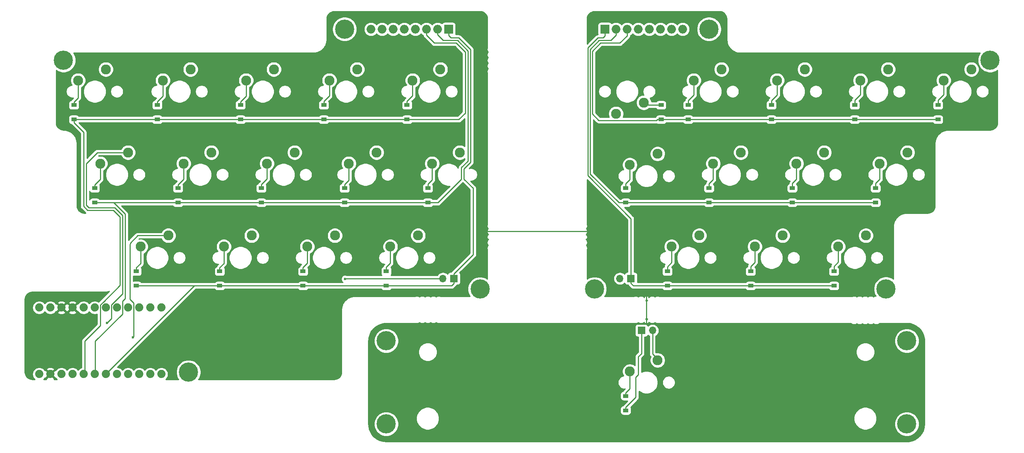
<source format=gbl>
G04 #@! TF.GenerationSoftware,KiCad,Pcbnew,(5.1.4)-1*
G04 #@! TF.CreationDate,2021-04-23T00:27:45+10:00*
G04 #@! TF.ProjectId,pain27divided3,7061696e-3237-4646-9976-69646564332e,rev?*
G04 #@! TF.SameCoordinates,Original*
G04 #@! TF.FileFunction,Copper,L2,Bot*
G04 #@! TF.FilePolarity,Positive*
%FSLAX46Y46*%
G04 Gerber Fmt 4.6, Leading zero omitted, Abs format (unit mm)*
G04 Created by KiCad (PCBNEW (5.1.4)-1) date 2021-04-23 00:27:45*
%MOMM*%
%LPD*%
G04 APERTURE LIST*
%ADD10R,1.700000X1.700000*%
%ADD11O,1.700000X1.700000*%
%ADD12C,0.700000*%
%ADD13C,4.400000*%
%ADD14C,1.879600*%
%ADD15R,1.200000X0.900000*%
%ADD16O,1.998980X1.998980*%
%ADD17R,1.998980X1.998980*%
%ADD18C,2.286000*%
%ADD19C,0.600000*%
%ADD20C,0.250000*%
%ADD21C,0.254000*%
G04 APERTURE END LIST*
D10*
X210750000Y-107150000D03*
D11*
X213290000Y-107150000D03*
D10*
X208358950Y-95250400D03*
D11*
X205818950Y-95250400D03*
D10*
X167878830Y-95250400D03*
D11*
X165338830Y-95250400D03*
D12*
X108323426Y-115515014D03*
X107156700Y-115031740D03*
X105989974Y-115515014D03*
X105506700Y-116681740D03*
X105989974Y-117848466D03*
X107156700Y-118331740D03*
X108323426Y-117848466D03*
X108806700Y-116681740D03*
D13*
X107156700Y-116681740D03*
X173831980Y-97631660D03*
D12*
X175481980Y-97631660D03*
X174998706Y-98798386D03*
X173831980Y-99281660D03*
X172665254Y-98798386D03*
X172181980Y-97631660D03*
X172665254Y-96464934D03*
X173831980Y-95981660D03*
X174998706Y-96464934D03*
X201191266Y-96464934D03*
X200024540Y-95981660D03*
X198857814Y-96464934D03*
X198374540Y-97631660D03*
X198857814Y-98798386D03*
X200024540Y-99281660D03*
X201191266Y-98798386D03*
X201674540Y-97631660D03*
D13*
X200024540Y-97631660D03*
X271434000Y-109526000D03*
D12*
X273084000Y-109526000D03*
X272600726Y-110692726D03*
X271434000Y-111176000D03*
X270267274Y-110692726D03*
X269784000Y-109526000D03*
X270267274Y-108359274D03*
X271434000Y-107876000D03*
X272600726Y-108359274D03*
D13*
X271434000Y-128574000D03*
D12*
X273084000Y-128574000D03*
X272600726Y-129740726D03*
X271434000Y-130224000D03*
X270267274Y-129740726D03*
X269784000Y-128574000D03*
X270267274Y-127407274D03*
X271434000Y-126924000D03*
X272600726Y-127407274D03*
D13*
X152384000Y-128574000D03*
D12*
X154034000Y-128574000D03*
X153550726Y-129740726D03*
X152384000Y-130224000D03*
X151217274Y-129740726D03*
X150734000Y-128574000D03*
X151217274Y-127407274D03*
X152384000Y-126924000D03*
X153550726Y-127407274D03*
D13*
X152384000Y-109526000D03*
D12*
X154034000Y-109526000D03*
X153550726Y-110692726D03*
X152384000Y-111176000D03*
X151217274Y-110692726D03*
X150734000Y-109526000D03*
X151217274Y-108359274D03*
X152384000Y-107876000D03*
X153550726Y-108359274D03*
D13*
X266672000Y-97621000D03*
D12*
X268322000Y-97621000D03*
X267838726Y-98787726D03*
X266672000Y-99271000D03*
X265505274Y-98787726D03*
X265022000Y-97621000D03*
X265505274Y-96454274D03*
X266672000Y-95971000D03*
X267838726Y-96454274D03*
D13*
X290482000Y-45239000D03*
D12*
X292132000Y-45239000D03*
X291648726Y-46405726D03*
X290482000Y-46889000D03*
X289315274Y-46405726D03*
X288832000Y-45239000D03*
X289315274Y-44072274D03*
X290482000Y-43589000D03*
X291648726Y-44072274D03*
D13*
X78573000Y-45239000D03*
D12*
X80223000Y-45239000D03*
X79739726Y-46405726D03*
X78573000Y-46889000D03*
X77406274Y-46405726D03*
X76923000Y-45239000D03*
X77406274Y-44072274D03*
X78573000Y-43589000D03*
X79739726Y-44072274D03*
D13*
X142860000Y-38096000D03*
D12*
X144510000Y-38096000D03*
X144026726Y-39262726D03*
X142860000Y-39746000D03*
X141693274Y-39262726D03*
X141210000Y-38096000D03*
X141693274Y-36929274D03*
X142860000Y-36446000D03*
X144026726Y-36929274D03*
D14*
X73016000Y-101906000D03*
X75556000Y-101906000D03*
X78096000Y-101906000D03*
X80636000Y-101906000D03*
X83176000Y-101906000D03*
X85716000Y-101906000D03*
X88256000Y-101906000D03*
X90796000Y-101906000D03*
X93336000Y-101906000D03*
X95876000Y-101906000D03*
X98416000Y-101906000D03*
X100956000Y-101906000D03*
X100956000Y-117146000D03*
X98416000Y-117146000D03*
X95876000Y-117146000D03*
X93336000Y-117146000D03*
X90796000Y-117146000D03*
X88256000Y-117146000D03*
X85716000Y-117146000D03*
X83176000Y-117146000D03*
X80636000Y-117146000D03*
X78096000Y-117146000D03*
X75556000Y-117146000D03*
X73016000Y-117146000D03*
D15*
X80954000Y-58794000D03*
X80954000Y-55494000D03*
X100002000Y-58794000D03*
X100002000Y-55494000D03*
X119050000Y-58794000D03*
X119050000Y-55494000D03*
X138098000Y-58794000D03*
X138098000Y-55494000D03*
X157146000Y-58794000D03*
X157146000Y-55494000D03*
X215250000Y-58794000D03*
X215250000Y-55494000D03*
X221433000Y-58794000D03*
X221433000Y-55494000D03*
X240481000Y-58794000D03*
X240481000Y-55494000D03*
X259529000Y-58794000D03*
X259529000Y-55494000D03*
X278577000Y-58794000D03*
X278577000Y-55494000D03*
X85716000Y-77842000D03*
X85716000Y-74542000D03*
X104764000Y-77842000D03*
X104764000Y-74542000D03*
X123812000Y-77842000D03*
X123812000Y-74542000D03*
X142860000Y-77842000D03*
X142860000Y-74542000D03*
X161908000Y-77842000D03*
X161908000Y-74542000D03*
X207147000Y-77842000D03*
X207147000Y-74542000D03*
X226195000Y-77842000D03*
X226195000Y-74542000D03*
X245243000Y-77842000D03*
X245243000Y-74542000D03*
X264291000Y-77842000D03*
X264291000Y-74542000D03*
X95240000Y-96890000D03*
X95240000Y-93590000D03*
X114288000Y-96890000D03*
X114288000Y-93590000D03*
X133336000Y-96890000D03*
X133336000Y-93590000D03*
X152384000Y-96890000D03*
X152384000Y-93590000D03*
X216671000Y-96890000D03*
X216671000Y-93590000D03*
X235719000Y-96890000D03*
X235719000Y-93590000D03*
X254767000Y-96890000D03*
X254767000Y-93590000D03*
X207147000Y-125462000D03*
X207147000Y-122162000D03*
D16*
X159050000Y-38096000D03*
D17*
X166670000Y-38096000D03*
D16*
X164130000Y-38096000D03*
X161590000Y-38096000D03*
X156510000Y-38096000D03*
X153970000Y-38096000D03*
X151430000Y-38096000D03*
X148890000Y-38096000D03*
X210005000Y-38096000D03*
D17*
X202385000Y-38096000D03*
D16*
X204925000Y-38096000D03*
X207465000Y-38096000D03*
X212545000Y-38096000D03*
X215085000Y-38096000D03*
X217625000Y-38096000D03*
X220165000Y-38096000D03*
D18*
X88256000Y-47302000D03*
X81906000Y-49842000D03*
X107622000Y-47302000D03*
X101272000Y-49842000D03*
X126670000Y-47302000D03*
X120320000Y-49842000D03*
X145718000Y-47302000D03*
X139368000Y-49842000D03*
X164766000Y-47302000D03*
X158416000Y-49842000D03*
X204925000Y-57462000D03*
X211275000Y-54922000D03*
X229053000Y-47302000D03*
X222703000Y-49842000D03*
X248101000Y-47302000D03*
X241751000Y-49842000D03*
X267149000Y-47302000D03*
X260799000Y-49842000D03*
X286197000Y-47302000D03*
X279847000Y-49842000D03*
X93336000Y-66350000D03*
X86986000Y-68890000D03*
X112384000Y-66350000D03*
X106034000Y-68890000D03*
X131432000Y-66350000D03*
X125082000Y-68890000D03*
X150162000Y-66350000D03*
X143812000Y-68890000D03*
X169210000Y-66350000D03*
X162860000Y-68890000D03*
X214449000Y-66668000D03*
X208099000Y-69208000D03*
X233497000Y-66350000D03*
X227147000Y-68890000D03*
X252545000Y-66350000D03*
X246195000Y-68890000D03*
X271593000Y-66350000D03*
X265243000Y-68890000D03*
X102542000Y-85398000D03*
X96192000Y-87938000D03*
X121590000Y-85398000D03*
X115240000Y-87938000D03*
X140638000Y-85398000D03*
X134288000Y-87938000D03*
X159686000Y-85398000D03*
X153336000Y-87938000D03*
X223973000Y-85398000D03*
X217623000Y-87938000D03*
X243021000Y-85398000D03*
X236671000Y-87938000D03*
X262069000Y-85398000D03*
X255719000Y-87938000D03*
X214449000Y-113970000D03*
X208099000Y-116510000D03*
D13*
X226195000Y-38096000D03*
D12*
X227845000Y-38096000D03*
X227361726Y-39262726D03*
X226195000Y-39746000D03*
X225028274Y-39262726D03*
X224545000Y-38096000D03*
X225028274Y-36929274D03*
X226195000Y-36446000D03*
X227361726Y-36929274D03*
D19*
X102383000Y-114288000D03*
X128574000Y-95240000D03*
X128574000Y-61906000D03*
X142978110Y-95352910D03*
X94446000Y-108702000D03*
X88506000Y-105435000D03*
D20*
X175046000Y-84446000D02*
X199154000Y-84446000D01*
X211909000Y-105066775D02*
X211900000Y-105075775D01*
X211909000Y-104510000D02*
X211909000Y-105066775D01*
X211900000Y-105075775D02*
X211900000Y-105650000D01*
X211909000Y-99699225D02*
X211900000Y-99690225D01*
X211909000Y-100256000D02*
X211909000Y-99699225D01*
X211900000Y-99690225D02*
X211900000Y-98950000D01*
X211909000Y-100256000D02*
X211909000Y-104510000D01*
X143080620Y-95250400D02*
X142978110Y-95352910D01*
X165338830Y-95250400D02*
X143080620Y-95250400D01*
X102542000Y-85398000D02*
X95558000Y-85398000D01*
X95558000Y-85398000D02*
X93852000Y-87104000D01*
X93852000Y-87104000D02*
X93852000Y-87318000D01*
X93852000Y-87318000D02*
X93746099Y-87423901D01*
X93746099Y-99983099D02*
X94600801Y-100837801D01*
X93746099Y-87423901D02*
X93746099Y-99983099D01*
X94600801Y-100837801D02*
X94600801Y-108547199D01*
X94600801Y-108547199D02*
X94446000Y-108702000D01*
X88506000Y-105435000D02*
X89531199Y-104409801D01*
X89531199Y-104409801D02*
X89531199Y-101298895D01*
X89531199Y-101298895D02*
X92070000Y-98760094D01*
X92070000Y-98760094D02*
X92070000Y-80784000D01*
X92070000Y-80784000D02*
X90288000Y-79002000D01*
X84348000Y-79002000D02*
X83754000Y-78408000D01*
X90288000Y-79002000D02*
X84348000Y-79002000D01*
X83754000Y-78408000D02*
X83754000Y-68904000D01*
X83754000Y-68904000D02*
X86308000Y-66350000D01*
X86308000Y-66350000D02*
X91719554Y-66350000D01*
X91719554Y-66350000D02*
X93336000Y-66350000D01*
X114288000Y-96890000D02*
X108512000Y-96890000D01*
X108512000Y-96890000D02*
X88256000Y-117146000D01*
X133336000Y-96890000D02*
X134186000Y-96890000D01*
X134186000Y-96890000D02*
X152384000Y-96890000D01*
X114288000Y-96890000D02*
X115138000Y-96890000D01*
X115138000Y-96890000D02*
X133336000Y-96890000D01*
X95240000Y-96890000D02*
X114288000Y-96890000D01*
X167878830Y-94150400D02*
X167878830Y-95250400D01*
X170181000Y-70092000D02*
X170181000Y-72468000D01*
X166670000Y-39554000D02*
X167211000Y-40095000D01*
X166670000Y-38096000D02*
X166670000Y-39554000D01*
X167211000Y-40095000D02*
X168993000Y-40095000D01*
X172260000Y-74547000D02*
X172260000Y-89769230D01*
X168993000Y-40095000D02*
X171666000Y-42768000D01*
X172260000Y-89769230D02*
X167878830Y-94150400D01*
X171666000Y-42768000D02*
X171666000Y-68607000D01*
X170181000Y-72468000D02*
X172260000Y-74547000D01*
X171666000Y-68607000D02*
X170181000Y-70092000D01*
X153234000Y-96890000D02*
X152384000Y-96890000D01*
X167339230Y-96890000D02*
X153234000Y-96890000D01*
X167878830Y-96350400D02*
X167339230Y-96890000D01*
X167878830Y-95250400D02*
X167878830Y-96350400D01*
X85716000Y-117146000D02*
X85833000Y-117029000D01*
X90019000Y-77842000D02*
X88209000Y-77842000D01*
X85833000Y-117029000D02*
X85833000Y-109595398D01*
X85833000Y-109595398D02*
X92071199Y-103357199D01*
X92071199Y-103357199D02*
X92071199Y-100384801D01*
X92071199Y-100384801D02*
X92664000Y-99792000D01*
X92664000Y-99792000D02*
X92664000Y-80487000D01*
X92664000Y-80487000D02*
X90019000Y-77842000D01*
X85716000Y-77842000D02*
X88209000Y-77842000D01*
X88209000Y-77842000D02*
X104764000Y-77842000D01*
X161908000Y-77842000D02*
X164213000Y-77842000D01*
X164130000Y-39390000D02*
X164130000Y-38096000D01*
X164213000Y-77842000D02*
X169587000Y-72468000D01*
X169587000Y-72468000D02*
X169587000Y-69795000D01*
X171072000Y-68310000D02*
X171072000Y-43065000D01*
X169587000Y-69795000D02*
X171072000Y-68310000D01*
X165429000Y-40689000D02*
X164130000Y-39390000D01*
X171072000Y-43065000D02*
X168696000Y-40689000D01*
X168696000Y-40689000D02*
X165429000Y-40689000D01*
X104764000Y-77842000D02*
X123812000Y-77842000D01*
X123812000Y-77842000D02*
X124662000Y-77842000D01*
X124662000Y-77842000D02*
X142860000Y-77842000D01*
X142860000Y-77842000D02*
X143710000Y-77842000D01*
X143710000Y-77842000D02*
X161908000Y-77842000D01*
X83176000Y-117146000D02*
X83457000Y-116865000D01*
X87648895Y-100641199D02*
X87656801Y-100641199D01*
X83160000Y-61700000D02*
X80954000Y-59494000D01*
X83457000Y-116865000D02*
X83457000Y-109564398D01*
X80954000Y-59494000D02*
X80954000Y-58794000D01*
X83457000Y-109564398D02*
X86991199Y-106030199D01*
X86991199Y-106030199D02*
X86991199Y-101298895D01*
X86991199Y-101298895D02*
X87648895Y-100641199D01*
X87656801Y-100641199D02*
X91476000Y-96822000D01*
X91476000Y-96822000D02*
X91476000Y-81081000D01*
X91476000Y-81081000D02*
X89991000Y-79596000D01*
X89991000Y-79596000D02*
X84051000Y-79596000D01*
X84051000Y-79596000D02*
X83160000Y-78705000D01*
X83160000Y-78705000D02*
X83160000Y-61700000D01*
X157146000Y-58794000D02*
X157996000Y-58794000D01*
X157996000Y-58794000D02*
X158008000Y-58806000D01*
X168993000Y-58806000D02*
X170478000Y-57321000D01*
X158008000Y-58806000D02*
X168993000Y-58806000D01*
X170478000Y-57321000D02*
X170478000Y-43362000D01*
X161568000Y-38118000D02*
X161590000Y-38096000D01*
X170478000Y-43362000D02*
X168399000Y-41283000D01*
X168399000Y-41283000D02*
X163350000Y-41283000D01*
X163350000Y-41283000D02*
X161568000Y-39501000D01*
X161568000Y-39501000D02*
X161568000Y-38118000D01*
X138098000Y-58794000D02*
X138948000Y-58794000D01*
X138948000Y-58794000D02*
X157146000Y-58794000D01*
X119050000Y-58794000D02*
X119900000Y-58794000D01*
X119900000Y-58794000D02*
X138098000Y-58794000D01*
X100002000Y-58794000D02*
X100852000Y-58794000D01*
X100852000Y-58794000D02*
X119050000Y-58794000D01*
X80954000Y-58794000D02*
X81804000Y-58794000D01*
X81804000Y-58794000D02*
X100002000Y-58794000D01*
X80954000Y-55494000D02*
X80954000Y-54775000D01*
X81906000Y-51458446D02*
X81906000Y-49842000D01*
X80954000Y-54775000D02*
X81906000Y-53823000D01*
X81906000Y-53823000D02*
X81906000Y-51458446D01*
X100002000Y-55494000D02*
X100002000Y-54735000D01*
X100002000Y-54735000D02*
X101272000Y-53465000D01*
X101272000Y-53465000D02*
X101272000Y-51458446D01*
X101272000Y-51458446D02*
X101272000Y-49842000D01*
X119050000Y-55494000D02*
X119050000Y-54695000D01*
X119050000Y-54695000D02*
X120320000Y-53425000D01*
X120320000Y-53425000D02*
X120320000Y-51458446D01*
X120320000Y-51458446D02*
X120320000Y-49842000D01*
X138098000Y-55494000D02*
X138098000Y-54655000D01*
X138098000Y-54655000D02*
X139368000Y-53385000D01*
X139368000Y-53385000D02*
X139368000Y-51458446D01*
X139368000Y-51458446D02*
X139368000Y-49842000D01*
X157146000Y-55494000D02*
X157146000Y-54615000D01*
X157146000Y-54615000D02*
X158416000Y-53345000D01*
X158416000Y-53345000D02*
X158416000Y-51458446D01*
X158416000Y-51458446D02*
X158416000Y-49842000D01*
X259529000Y-58794000D02*
X278577000Y-58794000D01*
X259529000Y-58794000D02*
X258679000Y-58794000D01*
X258679000Y-58794000D02*
X240481000Y-58794000D01*
X221433000Y-58794000D02*
X222283000Y-58794000D01*
X222283000Y-58794000D02*
X240481000Y-58794000D01*
X220583000Y-58794000D02*
X215250000Y-58794000D01*
X221433000Y-58794000D02*
X220583000Y-58794000D01*
X207465000Y-39644000D02*
X207465000Y-38096000D01*
X205826000Y-41283000D02*
X207465000Y-39644000D01*
X201371000Y-41283000D02*
X205826000Y-41283000D01*
X214400000Y-58794000D02*
X214194000Y-59000000D01*
X215250000Y-58794000D02*
X214400000Y-58794000D01*
X200971000Y-59000000D02*
X199500000Y-57529000D01*
X199500000Y-57529000D02*
X199500000Y-43154000D01*
X214194000Y-59000000D02*
X200971000Y-59000000D01*
X199500000Y-43154000D02*
X201371000Y-41283000D01*
X211847000Y-55494000D02*
X211275000Y-54922000D01*
X215250000Y-55494000D02*
X211847000Y-55494000D01*
X221433000Y-55494000D02*
X221433000Y-54485000D01*
X221433000Y-54485000D02*
X222703000Y-53215000D01*
X222703000Y-53215000D02*
X222703000Y-51458446D01*
X222703000Y-51458446D02*
X222703000Y-49842000D01*
X240481000Y-55494000D02*
X240481000Y-54445000D01*
X240481000Y-54445000D02*
X241751000Y-53175000D01*
X241751000Y-53175000D02*
X241751000Y-51458446D01*
X241751000Y-51458446D02*
X241751000Y-49842000D01*
X259529000Y-55494000D02*
X259529000Y-54405000D01*
X259529000Y-54405000D02*
X260799000Y-53135000D01*
X260799000Y-53135000D02*
X260799000Y-51458446D01*
X260799000Y-51458446D02*
X260799000Y-49842000D01*
X278577000Y-55494000D02*
X278577000Y-54365000D01*
X278577000Y-54365000D02*
X279847000Y-53095000D01*
X279847000Y-51458446D02*
X279847000Y-49842000D01*
X279847000Y-53095000D02*
X279847000Y-51458446D01*
X85716000Y-74542000D02*
X85716000Y-73773000D01*
X85716000Y-73773000D02*
X86986000Y-72503000D01*
X86986000Y-72503000D02*
X86986000Y-70506446D01*
X86986000Y-70506446D02*
X86986000Y-68890000D01*
X104764000Y-74542000D02*
X104764000Y-73733000D01*
X104764000Y-73733000D02*
X106034000Y-72463000D01*
X106034000Y-72463000D02*
X106034000Y-70506446D01*
X106034000Y-70506446D02*
X106034000Y-68890000D01*
X123812000Y-74542000D02*
X123812000Y-73693000D01*
X123812000Y-73693000D02*
X125082000Y-72423000D01*
X125082000Y-72423000D02*
X125082000Y-70506446D01*
X125082000Y-70506446D02*
X125082000Y-68890000D01*
X142860000Y-74542000D02*
X142860000Y-73653000D01*
X142860000Y-73653000D02*
X143812000Y-72701000D01*
X143812000Y-72701000D02*
X143812000Y-70506446D01*
X143812000Y-70506446D02*
X143812000Y-68890000D01*
X161908000Y-74542000D02*
X161908000Y-73613000D01*
X161908000Y-73613000D02*
X162860000Y-72661000D01*
X162860000Y-72661000D02*
X162860000Y-70506446D01*
X162860000Y-70506446D02*
X162860000Y-68890000D01*
X207147000Y-77842000D02*
X207997000Y-77842000D01*
X207997000Y-77842000D02*
X226195000Y-77842000D01*
X226195000Y-77842000D02*
X227045000Y-77842000D01*
X227045000Y-77842000D02*
X245243000Y-77842000D01*
X245243000Y-77842000D02*
X264291000Y-77842000D01*
X204935000Y-38106000D02*
X204925000Y-38096000D01*
X204935000Y-39501000D02*
X204935000Y-38106000D01*
X205577000Y-77842000D02*
X199000000Y-71265000D01*
X207147000Y-77842000D02*
X205577000Y-77842000D01*
X199000000Y-71265000D02*
X199000000Y-42763000D01*
X199000000Y-42763000D02*
X201074000Y-40689000D01*
X201074000Y-40689000D02*
X203747000Y-40689000D01*
X203747000Y-40689000D02*
X204935000Y-39501000D01*
X207147000Y-74542000D02*
X207147000Y-73523000D01*
X208099000Y-70824446D02*
X208099000Y-69208000D01*
X207147000Y-73523000D02*
X208099000Y-72571000D01*
X208099000Y-72571000D02*
X208099000Y-70824446D01*
X226195000Y-74542000D02*
X226195000Y-73483000D01*
X226195000Y-73483000D02*
X227147000Y-72531000D01*
X227147000Y-72531000D02*
X227147000Y-70506446D01*
X227147000Y-70506446D02*
X227147000Y-68890000D01*
X245243000Y-74542000D02*
X245243000Y-73443000D01*
X245243000Y-73443000D02*
X246195000Y-72491000D01*
X246195000Y-72491000D02*
X246195000Y-70506446D01*
X246195000Y-70506446D02*
X246195000Y-68890000D01*
X264291000Y-74542000D02*
X264291000Y-73403000D01*
X264291000Y-73403000D02*
X265243000Y-72451000D01*
X265243000Y-72451000D02*
X265243000Y-70506446D01*
X265243000Y-70506446D02*
X265243000Y-68890000D01*
X95240000Y-93590000D02*
X95240000Y-92761000D01*
X95240000Y-92761000D02*
X96192000Y-91809000D01*
X96192000Y-91809000D02*
X96192000Y-89554446D01*
X96192000Y-89554446D02*
X96192000Y-87938000D01*
X114288000Y-93590000D02*
X114288000Y-92721000D01*
X114288000Y-92721000D02*
X115240000Y-91769000D01*
X115240000Y-91769000D02*
X115240000Y-89554446D01*
X115240000Y-89554446D02*
X115240000Y-87938000D01*
X133336000Y-93590000D02*
X133336000Y-92681000D01*
X133336000Y-92681000D02*
X134288000Y-91729000D01*
X134288000Y-89554446D02*
X134288000Y-87938000D01*
X134288000Y-91729000D02*
X134288000Y-89554446D01*
X152384000Y-93590000D02*
X152384000Y-92641000D01*
X152384000Y-92641000D02*
X153336000Y-91689000D01*
X153336000Y-91689000D02*
X153336000Y-89554446D01*
X153336000Y-89554446D02*
X153336000Y-87938000D01*
X235719000Y-96890000D02*
X254767000Y-96890000D01*
X216671000Y-96890000D02*
X217521000Y-96890000D01*
X217521000Y-96890000D02*
X235719000Y-96890000D01*
X208358950Y-96350400D02*
X208358950Y-95250400D01*
X208898550Y-96890000D02*
X208358950Y-96350400D01*
X216671000Y-96890000D02*
X208898550Y-96890000D01*
X208358950Y-81514950D02*
X208358950Y-95250400D01*
X202385000Y-39675000D02*
X201965000Y-40095000D01*
X201965000Y-40095000D02*
X200777000Y-40095000D01*
X200777000Y-40095000D02*
X198500000Y-42372000D01*
X202385000Y-38096000D02*
X202385000Y-39675000D01*
X198500000Y-42372000D02*
X198500000Y-71656000D01*
X198500000Y-71656000D02*
X208358950Y-81514950D01*
X216671000Y-93590000D02*
X216671000Y-92511000D01*
X216671000Y-92511000D02*
X217623000Y-91559000D01*
X217623000Y-91559000D02*
X217623000Y-89554446D01*
X217623000Y-89554446D02*
X217623000Y-87938000D01*
X235719000Y-93590000D02*
X235719000Y-92471000D01*
X235719000Y-92471000D02*
X236671000Y-91519000D01*
X236671000Y-91519000D02*
X236671000Y-89554446D01*
X236671000Y-89554446D02*
X236671000Y-87938000D01*
X254767000Y-93590000D02*
X254767000Y-92431000D01*
X254767000Y-92431000D02*
X255719000Y-91479000D01*
X255719000Y-91479000D02*
X255719000Y-89554446D01*
X255719000Y-89554446D02*
X255719000Y-87938000D01*
X210741510Y-112409490D02*
X210034000Y-113117000D01*
X207147000Y-124762000D02*
X207147000Y-125462000D01*
X210741510Y-108347330D02*
X210741510Y-112409490D01*
X210034000Y-113117000D02*
X210034000Y-117275000D01*
X210034000Y-117275000D02*
X209440000Y-117869000D01*
X209440000Y-117869000D02*
X209440000Y-122469000D01*
X209440000Y-122469000D02*
X207147000Y-124762000D01*
X210750000Y-108338840D02*
X210750000Y-107150000D01*
X210741510Y-108347330D02*
X210750000Y-108338840D01*
X207147000Y-122162000D02*
X207147000Y-121462000D01*
X207147000Y-121462000D02*
X208099000Y-120510000D01*
X208099000Y-120510000D02*
X208099000Y-118126446D01*
X208099000Y-118126446D02*
X208099000Y-116510000D01*
X213281510Y-107158490D02*
X213290000Y-107150000D01*
X213281510Y-112503510D02*
X213281510Y-107158490D01*
X214449000Y-113970000D02*
X214449000Y-113671000D01*
X214449000Y-113671000D02*
X213281510Y-112503510D01*
D21*
G36*
X212523242Y-105309043D02*
G01*
X212538892Y-105319500D01*
X212549682Y-105330290D01*
X212551828Y-105328144D01*
X212691728Y-105421622D01*
X212878939Y-105499167D01*
X213077682Y-105538700D01*
X213280318Y-105538700D01*
X213479061Y-105499167D01*
X213666272Y-105421622D01*
X213814000Y-105322913D01*
X213961728Y-105421622D01*
X214148939Y-105499167D01*
X214347682Y-105538700D01*
X214550318Y-105538700D01*
X214749061Y-105499167D01*
X214809820Y-105474000D01*
X258625199Y-105474000D01*
X258714242Y-105563043D01*
X258882728Y-105675622D01*
X259069939Y-105753167D01*
X259268682Y-105792700D01*
X259471318Y-105792700D01*
X259670061Y-105753167D01*
X259857272Y-105675622D01*
X260005000Y-105576913D01*
X260152728Y-105675622D01*
X260339939Y-105753167D01*
X260538682Y-105792700D01*
X260741318Y-105792700D01*
X260940061Y-105753167D01*
X261127272Y-105675622D01*
X261275000Y-105576913D01*
X261422728Y-105675622D01*
X261609939Y-105753167D01*
X261808682Y-105792700D01*
X262011318Y-105792700D01*
X262210061Y-105753167D01*
X262397272Y-105675622D01*
X262545000Y-105576913D01*
X262692728Y-105675622D01*
X262879939Y-105753167D01*
X263078682Y-105792700D01*
X263281318Y-105792700D01*
X263480061Y-105753167D01*
X263667272Y-105675622D01*
X263815000Y-105576913D01*
X263962728Y-105675622D01*
X264149939Y-105753167D01*
X264348682Y-105792700D01*
X264551318Y-105792700D01*
X264750061Y-105753167D01*
X264937272Y-105675622D01*
X265105758Y-105563043D01*
X265194801Y-105474000D01*
X271401443Y-105474000D01*
X272171877Y-105544793D01*
X272885037Y-105745925D01*
X273549601Y-106073653D01*
X274143316Y-106517000D01*
X274646296Y-107061121D01*
X275041693Y-107687787D01*
X275316270Y-108376019D01*
X275463566Y-109116531D01*
X275486001Y-109544612D01*
X275486000Y-128541454D01*
X275415207Y-129311877D01*
X275214076Y-130025035D01*
X274886350Y-130689597D01*
X274442998Y-131283319D01*
X273898879Y-131786296D01*
X273272213Y-132181693D01*
X272583980Y-132456270D01*
X271843469Y-132603566D01*
X271415407Y-132626000D01*
X152416546Y-132626000D01*
X151646123Y-132555207D01*
X150932965Y-132354076D01*
X150268403Y-132026350D01*
X149674681Y-131582998D01*
X149171704Y-131038879D01*
X148776307Y-130412213D01*
X148501730Y-129723980D01*
X148354434Y-128983469D01*
X148332000Y-128555407D01*
X148332000Y-128294777D01*
X149549000Y-128294777D01*
X149549000Y-128853223D01*
X149657948Y-129400939D01*
X149871656Y-129916876D01*
X150181912Y-130381207D01*
X150576793Y-130776088D01*
X151041124Y-131086344D01*
X151557061Y-131300052D01*
X152104777Y-131409000D01*
X152663223Y-131409000D01*
X153210939Y-131300052D01*
X153726876Y-131086344D01*
X154191207Y-130776088D01*
X154586088Y-130381207D01*
X154896344Y-129916876D01*
X155110052Y-129400939D01*
X155219000Y-128853223D01*
X155219000Y-128294777D01*
X155110052Y-127747061D01*
X154896344Y-127231124D01*
X154772699Y-127046076D01*
X159242100Y-127046076D01*
X159242100Y-127563924D01*
X159343127Y-128071822D01*
X159541299Y-128550251D01*
X159829000Y-128980826D01*
X160195174Y-129347000D01*
X160625749Y-129634701D01*
X161104178Y-129832873D01*
X161612076Y-129933900D01*
X162129924Y-129933900D01*
X162637822Y-129832873D01*
X163116251Y-129634701D01*
X163546826Y-129347000D01*
X163913000Y-128980826D01*
X164200701Y-128550251D01*
X164398873Y-128071822D01*
X164499900Y-127563924D01*
X164499900Y-127046076D01*
X259318100Y-127046076D01*
X259318100Y-127563924D01*
X259419127Y-128071822D01*
X259617299Y-128550251D01*
X259905000Y-128980826D01*
X260271174Y-129347000D01*
X260701749Y-129634701D01*
X261180178Y-129832873D01*
X261688076Y-129933900D01*
X262205924Y-129933900D01*
X262713822Y-129832873D01*
X263192251Y-129634701D01*
X263622826Y-129347000D01*
X263989000Y-128980826D01*
X264276701Y-128550251D01*
X264382521Y-128294777D01*
X268599000Y-128294777D01*
X268599000Y-128853223D01*
X268707948Y-129400939D01*
X268921656Y-129916876D01*
X269231912Y-130381207D01*
X269626793Y-130776088D01*
X270091124Y-131086344D01*
X270607061Y-131300052D01*
X271154777Y-131409000D01*
X271713223Y-131409000D01*
X272260939Y-131300052D01*
X272776876Y-131086344D01*
X273241207Y-130776088D01*
X273636088Y-130381207D01*
X273946344Y-129916876D01*
X274160052Y-129400939D01*
X274269000Y-128853223D01*
X274269000Y-128294777D01*
X274160052Y-127747061D01*
X273946344Y-127231124D01*
X273636088Y-126766793D01*
X273241207Y-126371912D01*
X272776876Y-126061656D01*
X272260939Y-125847948D01*
X271713223Y-125739000D01*
X271154777Y-125739000D01*
X270607061Y-125847948D01*
X270091124Y-126061656D01*
X269626793Y-126371912D01*
X269231912Y-126766793D01*
X268921656Y-127231124D01*
X268707948Y-127747061D01*
X268599000Y-128294777D01*
X264382521Y-128294777D01*
X264474873Y-128071822D01*
X264575900Y-127563924D01*
X264575900Y-127046076D01*
X264474873Y-126538178D01*
X264276701Y-126059749D01*
X263989000Y-125629174D01*
X263622826Y-125263000D01*
X263192251Y-124975299D01*
X262713822Y-124777127D01*
X262205924Y-124676100D01*
X261688076Y-124676100D01*
X261180178Y-124777127D01*
X260701749Y-124975299D01*
X260271174Y-125263000D01*
X259905000Y-125629174D01*
X259617299Y-126059749D01*
X259419127Y-126538178D01*
X259318100Y-127046076D01*
X164499900Y-127046076D01*
X164398873Y-126538178D01*
X164200701Y-126059749D01*
X163913000Y-125629174D01*
X163546826Y-125263000D01*
X163116251Y-124975299D01*
X162637822Y-124777127D01*
X162129924Y-124676100D01*
X161612076Y-124676100D01*
X161104178Y-124777127D01*
X160625749Y-124975299D01*
X160195174Y-125263000D01*
X159829000Y-125629174D01*
X159541299Y-126059749D01*
X159343127Y-126538178D01*
X159242100Y-127046076D01*
X154772699Y-127046076D01*
X154586088Y-126766793D01*
X154191207Y-126371912D01*
X153726876Y-126061656D01*
X153210939Y-125847948D01*
X152663223Y-125739000D01*
X152104777Y-125739000D01*
X151557061Y-125847948D01*
X151041124Y-126061656D01*
X150576793Y-126371912D01*
X150181912Y-126766793D01*
X149871656Y-127231124D01*
X149657948Y-127747061D01*
X149549000Y-128294777D01*
X148332000Y-128294777D01*
X148332000Y-118903652D01*
X205343100Y-118903652D01*
X205343100Y-119196348D01*
X205400202Y-119483421D01*
X205512212Y-119753838D01*
X205674826Y-119997206D01*
X205881794Y-120204174D01*
X206125162Y-120366788D01*
X206395579Y-120478798D01*
X206682652Y-120535900D01*
X206975348Y-120535900D01*
X207003997Y-120530201D01*
X206635998Y-120898201D01*
X206607000Y-120921999D01*
X206583202Y-120950997D01*
X206583201Y-120950998D01*
X206512026Y-121037724D01*
X206489656Y-121079576D01*
X206422518Y-121086188D01*
X206302820Y-121122498D01*
X206192506Y-121181463D01*
X206095815Y-121260815D01*
X206016463Y-121357506D01*
X205957498Y-121467820D01*
X205921188Y-121587518D01*
X205908928Y-121712000D01*
X205908928Y-122612000D01*
X205921188Y-122736482D01*
X205957498Y-122856180D01*
X206016463Y-122966494D01*
X206095815Y-123063185D01*
X206192506Y-123142537D01*
X206302820Y-123201502D01*
X206422518Y-123237812D01*
X206547000Y-123250072D01*
X207584127Y-123250072D01*
X206636003Y-124198196D01*
X206606999Y-124221999D01*
X206551871Y-124289174D01*
X206512026Y-124337724D01*
X206489656Y-124379576D01*
X206422518Y-124386188D01*
X206302820Y-124422498D01*
X206192506Y-124481463D01*
X206095815Y-124560815D01*
X206016463Y-124657506D01*
X205957498Y-124767820D01*
X205921188Y-124887518D01*
X205908928Y-125012000D01*
X205908928Y-125912000D01*
X205921188Y-126036482D01*
X205957498Y-126156180D01*
X206016463Y-126266494D01*
X206095815Y-126363185D01*
X206192506Y-126442537D01*
X206302820Y-126501502D01*
X206422518Y-126537812D01*
X206547000Y-126550072D01*
X207747000Y-126550072D01*
X207871482Y-126537812D01*
X207991180Y-126501502D01*
X208101494Y-126442537D01*
X208198185Y-126363185D01*
X208277537Y-126266494D01*
X208336502Y-126156180D01*
X208372812Y-126036482D01*
X208385072Y-125912000D01*
X208385072Y-125012000D01*
X208372812Y-124887518D01*
X208336502Y-124767820D01*
X208294521Y-124689280D01*
X209951003Y-123032799D01*
X209980001Y-123009001D01*
X210074974Y-122893276D01*
X210145546Y-122761247D01*
X210189003Y-122617986D01*
X210200000Y-122506333D01*
X210200000Y-122506325D01*
X210203676Y-122469000D01*
X210200000Y-122431675D01*
X210200000Y-121058826D01*
X210233174Y-121092000D01*
X210663749Y-121379701D01*
X211142178Y-121577873D01*
X211650076Y-121678900D01*
X212167924Y-121678900D01*
X212675822Y-121577873D01*
X213154251Y-121379701D01*
X213584826Y-121092000D01*
X213951000Y-120725826D01*
X214238701Y-120295251D01*
X214436873Y-119816822D01*
X214537900Y-119308924D01*
X214537900Y-118903652D01*
X215503100Y-118903652D01*
X215503100Y-119196348D01*
X215560202Y-119483421D01*
X215672212Y-119753838D01*
X215834826Y-119997206D01*
X216041794Y-120204174D01*
X216285162Y-120366788D01*
X216555579Y-120478798D01*
X216842652Y-120535900D01*
X217135348Y-120535900D01*
X217422421Y-120478798D01*
X217692838Y-120366788D01*
X217936206Y-120204174D01*
X218143174Y-119997206D01*
X218305788Y-119753838D01*
X218417798Y-119483421D01*
X218474900Y-119196348D01*
X218474900Y-118903652D01*
X218417798Y-118616579D01*
X218305788Y-118346162D01*
X218143174Y-118102794D01*
X217936206Y-117895826D01*
X217692838Y-117733212D01*
X217422421Y-117621202D01*
X217135348Y-117564100D01*
X216842652Y-117564100D01*
X216555579Y-117621202D01*
X216285162Y-117733212D01*
X216041794Y-117895826D01*
X215834826Y-118102794D01*
X215672212Y-118346162D01*
X215560202Y-118616579D01*
X215503100Y-118903652D01*
X214537900Y-118903652D01*
X214537900Y-118791076D01*
X214436873Y-118283178D01*
X214238701Y-117804749D01*
X213951000Y-117374174D01*
X213584826Y-117008000D01*
X213154251Y-116720299D01*
X212675822Y-116522127D01*
X212167924Y-116421100D01*
X211650076Y-116421100D01*
X211142178Y-116522127D01*
X210794000Y-116666347D01*
X210794000Y-113431801D01*
X211252512Y-112973289D01*
X211281511Y-112949491D01*
X211376484Y-112833766D01*
X211447056Y-112701737D01*
X211490513Y-112558476D01*
X211501510Y-112446823D01*
X211501510Y-112446814D01*
X211505186Y-112409491D01*
X211501510Y-112372168D01*
X211501510Y-108638072D01*
X211600000Y-108638072D01*
X211724482Y-108625812D01*
X211844180Y-108589502D01*
X211954494Y-108530537D01*
X212051185Y-108451185D01*
X212130537Y-108354494D01*
X212189502Y-108244180D01*
X212210393Y-108175313D01*
X212234866Y-108205134D01*
X212460986Y-108390706D01*
X212521511Y-108423057D01*
X212521510Y-112466187D01*
X212517834Y-112503510D01*
X212521510Y-112540832D01*
X212521510Y-112540842D01*
X212532507Y-112652495D01*
X212575964Y-112795756D01*
X212646536Y-112927786D01*
X212686381Y-112976336D01*
X212741509Y-113043511D01*
X212770513Y-113067314D01*
X212860951Y-113157752D01*
X212739328Y-113451377D01*
X212671000Y-113794882D01*
X212671000Y-114145118D01*
X212739328Y-114488623D01*
X212873357Y-114812199D01*
X213067937Y-115103409D01*
X213315591Y-115351063D01*
X213606801Y-115545643D01*
X213930377Y-115679672D01*
X214273882Y-115748000D01*
X214624118Y-115748000D01*
X214967623Y-115679672D01*
X215291199Y-115545643D01*
X215582409Y-115351063D01*
X215830063Y-115103409D01*
X216024643Y-114812199D01*
X216158672Y-114488623D01*
X216227000Y-114145118D01*
X216227000Y-113794882D01*
X216158672Y-113451377D01*
X216024643Y-113127801D01*
X215830063Y-112836591D01*
X215582409Y-112588937D01*
X215291199Y-112394357D01*
X214967623Y-112260328D01*
X214624118Y-112192000D01*
X214273882Y-112192000D01*
X214082808Y-112230007D01*
X214041510Y-112188709D01*
X214041510Y-111852357D01*
X259788000Y-111852357D01*
X259788000Y-112277643D01*
X259870970Y-112694757D01*
X260033719Y-113087670D01*
X260269996Y-113441282D01*
X260570718Y-113742004D01*
X260924330Y-113978281D01*
X261317243Y-114141030D01*
X261734357Y-114224000D01*
X262159643Y-114224000D01*
X262576757Y-114141030D01*
X262969670Y-113978281D01*
X263323282Y-113742004D01*
X263624004Y-113441282D01*
X263860281Y-113087670D01*
X264023030Y-112694757D01*
X264106000Y-112277643D01*
X264106000Y-111852357D01*
X264023030Y-111435243D01*
X263860281Y-111042330D01*
X263624004Y-110688718D01*
X263323282Y-110387996D01*
X262969670Y-110151719D01*
X262576757Y-109988970D01*
X262159643Y-109906000D01*
X261734357Y-109906000D01*
X261317243Y-109988970D01*
X260924330Y-110151719D01*
X260570718Y-110387996D01*
X260269996Y-110688718D01*
X260033719Y-111042330D01*
X259870970Y-111435243D01*
X259788000Y-111852357D01*
X214041510Y-111852357D01*
X214041510Y-109246777D01*
X268599000Y-109246777D01*
X268599000Y-109805223D01*
X268707948Y-110352939D01*
X268921656Y-110868876D01*
X269231912Y-111333207D01*
X269626793Y-111728088D01*
X270091124Y-112038344D01*
X270607061Y-112252052D01*
X271154777Y-112361000D01*
X271713223Y-112361000D01*
X272260939Y-112252052D01*
X272776876Y-112038344D01*
X273241207Y-111728088D01*
X273636088Y-111333207D01*
X273946344Y-110868876D01*
X274160052Y-110352939D01*
X274269000Y-109805223D01*
X274269000Y-109246777D01*
X274160052Y-108699061D01*
X273946344Y-108183124D01*
X273636088Y-107718793D01*
X273241207Y-107323912D01*
X272776876Y-107013656D01*
X272260939Y-106799948D01*
X271713223Y-106691000D01*
X271154777Y-106691000D01*
X270607061Y-106799948D01*
X270091124Y-107013656D01*
X269626793Y-107323912D01*
X269231912Y-107718793D01*
X268921656Y-108183124D01*
X268707948Y-108699061D01*
X268599000Y-109246777D01*
X214041510Y-109246777D01*
X214041510Y-108432133D01*
X214119014Y-108390706D01*
X214345134Y-108205134D01*
X214530706Y-107979014D01*
X214668599Y-107721034D01*
X214753513Y-107441111D01*
X214782185Y-107150000D01*
X214753513Y-106858889D01*
X214668599Y-106578966D01*
X214530706Y-106320986D01*
X214345134Y-106094866D01*
X214119014Y-105909294D01*
X213861034Y-105771401D01*
X213581111Y-105686487D01*
X213362950Y-105665000D01*
X213217050Y-105665000D01*
X212998889Y-105686487D01*
X212718966Y-105771401D01*
X212460986Y-105909294D01*
X212234866Y-106094866D01*
X212210393Y-106124687D01*
X212189502Y-106055820D01*
X212130537Y-105945506D01*
X212051185Y-105848815D01*
X211954494Y-105769463D01*
X211844180Y-105710498D01*
X211724482Y-105674188D01*
X211600000Y-105661928D01*
X209900000Y-105661928D01*
X209775518Y-105674188D01*
X209655820Y-105710498D01*
X209545506Y-105769463D01*
X209448815Y-105848815D01*
X209369463Y-105945506D01*
X209310498Y-106055820D01*
X209274188Y-106175518D01*
X209261928Y-106300000D01*
X209261928Y-108000000D01*
X209274188Y-108124482D01*
X209310498Y-108244180D01*
X209369463Y-108354494D01*
X209448815Y-108451185D01*
X209545506Y-108530537D01*
X209655820Y-108589502D01*
X209775518Y-108625812D01*
X209900000Y-108638072D01*
X209981510Y-108638072D01*
X209981511Y-112094687D01*
X209523002Y-112553197D01*
X209493999Y-112576999D01*
X209438871Y-112644174D01*
X209399026Y-112692724D01*
X209343954Y-112795756D01*
X209328454Y-112824754D01*
X209284997Y-112968015D01*
X209274000Y-113079668D01*
X209274000Y-113079678D01*
X209270324Y-113117000D01*
X209274000Y-113154323D01*
X209274000Y-115170528D01*
X209232409Y-115128937D01*
X208941199Y-114934357D01*
X208617623Y-114800328D01*
X208274118Y-114732000D01*
X207923882Y-114732000D01*
X207580377Y-114800328D01*
X207256801Y-114934357D01*
X206965591Y-115128937D01*
X206717937Y-115376591D01*
X206523357Y-115667801D01*
X206389328Y-115991377D01*
X206321000Y-116334882D01*
X206321000Y-116685118D01*
X206389328Y-117028623D01*
X206523357Y-117352199D01*
X206667022Y-117567209D01*
X206395579Y-117621202D01*
X206125162Y-117733212D01*
X205881794Y-117895826D01*
X205674826Y-118102794D01*
X205512212Y-118346162D01*
X205400202Y-118616579D01*
X205343100Y-118903652D01*
X148332000Y-118903652D01*
X148332000Y-109558557D01*
X148360648Y-109246777D01*
X149549000Y-109246777D01*
X149549000Y-109805223D01*
X149657948Y-110352939D01*
X149871656Y-110868876D01*
X150181912Y-111333207D01*
X150576793Y-111728088D01*
X151041124Y-112038344D01*
X151557061Y-112252052D01*
X152104777Y-112361000D01*
X152663223Y-112361000D01*
X153210939Y-112252052D01*
X153726876Y-112038344D01*
X154005225Y-111852357D01*
X159712000Y-111852357D01*
X159712000Y-112277643D01*
X159794970Y-112694757D01*
X159957719Y-113087670D01*
X160193996Y-113441282D01*
X160494718Y-113742004D01*
X160848330Y-113978281D01*
X161241243Y-114141030D01*
X161658357Y-114224000D01*
X162083643Y-114224000D01*
X162500757Y-114141030D01*
X162893670Y-113978281D01*
X163247282Y-113742004D01*
X163548004Y-113441282D01*
X163784281Y-113087670D01*
X163947030Y-112694757D01*
X164030000Y-112277643D01*
X164030000Y-111852357D01*
X163947030Y-111435243D01*
X163784281Y-111042330D01*
X163548004Y-110688718D01*
X163247282Y-110387996D01*
X162893670Y-110151719D01*
X162500757Y-109988970D01*
X162083643Y-109906000D01*
X161658357Y-109906000D01*
X161241243Y-109988970D01*
X160848330Y-110151719D01*
X160494718Y-110387996D01*
X160193996Y-110688718D01*
X159957719Y-111042330D01*
X159794970Y-111435243D01*
X159712000Y-111852357D01*
X154005225Y-111852357D01*
X154191207Y-111728088D01*
X154586088Y-111333207D01*
X154896344Y-110868876D01*
X155110052Y-110352939D01*
X155219000Y-109805223D01*
X155219000Y-109246777D01*
X155110052Y-108699061D01*
X154896344Y-108183124D01*
X154586088Y-107718793D01*
X154191207Y-107323912D01*
X153726876Y-107013656D01*
X153210939Y-106799948D01*
X152663223Y-106691000D01*
X152104777Y-106691000D01*
X151557061Y-106799948D01*
X151041124Y-107013656D01*
X150576793Y-107323912D01*
X150181912Y-107718793D01*
X149871656Y-108183124D01*
X149657948Y-108699061D01*
X149549000Y-109246777D01*
X148360648Y-109246777D01*
X148402793Y-108788123D01*
X148603925Y-108074963D01*
X148931653Y-107410399D01*
X149375000Y-106816684D01*
X149919121Y-106313704D01*
X150545787Y-105918307D01*
X151234019Y-105643730D01*
X151974531Y-105496434D01*
X152402593Y-105474000D01*
X159007180Y-105474000D01*
X159067939Y-105499167D01*
X159266682Y-105538700D01*
X159469318Y-105538700D01*
X159668061Y-105499167D01*
X159855272Y-105421622D01*
X160003000Y-105322913D01*
X160150728Y-105421622D01*
X160337939Y-105499167D01*
X160536682Y-105538700D01*
X160739318Y-105538700D01*
X160938061Y-105499167D01*
X161125272Y-105421622D01*
X161273000Y-105322913D01*
X161420728Y-105421622D01*
X161607939Y-105499167D01*
X161806682Y-105538700D01*
X162009318Y-105538700D01*
X162208061Y-105499167D01*
X162395272Y-105421622D01*
X162543000Y-105322913D01*
X162690728Y-105421622D01*
X162877939Y-105499167D01*
X163076682Y-105538700D01*
X163279318Y-105538700D01*
X163478061Y-105499167D01*
X163665272Y-105421622D01*
X163813000Y-105322913D01*
X163960728Y-105421622D01*
X164147939Y-105499167D01*
X164346682Y-105538700D01*
X164549318Y-105538700D01*
X164748061Y-105499167D01*
X164808820Y-105474000D01*
X209008180Y-105474000D01*
X209068939Y-105499167D01*
X209267682Y-105538700D01*
X209470318Y-105538700D01*
X209669061Y-105499167D01*
X209856272Y-105421622D01*
X210004000Y-105322913D01*
X210151728Y-105421622D01*
X210338939Y-105499167D01*
X210537682Y-105538700D01*
X210740318Y-105538700D01*
X210939061Y-105499167D01*
X211126272Y-105421622D01*
X211266172Y-105328144D01*
X211268318Y-105330290D01*
X211279108Y-105319500D01*
X211294758Y-105309043D01*
X211387198Y-105216603D01*
X211408768Y-105414576D01*
X211594854Y-105494785D01*
X211793012Y-105537149D01*
X211995628Y-105540041D01*
X212194914Y-105503349D01*
X212383213Y-105428483D01*
X212409232Y-105414576D01*
X212430802Y-105216603D01*
X212523242Y-105309043D01*
X212523242Y-105309043D01*
G37*
X212523242Y-105309043D02*
X212538892Y-105319500D01*
X212549682Y-105330290D01*
X212551828Y-105328144D01*
X212691728Y-105421622D01*
X212878939Y-105499167D01*
X213077682Y-105538700D01*
X213280318Y-105538700D01*
X213479061Y-105499167D01*
X213666272Y-105421622D01*
X213814000Y-105322913D01*
X213961728Y-105421622D01*
X214148939Y-105499167D01*
X214347682Y-105538700D01*
X214550318Y-105538700D01*
X214749061Y-105499167D01*
X214809820Y-105474000D01*
X258625199Y-105474000D01*
X258714242Y-105563043D01*
X258882728Y-105675622D01*
X259069939Y-105753167D01*
X259268682Y-105792700D01*
X259471318Y-105792700D01*
X259670061Y-105753167D01*
X259857272Y-105675622D01*
X260005000Y-105576913D01*
X260152728Y-105675622D01*
X260339939Y-105753167D01*
X260538682Y-105792700D01*
X260741318Y-105792700D01*
X260940061Y-105753167D01*
X261127272Y-105675622D01*
X261275000Y-105576913D01*
X261422728Y-105675622D01*
X261609939Y-105753167D01*
X261808682Y-105792700D01*
X262011318Y-105792700D01*
X262210061Y-105753167D01*
X262397272Y-105675622D01*
X262545000Y-105576913D01*
X262692728Y-105675622D01*
X262879939Y-105753167D01*
X263078682Y-105792700D01*
X263281318Y-105792700D01*
X263480061Y-105753167D01*
X263667272Y-105675622D01*
X263815000Y-105576913D01*
X263962728Y-105675622D01*
X264149939Y-105753167D01*
X264348682Y-105792700D01*
X264551318Y-105792700D01*
X264750061Y-105753167D01*
X264937272Y-105675622D01*
X265105758Y-105563043D01*
X265194801Y-105474000D01*
X271401443Y-105474000D01*
X272171877Y-105544793D01*
X272885037Y-105745925D01*
X273549601Y-106073653D01*
X274143316Y-106517000D01*
X274646296Y-107061121D01*
X275041693Y-107687787D01*
X275316270Y-108376019D01*
X275463566Y-109116531D01*
X275486001Y-109544612D01*
X275486000Y-128541454D01*
X275415207Y-129311877D01*
X275214076Y-130025035D01*
X274886350Y-130689597D01*
X274442998Y-131283319D01*
X273898879Y-131786296D01*
X273272213Y-132181693D01*
X272583980Y-132456270D01*
X271843469Y-132603566D01*
X271415407Y-132626000D01*
X152416546Y-132626000D01*
X151646123Y-132555207D01*
X150932965Y-132354076D01*
X150268403Y-132026350D01*
X149674681Y-131582998D01*
X149171704Y-131038879D01*
X148776307Y-130412213D01*
X148501730Y-129723980D01*
X148354434Y-128983469D01*
X148332000Y-128555407D01*
X148332000Y-128294777D01*
X149549000Y-128294777D01*
X149549000Y-128853223D01*
X149657948Y-129400939D01*
X149871656Y-129916876D01*
X150181912Y-130381207D01*
X150576793Y-130776088D01*
X151041124Y-131086344D01*
X151557061Y-131300052D01*
X152104777Y-131409000D01*
X152663223Y-131409000D01*
X153210939Y-131300052D01*
X153726876Y-131086344D01*
X154191207Y-130776088D01*
X154586088Y-130381207D01*
X154896344Y-129916876D01*
X155110052Y-129400939D01*
X155219000Y-128853223D01*
X155219000Y-128294777D01*
X155110052Y-127747061D01*
X154896344Y-127231124D01*
X154772699Y-127046076D01*
X159242100Y-127046076D01*
X159242100Y-127563924D01*
X159343127Y-128071822D01*
X159541299Y-128550251D01*
X159829000Y-128980826D01*
X160195174Y-129347000D01*
X160625749Y-129634701D01*
X161104178Y-129832873D01*
X161612076Y-129933900D01*
X162129924Y-129933900D01*
X162637822Y-129832873D01*
X163116251Y-129634701D01*
X163546826Y-129347000D01*
X163913000Y-128980826D01*
X164200701Y-128550251D01*
X164398873Y-128071822D01*
X164499900Y-127563924D01*
X164499900Y-127046076D01*
X259318100Y-127046076D01*
X259318100Y-127563924D01*
X259419127Y-128071822D01*
X259617299Y-128550251D01*
X259905000Y-128980826D01*
X260271174Y-129347000D01*
X260701749Y-129634701D01*
X261180178Y-129832873D01*
X261688076Y-129933900D01*
X262205924Y-129933900D01*
X262713822Y-129832873D01*
X263192251Y-129634701D01*
X263622826Y-129347000D01*
X263989000Y-128980826D01*
X264276701Y-128550251D01*
X264382521Y-128294777D01*
X268599000Y-128294777D01*
X268599000Y-128853223D01*
X268707948Y-129400939D01*
X268921656Y-129916876D01*
X269231912Y-130381207D01*
X269626793Y-130776088D01*
X270091124Y-131086344D01*
X270607061Y-131300052D01*
X271154777Y-131409000D01*
X271713223Y-131409000D01*
X272260939Y-131300052D01*
X272776876Y-131086344D01*
X273241207Y-130776088D01*
X273636088Y-130381207D01*
X273946344Y-129916876D01*
X274160052Y-129400939D01*
X274269000Y-128853223D01*
X274269000Y-128294777D01*
X274160052Y-127747061D01*
X273946344Y-127231124D01*
X273636088Y-126766793D01*
X273241207Y-126371912D01*
X272776876Y-126061656D01*
X272260939Y-125847948D01*
X271713223Y-125739000D01*
X271154777Y-125739000D01*
X270607061Y-125847948D01*
X270091124Y-126061656D01*
X269626793Y-126371912D01*
X269231912Y-126766793D01*
X268921656Y-127231124D01*
X268707948Y-127747061D01*
X268599000Y-128294777D01*
X264382521Y-128294777D01*
X264474873Y-128071822D01*
X264575900Y-127563924D01*
X264575900Y-127046076D01*
X264474873Y-126538178D01*
X264276701Y-126059749D01*
X263989000Y-125629174D01*
X263622826Y-125263000D01*
X263192251Y-124975299D01*
X262713822Y-124777127D01*
X262205924Y-124676100D01*
X261688076Y-124676100D01*
X261180178Y-124777127D01*
X260701749Y-124975299D01*
X260271174Y-125263000D01*
X259905000Y-125629174D01*
X259617299Y-126059749D01*
X259419127Y-126538178D01*
X259318100Y-127046076D01*
X164499900Y-127046076D01*
X164398873Y-126538178D01*
X164200701Y-126059749D01*
X163913000Y-125629174D01*
X163546826Y-125263000D01*
X163116251Y-124975299D01*
X162637822Y-124777127D01*
X162129924Y-124676100D01*
X161612076Y-124676100D01*
X161104178Y-124777127D01*
X160625749Y-124975299D01*
X160195174Y-125263000D01*
X159829000Y-125629174D01*
X159541299Y-126059749D01*
X159343127Y-126538178D01*
X159242100Y-127046076D01*
X154772699Y-127046076D01*
X154586088Y-126766793D01*
X154191207Y-126371912D01*
X153726876Y-126061656D01*
X153210939Y-125847948D01*
X152663223Y-125739000D01*
X152104777Y-125739000D01*
X151557061Y-125847948D01*
X151041124Y-126061656D01*
X150576793Y-126371912D01*
X150181912Y-126766793D01*
X149871656Y-127231124D01*
X149657948Y-127747061D01*
X149549000Y-128294777D01*
X148332000Y-128294777D01*
X148332000Y-118903652D01*
X205343100Y-118903652D01*
X205343100Y-119196348D01*
X205400202Y-119483421D01*
X205512212Y-119753838D01*
X205674826Y-119997206D01*
X205881794Y-120204174D01*
X206125162Y-120366788D01*
X206395579Y-120478798D01*
X206682652Y-120535900D01*
X206975348Y-120535900D01*
X207003997Y-120530201D01*
X206635998Y-120898201D01*
X206607000Y-120921999D01*
X206583202Y-120950997D01*
X206583201Y-120950998D01*
X206512026Y-121037724D01*
X206489656Y-121079576D01*
X206422518Y-121086188D01*
X206302820Y-121122498D01*
X206192506Y-121181463D01*
X206095815Y-121260815D01*
X206016463Y-121357506D01*
X205957498Y-121467820D01*
X205921188Y-121587518D01*
X205908928Y-121712000D01*
X205908928Y-122612000D01*
X205921188Y-122736482D01*
X205957498Y-122856180D01*
X206016463Y-122966494D01*
X206095815Y-123063185D01*
X206192506Y-123142537D01*
X206302820Y-123201502D01*
X206422518Y-123237812D01*
X206547000Y-123250072D01*
X207584127Y-123250072D01*
X206636003Y-124198196D01*
X206606999Y-124221999D01*
X206551871Y-124289174D01*
X206512026Y-124337724D01*
X206489656Y-124379576D01*
X206422518Y-124386188D01*
X206302820Y-124422498D01*
X206192506Y-124481463D01*
X206095815Y-124560815D01*
X206016463Y-124657506D01*
X205957498Y-124767820D01*
X205921188Y-124887518D01*
X205908928Y-125012000D01*
X205908928Y-125912000D01*
X205921188Y-126036482D01*
X205957498Y-126156180D01*
X206016463Y-126266494D01*
X206095815Y-126363185D01*
X206192506Y-126442537D01*
X206302820Y-126501502D01*
X206422518Y-126537812D01*
X206547000Y-126550072D01*
X207747000Y-126550072D01*
X207871482Y-126537812D01*
X207991180Y-126501502D01*
X208101494Y-126442537D01*
X208198185Y-126363185D01*
X208277537Y-126266494D01*
X208336502Y-126156180D01*
X208372812Y-126036482D01*
X208385072Y-125912000D01*
X208385072Y-125012000D01*
X208372812Y-124887518D01*
X208336502Y-124767820D01*
X208294521Y-124689280D01*
X209951003Y-123032799D01*
X209980001Y-123009001D01*
X210074974Y-122893276D01*
X210145546Y-122761247D01*
X210189003Y-122617986D01*
X210200000Y-122506333D01*
X210200000Y-122506325D01*
X210203676Y-122469000D01*
X210200000Y-122431675D01*
X210200000Y-121058826D01*
X210233174Y-121092000D01*
X210663749Y-121379701D01*
X211142178Y-121577873D01*
X211650076Y-121678900D01*
X212167924Y-121678900D01*
X212675822Y-121577873D01*
X213154251Y-121379701D01*
X213584826Y-121092000D01*
X213951000Y-120725826D01*
X214238701Y-120295251D01*
X214436873Y-119816822D01*
X214537900Y-119308924D01*
X214537900Y-118903652D01*
X215503100Y-118903652D01*
X215503100Y-119196348D01*
X215560202Y-119483421D01*
X215672212Y-119753838D01*
X215834826Y-119997206D01*
X216041794Y-120204174D01*
X216285162Y-120366788D01*
X216555579Y-120478798D01*
X216842652Y-120535900D01*
X217135348Y-120535900D01*
X217422421Y-120478798D01*
X217692838Y-120366788D01*
X217936206Y-120204174D01*
X218143174Y-119997206D01*
X218305788Y-119753838D01*
X218417798Y-119483421D01*
X218474900Y-119196348D01*
X218474900Y-118903652D01*
X218417798Y-118616579D01*
X218305788Y-118346162D01*
X218143174Y-118102794D01*
X217936206Y-117895826D01*
X217692838Y-117733212D01*
X217422421Y-117621202D01*
X217135348Y-117564100D01*
X216842652Y-117564100D01*
X216555579Y-117621202D01*
X216285162Y-117733212D01*
X216041794Y-117895826D01*
X215834826Y-118102794D01*
X215672212Y-118346162D01*
X215560202Y-118616579D01*
X215503100Y-118903652D01*
X214537900Y-118903652D01*
X214537900Y-118791076D01*
X214436873Y-118283178D01*
X214238701Y-117804749D01*
X213951000Y-117374174D01*
X213584826Y-117008000D01*
X213154251Y-116720299D01*
X212675822Y-116522127D01*
X212167924Y-116421100D01*
X211650076Y-116421100D01*
X211142178Y-116522127D01*
X210794000Y-116666347D01*
X210794000Y-113431801D01*
X211252512Y-112973289D01*
X211281511Y-112949491D01*
X211376484Y-112833766D01*
X211447056Y-112701737D01*
X211490513Y-112558476D01*
X211501510Y-112446823D01*
X211501510Y-112446814D01*
X211505186Y-112409491D01*
X211501510Y-112372168D01*
X211501510Y-108638072D01*
X211600000Y-108638072D01*
X211724482Y-108625812D01*
X211844180Y-108589502D01*
X211954494Y-108530537D01*
X212051185Y-108451185D01*
X212130537Y-108354494D01*
X212189502Y-108244180D01*
X212210393Y-108175313D01*
X212234866Y-108205134D01*
X212460986Y-108390706D01*
X212521511Y-108423057D01*
X212521510Y-112466187D01*
X212517834Y-112503510D01*
X212521510Y-112540832D01*
X212521510Y-112540842D01*
X212532507Y-112652495D01*
X212575964Y-112795756D01*
X212646536Y-112927786D01*
X212686381Y-112976336D01*
X212741509Y-113043511D01*
X212770513Y-113067314D01*
X212860951Y-113157752D01*
X212739328Y-113451377D01*
X212671000Y-113794882D01*
X212671000Y-114145118D01*
X212739328Y-114488623D01*
X212873357Y-114812199D01*
X213067937Y-115103409D01*
X213315591Y-115351063D01*
X213606801Y-115545643D01*
X213930377Y-115679672D01*
X214273882Y-115748000D01*
X214624118Y-115748000D01*
X214967623Y-115679672D01*
X215291199Y-115545643D01*
X215582409Y-115351063D01*
X215830063Y-115103409D01*
X216024643Y-114812199D01*
X216158672Y-114488623D01*
X216227000Y-114145118D01*
X216227000Y-113794882D01*
X216158672Y-113451377D01*
X216024643Y-113127801D01*
X215830063Y-112836591D01*
X215582409Y-112588937D01*
X215291199Y-112394357D01*
X214967623Y-112260328D01*
X214624118Y-112192000D01*
X214273882Y-112192000D01*
X214082808Y-112230007D01*
X214041510Y-112188709D01*
X214041510Y-111852357D01*
X259788000Y-111852357D01*
X259788000Y-112277643D01*
X259870970Y-112694757D01*
X260033719Y-113087670D01*
X260269996Y-113441282D01*
X260570718Y-113742004D01*
X260924330Y-113978281D01*
X261317243Y-114141030D01*
X261734357Y-114224000D01*
X262159643Y-114224000D01*
X262576757Y-114141030D01*
X262969670Y-113978281D01*
X263323282Y-113742004D01*
X263624004Y-113441282D01*
X263860281Y-113087670D01*
X264023030Y-112694757D01*
X264106000Y-112277643D01*
X264106000Y-111852357D01*
X264023030Y-111435243D01*
X263860281Y-111042330D01*
X263624004Y-110688718D01*
X263323282Y-110387996D01*
X262969670Y-110151719D01*
X262576757Y-109988970D01*
X262159643Y-109906000D01*
X261734357Y-109906000D01*
X261317243Y-109988970D01*
X260924330Y-110151719D01*
X260570718Y-110387996D01*
X260269996Y-110688718D01*
X260033719Y-111042330D01*
X259870970Y-111435243D01*
X259788000Y-111852357D01*
X214041510Y-111852357D01*
X214041510Y-109246777D01*
X268599000Y-109246777D01*
X268599000Y-109805223D01*
X268707948Y-110352939D01*
X268921656Y-110868876D01*
X269231912Y-111333207D01*
X269626793Y-111728088D01*
X270091124Y-112038344D01*
X270607061Y-112252052D01*
X271154777Y-112361000D01*
X271713223Y-112361000D01*
X272260939Y-112252052D01*
X272776876Y-112038344D01*
X273241207Y-111728088D01*
X273636088Y-111333207D01*
X273946344Y-110868876D01*
X274160052Y-110352939D01*
X274269000Y-109805223D01*
X274269000Y-109246777D01*
X274160052Y-108699061D01*
X273946344Y-108183124D01*
X273636088Y-107718793D01*
X273241207Y-107323912D01*
X272776876Y-107013656D01*
X272260939Y-106799948D01*
X271713223Y-106691000D01*
X271154777Y-106691000D01*
X270607061Y-106799948D01*
X270091124Y-107013656D01*
X269626793Y-107323912D01*
X269231912Y-107718793D01*
X268921656Y-108183124D01*
X268707948Y-108699061D01*
X268599000Y-109246777D01*
X214041510Y-109246777D01*
X214041510Y-108432133D01*
X214119014Y-108390706D01*
X214345134Y-108205134D01*
X214530706Y-107979014D01*
X214668599Y-107721034D01*
X214753513Y-107441111D01*
X214782185Y-107150000D01*
X214753513Y-106858889D01*
X214668599Y-106578966D01*
X214530706Y-106320986D01*
X214345134Y-106094866D01*
X214119014Y-105909294D01*
X213861034Y-105771401D01*
X213581111Y-105686487D01*
X213362950Y-105665000D01*
X213217050Y-105665000D01*
X212998889Y-105686487D01*
X212718966Y-105771401D01*
X212460986Y-105909294D01*
X212234866Y-106094866D01*
X212210393Y-106124687D01*
X212189502Y-106055820D01*
X212130537Y-105945506D01*
X212051185Y-105848815D01*
X211954494Y-105769463D01*
X211844180Y-105710498D01*
X211724482Y-105674188D01*
X211600000Y-105661928D01*
X209900000Y-105661928D01*
X209775518Y-105674188D01*
X209655820Y-105710498D01*
X209545506Y-105769463D01*
X209448815Y-105848815D01*
X209369463Y-105945506D01*
X209310498Y-106055820D01*
X209274188Y-106175518D01*
X209261928Y-106300000D01*
X209261928Y-108000000D01*
X209274188Y-108124482D01*
X209310498Y-108244180D01*
X209369463Y-108354494D01*
X209448815Y-108451185D01*
X209545506Y-108530537D01*
X209655820Y-108589502D01*
X209775518Y-108625812D01*
X209900000Y-108638072D01*
X209981510Y-108638072D01*
X209981511Y-112094687D01*
X209523002Y-112553197D01*
X209493999Y-112576999D01*
X209438871Y-112644174D01*
X209399026Y-112692724D01*
X209343954Y-112795756D01*
X209328454Y-112824754D01*
X209284997Y-112968015D01*
X209274000Y-113079668D01*
X209274000Y-113079678D01*
X209270324Y-113117000D01*
X209274000Y-113154323D01*
X209274000Y-115170528D01*
X209232409Y-115128937D01*
X208941199Y-114934357D01*
X208617623Y-114800328D01*
X208274118Y-114732000D01*
X207923882Y-114732000D01*
X207580377Y-114800328D01*
X207256801Y-114934357D01*
X206965591Y-115128937D01*
X206717937Y-115376591D01*
X206523357Y-115667801D01*
X206389328Y-115991377D01*
X206321000Y-116334882D01*
X206321000Y-116685118D01*
X206389328Y-117028623D01*
X206523357Y-117352199D01*
X206667022Y-117567209D01*
X206395579Y-117621202D01*
X206125162Y-117733212D01*
X205881794Y-117895826D01*
X205674826Y-118102794D01*
X205512212Y-118346162D01*
X205400202Y-118616579D01*
X205343100Y-118903652D01*
X148332000Y-118903652D01*
X148332000Y-109558557D01*
X148360648Y-109246777D01*
X149549000Y-109246777D01*
X149549000Y-109805223D01*
X149657948Y-110352939D01*
X149871656Y-110868876D01*
X150181912Y-111333207D01*
X150576793Y-111728088D01*
X151041124Y-112038344D01*
X151557061Y-112252052D01*
X152104777Y-112361000D01*
X152663223Y-112361000D01*
X153210939Y-112252052D01*
X153726876Y-112038344D01*
X154005225Y-111852357D01*
X159712000Y-111852357D01*
X159712000Y-112277643D01*
X159794970Y-112694757D01*
X159957719Y-113087670D01*
X160193996Y-113441282D01*
X160494718Y-113742004D01*
X160848330Y-113978281D01*
X161241243Y-114141030D01*
X161658357Y-114224000D01*
X162083643Y-114224000D01*
X162500757Y-114141030D01*
X162893670Y-113978281D01*
X163247282Y-113742004D01*
X163548004Y-113441282D01*
X163784281Y-113087670D01*
X163947030Y-112694757D01*
X164030000Y-112277643D01*
X164030000Y-111852357D01*
X163947030Y-111435243D01*
X163784281Y-111042330D01*
X163548004Y-110688718D01*
X163247282Y-110387996D01*
X162893670Y-110151719D01*
X162500757Y-109988970D01*
X162083643Y-109906000D01*
X161658357Y-109906000D01*
X161241243Y-109988970D01*
X160848330Y-110151719D01*
X160494718Y-110387996D01*
X160193996Y-110688718D01*
X159957719Y-111042330D01*
X159794970Y-111435243D01*
X159712000Y-111852357D01*
X154005225Y-111852357D01*
X154191207Y-111728088D01*
X154586088Y-111333207D01*
X154896344Y-110868876D01*
X155110052Y-110352939D01*
X155219000Y-109805223D01*
X155219000Y-109246777D01*
X155110052Y-108699061D01*
X154896344Y-108183124D01*
X154586088Y-107718793D01*
X154191207Y-107323912D01*
X153726876Y-107013656D01*
X153210939Y-106799948D01*
X152663223Y-106691000D01*
X152104777Y-106691000D01*
X151557061Y-106799948D01*
X151041124Y-107013656D01*
X150576793Y-107323912D01*
X150181912Y-107718793D01*
X149871656Y-108183124D01*
X149657948Y-108699061D01*
X149549000Y-109246777D01*
X148360648Y-109246777D01*
X148402793Y-108788123D01*
X148603925Y-108074963D01*
X148931653Y-107410399D01*
X149375000Y-106816684D01*
X149919121Y-106313704D01*
X150545787Y-105918307D01*
X151234019Y-105643730D01*
X151974531Y-105496434D01*
X152402593Y-105474000D01*
X159007180Y-105474000D01*
X159067939Y-105499167D01*
X159266682Y-105538700D01*
X159469318Y-105538700D01*
X159668061Y-105499167D01*
X159855272Y-105421622D01*
X160003000Y-105322913D01*
X160150728Y-105421622D01*
X160337939Y-105499167D01*
X160536682Y-105538700D01*
X160739318Y-105538700D01*
X160938061Y-105499167D01*
X161125272Y-105421622D01*
X161273000Y-105322913D01*
X161420728Y-105421622D01*
X161607939Y-105499167D01*
X161806682Y-105538700D01*
X162009318Y-105538700D01*
X162208061Y-105499167D01*
X162395272Y-105421622D01*
X162543000Y-105322913D01*
X162690728Y-105421622D01*
X162877939Y-105499167D01*
X163076682Y-105538700D01*
X163279318Y-105538700D01*
X163478061Y-105499167D01*
X163665272Y-105421622D01*
X163813000Y-105322913D01*
X163960728Y-105421622D01*
X164147939Y-105499167D01*
X164346682Y-105538700D01*
X164549318Y-105538700D01*
X164748061Y-105499167D01*
X164808820Y-105474000D01*
X209008180Y-105474000D01*
X209068939Y-105499167D01*
X209267682Y-105538700D01*
X209470318Y-105538700D01*
X209669061Y-105499167D01*
X209856272Y-105421622D01*
X210004000Y-105322913D01*
X210151728Y-105421622D01*
X210338939Y-105499167D01*
X210537682Y-105538700D01*
X210740318Y-105538700D01*
X210939061Y-105499167D01*
X211126272Y-105421622D01*
X211266172Y-105328144D01*
X211268318Y-105330290D01*
X211279108Y-105319500D01*
X211294758Y-105309043D01*
X211387198Y-105216603D01*
X211408768Y-105414576D01*
X211594854Y-105494785D01*
X211793012Y-105537149D01*
X211995628Y-105540041D01*
X212194914Y-105503349D01*
X212383213Y-105428483D01*
X212409232Y-105414576D01*
X212430802Y-105216603D01*
X212523242Y-105309043D01*
G36*
X87181986Y-100041213D02*
G01*
X87108894Y-100101198D01*
X87085095Y-100130197D01*
X86607565Y-100607728D01*
X86461948Y-100510430D01*
X86175352Y-100391718D01*
X85871104Y-100331200D01*
X85560896Y-100331200D01*
X85256648Y-100391718D01*
X84970052Y-100510430D01*
X84712123Y-100682773D01*
X84492773Y-100902123D01*
X84446000Y-100972124D01*
X84399227Y-100902123D01*
X84179877Y-100682773D01*
X83921948Y-100510430D01*
X83635352Y-100391718D01*
X83331104Y-100331200D01*
X83020896Y-100331200D01*
X82716648Y-100391718D01*
X82430052Y-100510430D01*
X82172123Y-100682773D01*
X81952773Y-100902123D01*
X81861505Y-101038714D01*
X81728476Y-100993129D01*
X80815605Y-101906000D01*
X81728476Y-102818871D01*
X81861505Y-102773286D01*
X81952773Y-102909877D01*
X82172123Y-103129227D01*
X82430052Y-103301570D01*
X82716648Y-103420282D01*
X83020896Y-103480800D01*
X83331104Y-103480800D01*
X83635352Y-103420282D01*
X83921948Y-103301570D01*
X84179877Y-103129227D01*
X84399227Y-102909877D01*
X84446000Y-102839876D01*
X84492773Y-102909877D01*
X84712123Y-103129227D01*
X84970052Y-103301570D01*
X85256648Y-103420282D01*
X85560896Y-103480800D01*
X85871104Y-103480800D01*
X86175352Y-103420282D01*
X86231200Y-103397149D01*
X86231199Y-105715397D01*
X82945998Y-109000599D01*
X82917000Y-109024397D01*
X82893202Y-109053395D01*
X82893201Y-109053396D01*
X82822026Y-109140122D01*
X82751454Y-109272152D01*
X82735633Y-109324310D01*
X82707998Y-109415412D01*
X82698664Y-109510184D01*
X82693324Y-109564398D01*
X82697001Y-109601730D01*
X82697000Y-115639856D01*
X82430052Y-115750430D01*
X82172123Y-115922773D01*
X81952773Y-116142123D01*
X81906000Y-116212124D01*
X81859227Y-116142123D01*
X81639877Y-115922773D01*
X81381948Y-115750430D01*
X81095352Y-115631718D01*
X80791104Y-115571200D01*
X80480896Y-115571200D01*
X80176648Y-115631718D01*
X79890052Y-115750430D01*
X79632123Y-115922773D01*
X79412773Y-116142123D01*
X79366000Y-116212124D01*
X79319227Y-116142123D01*
X79099877Y-115922773D01*
X78841948Y-115750430D01*
X78555352Y-115631718D01*
X78251104Y-115571200D01*
X77940896Y-115571200D01*
X77636648Y-115631718D01*
X77350052Y-115750430D01*
X77092123Y-115922773D01*
X76872773Y-116142123D01*
X76781505Y-116278714D01*
X76648476Y-116233129D01*
X75735605Y-117146000D01*
X76648476Y-118058871D01*
X76781505Y-118013286D01*
X76872773Y-118149877D01*
X77062896Y-118340000D01*
X76434082Y-118340000D01*
X76468871Y-118238476D01*
X75556000Y-117325605D01*
X74643129Y-118238476D01*
X74677918Y-118340000D01*
X74049104Y-118340000D01*
X74239227Y-118149877D01*
X74330495Y-118013286D01*
X74463524Y-118058871D01*
X75376395Y-117146000D01*
X74463524Y-116233129D01*
X74330495Y-116278714D01*
X74239227Y-116142123D01*
X74150628Y-116053524D01*
X74643129Y-116053524D01*
X75556000Y-116966395D01*
X76468871Y-116053524D01*
X76380377Y-115795277D01*
X76101024Y-115660403D01*
X75800725Y-115582619D01*
X75491023Y-115564916D01*
X75183816Y-115607973D01*
X74890914Y-115710135D01*
X74731623Y-115795277D01*
X74643129Y-116053524D01*
X74150628Y-116053524D01*
X74019877Y-115922773D01*
X73761948Y-115750430D01*
X73475352Y-115631718D01*
X73171104Y-115571200D01*
X72860896Y-115571200D01*
X72556648Y-115631718D01*
X72270052Y-115750430D01*
X72012123Y-115922773D01*
X71792773Y-116142123D01*
X71620430Y-116400052D01*
X71501718Y-116686648D01*
X71441200Y-116990896D01*
X71441200Y-117301104D01*
X71501718Y-117605352D01*
X71620430Y-117891948D01*
X71792773Y-118149877D01*
X71982896Y-118340000D01*
X71464720Y-118340000D01*
X71106098Y-118304837D01*
X70794526Y-118210768D01*
X70507167Y-118057975D01*
X70254955Y-117852277D01*
X70047502Y-117601508D01*
X69892704Y-117315217D01*
X69796466Y-117004321D01*
X69759000Y-116647857D01*
X69759000Y-101750896D01*
X71441200Y-101750896D01*
X71441200Y-102061104D01*
X71501718Y-102365352D01*
X71620430Y-102651948D01*
X71792773Y-102909877D01*
X72012123Y-103129227D01*
X72270052Y-103301570D01*
X72556648Y-103420282D01*
X72860896Y-103480800D01*
X73171104Y-103480800D01*
X73475352Y-103420282D01*
X73761948Y-103301570D01*
X74019877Y-103129227D01*
X74239227Y-102909877D01*
X74286000Y-102839876D01*
X74332773Y-102909877D01*
X74552123Y-103129227D01*
X74810052Y-103301570D01*
X75096648Y-103420282D01*
X75400896Y-103480800D01*
X75711104Y-103480800D01*
X76015352Y-103420282D01*
X76301948Y-103301570D01*
X76559877Y-103129227D01*
X76690628Y-102998476D01*
X77183129Y-102998476D01*
X77271623Y-103256723D01*
X77550976Y-103391597D01*
X77851275Y-103469381D01*
X78160977Y-103487084D01*
X78468184Y-103444027D01*
X78761086Y-103341865D01*
X78920377Y-103256723D01*
X79008871Y-102998476D01*
X79723129Y-102998476D01*
X79811623Y-103256723D01*
X80090976Y-103391597D01*
X80391275Y-103469381D01*
X80700977Y-103487084D01*
X81008184Y-103444027D01*
X81301086Y-103341865D01*
X81460377Y-103256723D01*
X81548871Y-102998476D01*
X80636000Y-102085605D01*
X79723129Y-102998476D01*
X79008871Y-102998476D01*
X78096000Y-102085605D01*
X77183129Y-102998476D01*
X76690628Y-102998476D01*
X76779227Y-102909877D01*
X76870495Y-102773286D01*
X77003524Y-102818871D01*
X77916395Y-101906000D01*
X78275605Y-101906000D01*
X79188476Y-102818871D01*
X79366000Y-102758039D01*
X79543524Y-102818871D01*
X80456395Y-101906000D01*
X79543524Y-100993129D01*
X79366000Y-101053961D01*
X79188476Y-100993129D01*
X78275605Y-101906000D01*
X77916395Y-101906000D01*
X77003524Y-100993129D01*
X76870495Y-101038714D01*
X76779227Y-100902123D01*
X76690628Y-100813524D01*
X77183129Y-100813524D01*
X78096000Y-101726395D01*
X79008871Y-100813524D01*
X79723129Y-100813524D01*
X80636000Y-101726395D01*
X81548871Y-100813524D01*
X81460377Y-100555277D01*
X81181024Y-100420403D01*
X80880725Y-100342619D01*
X80571023Y-100324916D01*
X80263816Y-100367973D01*
X79970914Y-100470135D01*
X79811623Y-100555277D01*
X79723129Y-100813524D01*
X79008871Y-100813524D01*
X78920377Y-100555277D01*
X78641024Y-100420403D01*
X78340725Y-100342619D01*
X78031023Y-100324916D01*
X77723816Y-100367973D01*
X77430914Y-100470135D01*
X77271623Y-100555277D01*
X77183129Y-100813524D01*
X76690628Y-100813524D01*
X76559877Y-100682773D01*
X76301948Y-100510430D01*
X76015352Y-100391718D01*
X75711104Y-100331200D01*
X75400896Y-100331200D01*
X75096648Y-100391718D01*
X74810052Y-100510430D01*
X74552123Y-100682773D01*
X74332773Y-100902123D01*
X74286000Y-100972124D01*
X74239227Y-100902123D01*
X74019877Y-100682773D01*
X73761948Y-100510430D01*
X73475352Y-100391718D01*
X73171104Y-100331200D01*
X72860896Y-100331200D01*
X72556648Y-100391718D01*
X72270052Y-100510430D01*
X72012123Y-100682773D01*
X71792773Y-100902123D01*
X71620430Y-101160052D01*
X71501718Y-101446648D01*
X71441200Y-101750896D01*
X69759000Y-101750896D01*
X69759000Y-100036720D01*
X69794163Y-99678098D01*
X69888232Y-99366528D01*
X70041025Y-99079167D01*
X70246723Y-98826956D01*
X70497495Y-98619500D01*
X70783783Y-98464704D01*
X71094680Y-98368466D01*
X71451143Y-98331000D01*
X88131877Y-98331000D01*
X88163182Y-98327917D01*
X88177971Y-98328020D01*
X88187837Y-98327053D01*
X88649982Y-98278480D01*
X88713026Y-98265539D01*
X88776230Y-98253482D01*
X88785712Y-98250618D01*
X88785719Y-98250617D01*
X88785725Y-98250614D01*
X89056360Y-98166839D01*
X87181986Y-100041213D01*
X87181986Y-100041213D01*
G37*
X87181986Y-100041213D02*
X87108894Y-100101198D01*
X87085095Y-100130197D01*
X86607565Y-100607728D01*
X86461948Y-100510430D01*
X86175352Y-100391718D01*
X85871104Y-100331200D01*
X85560896Y-100331200D01*
X85256648Y-100391718D01*
X84970052Y-100510430D01*
X84712123Y-100682773D01*
X84492773Y-100902123D01*
X84446000Y-100972124D01*
X84399227Y-100902123D01*
X84179877Y-100682773D01*
X83921948Y-100510430D01*
X83635352Y-100391718D01*
X83331104Y-100331200D01*
X83020896Y-100331200D01*
X82716648Y-100391718D01*
X82430052Y-100510430D01*
X82172123Y-100682773D01*
X81952773Y-100902123D01*
X81861505Y-101038714D01*
X81728476Y-100993129D01*
X80815605Y-101906000D01*
X81728476Y-102818871D01*
X81861505Y-102773286D01*
X81952773Y-102909877D01*
X82172123Y-103129227D01*
X82430052Y-103301570D01*
X82716648Y-103420282D01*
X83020896Y-103480800D01*
X83331104Y-103480800D01*
X83635352Y-103420282D01*
X83921948Y-103301570D01*
X84179877Y-103129227D01*
X84399227Y-102909877D01*
X84446000Y-102839876D01*
X84492773Y-102909877D01*
X84712123Y-103129227D01*
X84970052Y-103301570D01*
X85256648Y-103420282D01*
X85560896Y-103480800D01*
X85871104Y-103480800D01*
X86175352Y-103420282D01*
X86231200Y-103397149D01*
X86231199Y-105715397D01*
X82945998Y-109000599D01*
X82917000Y-109024397D01*
X82893202Y-109053395D01*
X82893201Y-109053396D01*
X82822026Y-109140122D01*
X82751454Y-109272152D01*
X82735633Y-109324310D01*
X82707998Y-109415412D01*
X82698664Y-109510184D01*
X82693324Y-109564398D01*
X82697001Y-109601730D01*
X82697000Y-115639856D01*
X82430052Y-115750430D01*
X82172123Y-115922773D01*
X81952773Y-116142123D01*
X81906000Y-116212124D01*
X81859227Y-116142123D01*
X81639877Y-115922773D01*
X81381948Y-115750430D01*
X81095352Y-115631718D01*
X80791104Y-115571200D01*
X80480896Y-115571200D01*
X80176648Y-115631718D01*
X79890052Y-115750430D01*
X79632123Y-115922773D01*
X79412773Y-116142123D01*
X79366000Y-116212124D01*
X79319227Y-116142123D01*
X79099877Y-115922773D01*
X78841948Y-115750430D01*
X78555352Y-115631718D01*
X78251104Y-115571200D01*
X77940896Y-115571200D01*
X77636648Y-115631718D01*
X77350052Y-115750430D01*
X77092123Y-115922773D01*
X76872773Y-116142123D01*
X76781505Y-116278714D01*
X76648476Y-116233129D01*
X75735605Y-117146000D01*
X76648476Y-118058871D01*
X76781505Y-118013286D01*
X76872773Y-118149877D01*
X77062896Y-118340000D01*
X76434082Y-118340000D01*
X76468871Y-118238476D01*
X75556000Y-117325605D01*
X74643129Y-118238476D01*
X74677918Y-118340000D01*
X74049104Y-118340000D01*
X74239227Y-118149877D01*
X74330495Y-118013286D01*
X74463524Y-118058871D01*
X75376395Y-117146000D01*
X74463524Y-116233129D01*
X74330495Y-116278714D01*
X74239227Y-116142123D01*
X74150628Y-116053524D01*
X74643129Y-116053524D01*
X75556000Y-116966395D01*
X76468871Y-116053524D01*
X76380377Y-115795277D01*
X76101024Y-115660403D01*
X75800725Y-115582619D01*
X75491023Y-115564916D01*
X75183816Y-115607973D01*
X74890914Y-115710135D01*
X74731623Y-115795277D01*
X74643129Y-116053524D01*
X74150628Y-116053524D01*
X74019877Y-115922773D01*
X73761948Y-115750430D01*
X73475352Y-115631718D01*
X73171104Y-115571200D01*
X72860896Y-115571200D01*
X72556648Y-115631718D01*
X72270052Y-115750430D01*
X72012123Y-115922773D01*
X71792773Y-116142123D01*
X71620430Y-116400052D01*
X71501718Y-116686648D01*
X71441200Y-116990896D01*
X71441200Y-117301104D01*
X71501718Y-117605352D01*
X71620430Y-117891948D01*
X71792773Y-118149877D01*
X71982896Y-118340000D01*
X71464720Y-118340000D01*
X71106098Y-118304837D01*
X70794526Y-118210768D01*
X70507167Y-118057975D01*
X70254955Y-117852277D01*
X70047502Y-117601508D01*
X69892704Y-117315217D01*
X69796466Y-117004321D01*
X69759000Y-116647857D01*
X69759000Y-101750896D01*
X71441200Y-101750896D01*
X71441200Y-102061104D01*
X71501718Y-102365352D01*
X71620430Y-102651948D01*
X71792773Y-102909877D01*
X72012123Y-103129227D01*
X72270052Y-103301570D01*
X72556648Y-103420282D01*
X72860896Y-103480800D01*
X73171104Y-103480800D01*
X73475352Y-103420282D01*
X73761948Y-103301570D01*
X74019877Y-103129227D01*
X74239227Y-102909877D01*
X74286000Y-102839876D01*
X74332773Y-102909877D01*
X74552123Y-103129227D01*
X74810052Y-103301570D01*
X75096648Y-103420282D01*
X75400896Y-103480800D01*
X75711104Y-103480800D01*
X76015352Y-103420282D01*
X76301948Y-103301570D01*
X76559877Y-103129227D01*
X76690628Y-102998476D01*
X77183129Y-102998476D01*
X77271623Y-103256723D01*
X77550976Y-103391597D01*
X77851275Y-103469381D01*
X78160977Y-103487084D01*
X78468184Y-103444027D01*
X78761086Y-103341865D01*
X78920377Y-103256723D01*
X79008871Y-102998476D01*
X79723129Y-102998476D01*
X79811623Y-103256723D01*
X80090976Y-103391597D01*
X80391275Y-103469381D01*
X80700977Y-103487084D01*
X81008184Y-103444027D01*
X81301086Y-103341865D01*
X81460377Y-103256723D01*
X81548871Y-102998476D01*
X80636000Y-102085605D01*
X79723129Y-102998476D01*
X79008871Y-102998476D01*
X78096000Y-102085605D01*
X77183129Y-102998476D01*
X76690628Y-102998476D01*
X76779227Y-102909877D01*
X76870495Y-102773286D01*
X77003524Y-102818871D01*
X77916395Y-101906000D01*
X78275605Y-101906000D01*
X79188476Y-102818871D01*
X79366000Y-102758039D01*
X79543524Y-102818871D01*
X80456395Y-101906000D01*
X79543524Y-100993129D01*
X79366000Y-101053961D01*
X79188476Y-100993129D01*
X78275605Y-101906000D01*
X77916395Y-101906000D01*
X77003524Y-100993129D01*
X76870495Y-101038714D01*
X76779227Y-100902123D01*
X76690628Y-100813524D01*
X77183129Y-100813524D01*
X78096000Y-101726395D01*
X79008871Y-100813524D01*
X79723129Y-100813524D01*
X80636000Y-101726395D01*
X81548871Y-100813524D01*
X81460377Y-100555277D01*
X81181024Y-100420403D01*
X80880725Y-100342619D01*
X80571023Y-100324916D01*
X80263816Y-100367973D01*
X79970914Y-100470135D01*
X79811623Y-100555277D01*
X79723129Y-100813524D01*
X79008871Y-100813524D01*
X78920377Y-100555277D01*
X78641024Y-100420403D01*
X78340725Y-100342619D01*
X78031023Y-100324916D01*
X77723816Y-100367973D01*
X77430914Y-100470135D01*
X77271623Y-100555277D01*
X77183129Y-100813524D01*
X76690628Y-100813524D01*
X76559877Y-100682773D01*
X76301948Y-100510430D01*
X76015352Y-100391718D01*
X75711104Y-100331200D01*
X75400896Y-100331200D01*
X75096648Y-100391718D01*
X74810052Y-100510430D01*
X74552123Y-100682773D01*
X74332773Y-100902123D01*
X74286000Y-100972124D01*
X74239227Y-100902123D01*
X74019877Y-100682773D01*
X73761948Y-100510430D01*
X73475352Y-100391718D01*
X73171104Y-100331200D01*
X72860896Y-100331200D01*
X72556648Y-100391718D01*
X72270052Y-100510430D01*
X72012123Y-100682773D01*
X71792773Y-100902123D01*
X71620430Y-101160052D01*
X71501718Y-101446648D01*
X71441200Y-101750896D01*
X69759000Y-101750896D01*
X69759000Y-100036720D01*
X69794163Y-99678098D01*
X69888232Y-99366528D01*
X70041025Y-99079167D01*
X70246723Y-98826956D01*
X70497495Y-98619500D01*
X70783783Y-98464704D01*
X71094680Y-98368466D01*
X71451143Y-98331000D01*
X88131877Y-98331000D01*
X88163182Y-98327917D01*
X88177971Y-98328020D01*
X88187837Y-98327053D01*
X88649982Y-98278480D01*
X88713026Y-98265539D01*
X88776230Y-98253482D01*
X88785712Y-98250618D01*
X88785719Y-98250617D01*
X88785725Y-98250614D01*
X89056360Y-98166839D01*
X87181986Y-100041213D01*
G36*
X174136902Y-34079163D02*
G01*
X174448472Y-34173232D01*
X174735833Y-34326025D01*
X174988044Y-34531723D01*
X175195500Y-34782495D01*
X175350296Y-35068783D01*
X175446534Y-35379680D01*
X175484001Y-35736153D01*
X175484000Y-42338180D01*
X175458833Y-42398939D01*
X175419300Y-42597682D01*
X175419300Y-42800318D01*
X175458833Y-42999061D01*
X175536378Y-43186272D01*
X175635087Y-43334000D01*
X175536378Y-43481728D01*
X175458833Y-43668939D01*
X175419300Y-43867682D01*
X175419300Y-44070318D01*
X175458833Y-44269061D01*
X175536378Y-44456272D01*
X175635087Y-44604000D01*
X175536378Y-44751728D01*
X175458833Y-44938939D01*
X175419300Y-45137682D01*
X175419300Y-45340318D01*
X175458833Y-45539061D01*
X175536378Y-45726272D01*
X175635087Y-45874000D01*
X175536378Y-46021728D01*
X175458833Y-46208939D01*
X175419300Y-46407682D01*
X175419300Y-46610318D01*
X175458833Y-46809061D01*
X175536378Y-46996272D01*
X175635087Y-47144000D01*
X175536378Y-47291728D01*
X175458833Y-47478939D01*
X175419300Y-47677682D01*
X175419300Y-47880318D01*
X175458833Y-48079061D01*
X175484000Y-48139820D01*
X175484001Y-82815178D01*
X175458833Y-82875939D01*
X175419300Y-83074682D01*
X175419300Y-83277318D01*
X175458833Y-83476061D01*
X175536378Y-83663272D01*
X175635087Y-83811000D01*
X175536378Y-83958728D01*
X175458833Y-84145939D01*
X175419300Y-84344682D01*
X175419300Y-84547318D01*
X175458833Y-84746061D01*
X175536378Y-84933272D01*
X175629856Y-85073172D01*
X175627710Y-85075318D01*
X175638500Y-85086108D01*
X175648957Y-85101758D01*
X175741397Y-85194198D01*
X175543424Y-85215768D01*
X175463215Y-85401854D01*
X175420851Y-85600012D01*
X175417959Y-85802628D01*
X175454651Y-86001914D01*
X175529517Y-86190213D01*
X175543424Y-86216232D01*
X175741397Y-86237802D01*
X175648957Y-86330242D01*
X175638500Y-86345892D01*
X175627710Y-86356682D01*
X175629856Y-86358828D01*
X175536378Y-86498728D01*
X175458833Y-86685939D01*
X175419300Y-86884682D01*
X175419300Y-87087318D01*
X175458833Y-87286061D01*
X175536378Y-87473272D01*
X175635087Y-87621000D01*
X175536378Y-87768728D01*
X175458833Y-87955939D01*
X175419300Y-88154682D01*
X175419300Y-88357318D01*
X175458833Y-88556061D01*
X175484000Y-88616820D01*
X175484001Y-95325880D01*
X175174856Y-95119316D01*
X174658919Y-94905608D01*
X174111203Y-94796660D01*
X173552757Y-94796660D01*
X173005041Y-94905608D01*
X172489104Y-95119316D01*
X172024773Y-95429572D01*
X171629892Y-95824453D01*
X171319636Y-96288784D01*
X171105928Y-96804721D01*
X170996980Y-97352437D01*
X170996980Y-97910883D01*
X171105928Y-98458599D01*
X171319636Y-98974536D01*
X171531759Y-99292000D01*
X164808820Y-99292000D01*
X164748061Y-99266833D01*
X164549318Y-99227300D01*
X164346682Y-99227300D01*
X164147939Y-99266833D01*
X163960728Y-99344378D01*
X163813000Y-99443087D01*
X163665272Y-99344378D01*
X163478061Y-99266833D01*
X163279318Y-99227300D01*
X163076682Y-99227300D01*
X162877939Y-99266833D01*
X162690728Y-99344378D01*
X162543000Y-99443087D01*
X162395272Y-99344378D01*
X162208061Y-99266833D01*
X162009318Y-99227300D01*
X161806682Y-99227300D01*
X161607939Y-99266833D01*
X161420728Y-99344378D01*
X161273000Y-99443087D01*
X161125272Y-99344378D01*
X160938061Y-99266833D01*
X160739318Y-99227300D01*
X160536682Y-99227300D01*
X160337939Y-99266833D01*
X160150728Y-99344378D01*
X160003000Y-99443087D01*
X159855272Y-99344378D01*
X159668061Y-99266833D01*
X159469318Y-99227300D01*
X159266682Y-99227300D01*
X159067939Y-99266833D01*
X159007180Y-99292000D01*
X145206123Y-99292000D01*
X145174818Y-99295083D01*
X145160030Y-99294980D01*
X145150164Y-99295947D01*
X144688018Y-99344520D01*
X144624974Y-99357461D01*
X144561770Y-99369518D01*
X144552288Y-99372382D01*
X144552281Y-99372383D01*
X144552275Y-99372386D01*
X144108372Y-99509797D01*
X144049096Y-99534714D01*
X143989384Y-99558840D01*
X143980631Y-99563494D01*
X143571868Y-99784512D01*
X143518551Y-99820475D01*
X143464674Y-99855731D01*
X143456992Y-99861997D01*
X143098942Y-100158201D01*
X143053610Y-100203850D01*
X143007620Y-100248887D01*
X143001306Y-100256520D01*
X143001302Y-100256524D01*
X143001301Y-100256526D01*
X142707604Y-100616635D01*
X142672016Y-100670200D01*
X142635637Y-100723329D01*
X142630923Y-100732050D01*
X142412764Y-101142345D01*
X142388251Y-101201819D01*
X142362890Y-101260989D01*
X142359959Y-101270459D01*
X142225649Y-101715316D01*
X142213149Y-101778446D01*
X142199771Y-101841385D01*
X142198735Y-101851244D01*
X142153439Y-102313210D01*
X142150000Y-102348124D01*
X142150001Y-116634269D01*
X142114837Y-116992902D01*
X142020768Y-117304474D01*
X141867975Y-117591833D01*
X141662277Y-117844045D01*
X141411508Y-118051498D01*
X141125217Y-118206296D01*
X140814321Y-118302534D01*
X140457857Y-118340000D01*
X109458311Y-118340000D01*
X109669044Y-118024616D01*
X109882752Y-117508679D01*
X109991700Y-116960963D01*
X109991700Y-116402517D01*
X109882752Y-115854801D01*
X109669044Y-115338864D01*
X109358788Y-114874533D01*
X108963907Y-114479652D01*
X108499576Y-114169396D01*
X107983639Y-113955688D01*
X107435923Y-113846740D01*
X106877477Y-113846740D01*
X106329761Y-113955688D01*
X105813824Y-114169396D01*
X105349493Y-114479652D01*
X104954612Y-114874533D01*
X104644356Y-115338864D01*
X104430648Y-115854801D01*
X104321700Y-116402517D01*
X104321700Y-116960963D01*
X104430648Y-117508679D01*
X104644356Y-118024616D01*
X104855089Y-118340000D01*
X101989104Y-118340000D01*
X102179227Y-118149877D01*
X102351570Y-117891948D01*
X102470282Y-117605352D01*
X102530800Y-117301104D01*
X102530800Y-116990896D01*
X102470282Y-116686648D01*
X102351570Y-116400052D01*
X102179227Y-116142123D01*
X101959877Y-115922773D01*
X101701948Y-115750430D01*
X101415352Y-115631718D01*
X101111104Y-115571200D01*
X100800896Y-115571200D01*
X100496648Y-115631718D01*
X100210052Y-115750430D01*
X99952123Y-115922773D01*
X99732773Y-116142123D01*
X99686000Y-116212124D01*
X99639227Y-116142123D01*
X99419877Y-115922773D01*
X99161948Y-115750430D01*
X98875352Y-115631718D01*
X98571104Y-115571200D01*
X98260896Y-115571200D01*
X97956648Y-115631718D01*
X97670052Y-115750430D01*
X97412123Y-115922773D01*
X97192773Y-116142123D01*
X97146000Y-116212124D01*
X97099227Y-116142123D01*
X96879877Y-115922773D01*
X96621948Y-115750430D01*
X96335352Y-115631718D01*
X96031104Y-115571200D01*
X95720896Y-115571200D01*
X95416648Y-115631718D01*
X95130052Y-115750430D01*
X94872123Y-115922773D01*
X94652773Y-116142123D01*
X94606000Y-116212124D01*
X94559227Y-116142123D01*
X94339877Y-115922773D01*
X94081948Y-115750430D01*
X93795352Y-115631718D01*
X93491104Y-115571200D01*
X93180896Y-115571200D01*
X92876648Y-115631718D01*
X92590052Y-115750430D01*
X92332123Y-115922773D01*
X92112773Y-116142123D01*
X92066000Y-116212124D01*
X92019227Y-116142123D01*
X91799877Y-115922773D01*
X91541948Y-115750430D01*
X91255352Y-115631718D01*
X90951104Y-115571200D01*
X90905601Y-115571200D01*
X108826802Y-97650000D01*
X113133680Y-97650000D01*
X113157463Y-97694494D01*
X113236815Y-97791185D01*
X113333506Y-97870537D01*
X113443820Y-97929502D01*
X113563518Y-97965812D01*
X113688000Y-97978072D01*
X114888000Y-97978072D01*
X115012482Y-97965812D01*
X115132180Y-97929502D01*
X115242494Y-97870537D01*
X115339185Y-97791185D01*
X115418537Y-97694494D01*
X115442320Y-97650000D01*
X132181680Y-97650000D01*
X132205463Y-97694494D01*
X132284815Y-97791185D01*
X132381506Y-97870537D01*
X132491820Y-97929502D01*
X132611518Y-97965812D01*
X132736000Y-97978072D01*
X133936000Y-97978072D01*
X134060482Y-97965812D01*
X134180180Y-97929502D01*
X134290494Y-97870537D01*
X134387185Y-97791185D01*
X134466537Y-97694494D01*
X134490320Y-97650000D01*
X151229680Y-97650000D01*
X151253463Y-97694494D01*
X151332815Y-97791185D01*
X151429506Y-97870537D01*
X151539820Y-97929502D01*
X151659518Y-97965812D01*
X151784000Y-97978072D01*
X152984000Y-97978072D01*
X153108482Y-97965812D01*
X153228180Y-97929502D01*
X153338494Y-97870537D01*
X153435185Y-97791185D01*
X153514537Y-97694494D01*
X153538320Y-97650000D01*
X167301908Y-97650000D01*
X167339230Y-97653676D01*
X167376552Y-97650000D01*
X167376563Y-97650000D01*
X167488216Y-97639003D01*
X167631477Y-97595546D01*
X167763506Y-97524974D01*
X167879231Y-97430001D01*
X167903033Y-97400998D01*
X168389832Y-96914200D01*
X168418831Y-96890401D01*
X168513804Y-96774676D01*
X168533156Y-96738472D01*
X168728830Y-96738472D01*
X168853312Y-96726212D01*
X168973010Y-96689902D01*
X169083324Y-96630937D01*
X169180015Y-96551585D01*
X169259367Y-96454894D01*
X169318332Y-96344580D01*
X169354642Y-96224882D01*
X169366902Y-96100400D01*
X169366902Y-94400400D01*
X169354642Y-94275918D01*
X169318332Y-94156220D01*
X169259367Y-94045906D01*
X169180015Y-93949215D01*
X169166175Y-93937857D01*
X172771003Y-90333029D01*
X172800001Y-90309231D01*
X172826332Y-90277147D01*
X172894974Y-90193507D01*
X172965546Y-90061477D01*
X172990649Y-89978721D01*
X173009003Y-89918216D01*
X173020000Y-89806563D01*
X173020000Y-89806554D01*
X173023676Y-89769231D01*
X173020000Y-89731908D01*
X173020000Y-74584322D01*
X173023676Y-74547000D01*
X173020000Y-74509677D01*
X173020000Y-74509667D01*
X173009003Y-74398014D01*
X172965546Y-74254753D01*
X172894974Y-74122723D01*
X172823799Y-74035997D01*
X172800001Y-74006999D01*
X172771004Y-73983202D01*
X171703701Y-72915900D01*
X171896348Y-72915900D01*
X172183421Y-72858798D01*
X172453838Y-72746788D01*
X172697206Y-72584174D01*
X172904174Y-72377206D01*
X173066788Y-72133838D01*
X173178798Y-71863421D01*
X173235900Y-71576348D01*
X173235900Y-71283652D01*
X173178798Y-70996579D01*
X173066788Y-70726162D01*
X172904174Y-70482794D01*
X172697206Y-70275826D01*
X172453838Y-70113212D01*
X172183421Y-70001202D01*
X171896348Y-69944100D01*
X171603652Y-69944100D01*
X171354054Y-69993748D01*
X172177003Y-69170799D01*
X172206001Y-69147001D01*
X172253229Y-69089454D01*
X172300974Y-69031277D01*
X172371546Y-68899247D01*
X172381429Y-68866667D01*
X172415003Y-68755986D01*
X172426000Y-68644333D01*
X172426000Y-68644324D01*
X172429676Y-68607001D01*
X172426000Y-68569678D01*
X172426000Y-42805323D01*
X172429676Y-42768000D01*
X172426000Y-42730677D01*
X172426000Y-42730667D01*
X172415003Y-42619014D01*
X172371546Y-42475753D01*
X172300974Y-42343724D01*
X172206001Y-42227999D01*
X172177004Y-42204202D01*
X169556804Y-39584003D01*
X169533001Y-39554999D01*
X169417276Y-39460026D01*
X169285247Y-39389454D01*
X169141986Y-39345997D01*
X169030333Y-39335000D01*
X169030322Y-39335000D01*
X168993000Y-39331324D01*
X168955678Y-39335000D01*
X168260409Y-39335000D01*
X168295302Y-39219972D01*
X168307562Y-39095490D01*
X168307562Y-37096510D01*
X168295302Y-36972028D01*
X168258992Y-36852330D01*
X168200027Y-36742016D01*
X168120675Y-36645325D01*
X168023984Y-36565973D01*
X167913670Y-36507008D01*
X167793972Y-36470698D01*
X167669490Y-36458438D01*
X165670510Y-36458438D01*
X165546028Y-36470698D01*
X165426330Y-36507008D01*
X165316016Y-36565973D01*
X165219325Y-36645325D01*
X165139973Y-36742016D01*
X165114560Y-36789561D01*
X165042467Y-36730396D01*
X164758519Y-36578622D01*
X164450416Y-36485160D01*
X164210292Y-36461510D01*
X164049708Y-36461510D01*
X163809584Y-36485160D01*
X163501481Y-36578622D01*
X163217533Y-36730396D01*
X162968649Y-36934649D01*
X162860000Y-37067039D01*
X162751351Y-36934649D01*
X162502467Y-36730396D01*
X162218519Y-36578622D01*
X161910416Y-36485160D01*
X161670292Y-36461510D01*
X161509708Y-36461510D01*
X161269584Y-36485160D01*
X160961481Y-36578622D01*
X160677533Y-36730396D01*
X160428649Y-36934649D01*
X160320000Y-37067039D01*
X160211351Y-36934649D01*
X159962467Y-36730396D01*
X159678519Y-36578622D01*
X159370416Y-36485160D01*
X159130292Y-36461510D01*
X158969708Y-36461510D01*
X158729584Y-36485160D01*
X158421481Y-36578622D01*
X158137533Y-36730396D01*
X157888649Y-36934649D01*
X157780000Y-37067039D01*
X157671351Y-36934649D01*
X157422467Y-36730396D01*
X157138519Y-36578622D01*
X156830416Y-36485160D01*
X156590292Y-36461510D01*
X156429708Y-36461510D01*
X156189584Y-36485160D01*
X155881481Y-36578622D01*
X155597533Y-36730396D01*
X155348649Y-36934649D01*
X155240000Y-37067039D01*
X155131351Y-36934649D01*
X154882467Y-36730396D01*
X154598519Y-36578622D01*
X154290416Y-36485160D01*
X154050292Y-36461510D01*
X153889708Y-36461510D01*
X153649584Y-36485160D01*
X153341481Y-36578622D01*
X153057533Y-36730396D01*
X152808649Y-36934649D01*
X152700000Y-37067039D01*
X152591351Y-36934649D01*
X152342467Y-36730396D01*
X152058519Y-36578622D01*
X151750416Y-36485160D01*
X151510292Y-36461510D01*
X151349708Y-36461510D01*
X151109584Y-36485160D01*
X150801481Y-36578622D01*
X150517533Y-36730396D01*
X150268649Y-36934649D01*
X150160000Y-37067039D01*
X150051351Y-36934649D01*
X149802467Y-36730396D01*
X149518519Y-36578622D01*
X149210416Y-36485160D01*
X148970292Y-36461510D01*
X148809708Y-36461510D01*
X148569584Y-36485160D01*
X148261481Y-36578622D01*
X147977533Y-36730396D01*
X147728649Y-36934649D01*
X147524396Y-37183533D01*
X147372622Y-37467481D01*
X147279160Y-37775584D01*
X147247602Y-38096000D01*
X147279160Y-38416416D01*
X147372622Y-38724519D01*
X147524396Y-39008467D01*
X147728649Y-39257351D01*
X147977533Y-39461604D01*
X148261481Y-39613378D01*
X148569584Y-39706840D01*
X148809708Y-39730490D01*
X148970292Y-39730490D01*
X149210416Y-39706840D01*
X149518519Y-39613378D01*
X149802467Y-39461604D01*
X150051351Y-39257351D01*
X150160000Y-39124961D01*
X150268649Y-39257351D01*
X150517533Y-39461604D01*
X150801481Y-39613378D01*
X151109584Y-39706840D01*
X151349708Y-39730490D01*
X151510292Y-39730490D01*
X151750416Y-39706840D01*
X152058519Y-39613378D01*
X152342467Y-39461604D01*
X152591351Y-39257351D01*
X152700000Y-39124961D01*
X152808649Y-39257351D01*
X153057533Y-39461604D01*
X153341481Y-39613378D01*
X153649584Y-39706840D01*
X153889708Y-39730490D01*
X154050292Y-39730490D01*
X154290416Y-39706840D01*
X154598519Y-39613378D01*
X154882467Y-39461604D01*
X155131351Y-39257351D01*
X155240000Y-39124961D01*
X155348649Y-39257351D01*
X155597533Y-39461604D01*
X155881481Y-39613378D01*
X156189584Y-39706840D01*
X156429708Y-39730490D01*
X156590292Y-39730490D01*
X156830416Y-39706840D01*
X157138519Y-39613378D01*
X157422467Y-39461604D01*
X157671351Y-39257351D01*
X157780000Y-39124961D01*
X157888649Y-39257351D01*
X158137533Y-39461604D01*
X158421481Y-39613378D01*
X158729584Y-39706840D01*
X158969708Y-39730490D01*
X159130292Y-39730490D01*
X159370416Y-39706840D01*
X159678519Y-39613378D01*
X159962467Y-39461604D01*
X160211351Y-39257351D01*
X160320000Y-39124961D01*
X160428649Y-39257351D01*
X160677533Y-39461604D01*
X160807274Y-39530952D01*
X160808000Y-39538322D01*
X160808000Y-39538332D01*
X160818997Y-39649985D01*
X160854494Y-39767004D01*
X160862454Y-39793246D01*
X160933026Y-39925276D01*
X160967471Y-39967247D01*
X161027999Y-40041001D01*
X161057003Y-40064804D01*
X162786200Y-41794002D01*
X162809999Y-41823001D01*
X162838997Y-41846799D01*
X162925724Y-41917974D01*
X163057753Y-41988546D01*
X163201014Y-42032003D01*
X163350000Y-42046677D01*
X163387333Y-42043000D01*
X168084199Y-42043000D01*
X169718001Y-43676803D01*
X169718000Y-57006198D01*
X168678199Y-58046000D01*
X158306734Y-58046000D01*
X158276537Y-57989506D01*
X158197185Y-57892815D01*
X158100494Y-57813463D01*
X157990180Y-57754498D01*
X157870482Y-57718188D01*
X157746000Y-57705928D01*
X156546000Y-57705928D01*
X156421518Y-57718188D01*
X156301820Y-57754498D01*
X156191506Y-57813463D01*
X156094815Y-57892815D01*
X156015463Y-57989506D01*
X155991680Y-58034000D01*
X139252320Y-58034000D01*
X139228537Y-57989506D01*
X139149185Y-57892815D01*
X139052494Y-57813463D01*
X138942180Y-57754498D01*
X138822482Y-57718188D01*
X138698000Y-57705928D01*
X137498000Y-57705928D01*
X137373518Y-57718188D01*
X137253820Y-57754498D01*
X137143506Y-57813463D01*
X137046815Y-57892815D01*
X136967463Y-57989506D01*
X136943680Y-58034000D01*
X120204320Y-58034000D01*
X120180537Y-57989506D01*
X120101185Y-57892815D01*
X120004494Y-57813463D01*
X119894180Y-57754498D01*
X119774482Y-57718188D01*
X119650000Y-57705928D01*
X118450000Y-57705928D01*
X118325518Y-57718188D01*
X118205820Y-57754498D01*
X118095506Y-57813463D01*
X117998815Y-57892815D01*
X117919463Y-57989506D01*
X117895680Y-58034000D01*
X101156320Y-58034000D01*
X101132537Y-57989506D01*
X101053185Y-57892815D01*
X100956494Y-57813463D01*
X100846180Y-57754498D01*
X100726482Y-57718188D01*
X100602000Y-57705928D01*
X99402000Y-57705928D01*
X99277518Y-57718188D01*
X99157820Y-57754498D01*
X99047506Y-57813463D01*
X98950815Y-57892815D01*
X98871463Y-57989506D01*
X98847680Y-58034000D01*
X82108320Y-58034000D01*
X82084537Y-57989506D01*
X82005185Y-57892815D01*
X81908494Y-57813463D01*
X81798180Y-57754498D01*
X81678482Y-57718188D01*
X81554000Y-57705928D01*
X80354000Y-57705928D01*
X80229518Y-57718188D01*
X80109820Y-57754498D01*
X79999506Y-57813463D01*
X79902815Y-57892815D01*
X79823463Y-57989506D01*
X79764498Y-58099820D01*
X79728188Y-58219518D01*
X79715928Y-58344000D01*
X79715928Y-59244000D01*
X79728188Y-59368482D01*
X79764498Y-59488180D01*
X79823463Y-59598494D01*
X79902815Y-59695185D01*
X79999506Y-59774537D01*
X80109820Y-59833502D01*
X80229518Y-59869812D01*
X80296656Y-59876424D01*
X80319026Y-59918276D01*
X80334057Y-59936591D01*
X80413999Y-60034001D01*
X80443003Y-60057804D01*
X82400001Y-62014803D01*
X82400000Y-78667678D01*
X82396324Y-78705000D01*
X82400000Y-78742322D01*
X82400000Y-78742332D01*
X82410997Y-78853985D01*
X82438747Y-78945465D01*
X82454454Y-78997246D01*
X82525026Y-79129276D01*
X82548584Y-79157981D01*
X82619999Y-79245001D01*
X82649002Y-79268803D01*
X83487200Y-80107002D01*
X83510999Y-80136001D01*
X83626724Y-80230974D01*
X83651094Y-80244000D01*
X83369720Y-80244000D01*
X83011098Y-80208837D01*
X82699526Y-80114768D01*
X82412167Y-79961975D01*
X82159955Y-79756277D01*
X81952502Y-79505508D01*
X81797704Y-79219217D01*
X81701466Y-78908321D01*
X81664000Y-78551857D01*
X81664000Y-64252123D01*
X81660917Y-64220818D01*
X81661020Y-64206030D01*
X81660053Y-64196164D01*
X81611480Y-63734018D01*
X81598539Y-63670974D01*
X81586482Y-63607770D01*
X81583618Y-63598288D01*
X81583617Y-63598281D01*
X81583614Y-63598275D01*
X81446203Y-63154372D01*
X81421286Y-63095096D01*
X81397160Y-63035384D01*
X81392506Y-63026631D01*
X81171488Y-62617868D01*
X81135525Y-62564551D01*
X81100269Y-62510674D01*
X81094003Y-62502992D01*
X80797799Y-62144942D01*
X80752146Y-62099606D01*
X80707113Y-62053620D01*
X80699480Y-62047306D01*
X80699476Y-62047302D01*
X80699472Y-62047299D01*
X80339365Y-61753604D01*
X80285800Y-61718016D01*
X80232671Y-61681637D01*
X80223953Y-61676924D01*
X80223945Y-61676920D01*
X79813655Y-61458764D01*
X79754181Y-61434251D01*
X79695011Y-61408890D01*
X79685541Y-61405959D01*
X79240684Y-61271649D01*
X79177554Y-61259149D01*
X79114615Y-61245771D01*
X79104756Y-61244735D01*
X78642284Y-61199389D01*
X78249098Y-61160837D01*
X77937526Y-61066768D01*
X77650167Y-60913975D01*
X77397955Y-60708277D01*
X77190502Y-60457508D01*
X77035704Y-60171217D01*
X76939466Y-59860321D01*
X76902000Y-59503857D01*
X76902000Y-52235652D01*
X79150100Y-52235652D01*
X79150100Y-52528348D01*
X79207202Y-52815421D01*
X79319212Y-53085838D01*
X79481826Y-53329206D01*
X79688794Y-53536174D01*
X79932162Y-53698788D01*
X80202579Y-53810798D01*
X80489652Y-53867900D01*
X80782348Y-53867900D01*
X80787280Y-53866919D01*
X80442998Y-54211201D01*
X80414000Y-54234999D01*
X80390202Y-54263997D01*
X80390201Y-54263998D01*
X80319026Y-54350724D01*
X80285935Y-54412632D01*
X80229518Y-54418188D01*
X80109820Y-54454498D01*
X79999506Y-54513463D01*
X79902815Y-54592815D01*
X79823463Y-54689506D01*
X79764498Y-54799820D01*
X79728188Y-54919518D01*
X79715928Y-55044000D01*
X79715928Y-55944000D01*
X79728188Y-56068482D01*
X79764498Y-56188180D01*
X79823463Y-56298494D01*
X79902815Y-56395185D01*
X79999506Y-56474537D01*
X80109820Y-56533502D01*
X80229518Y-56569812D01*
X80354000Y-56582072D01*
X81554000Y-56582072D01*
X81678482Y-56569812D01*
X81798180Y-56533502D01*
X81908494Y-56474537D01*
X82005185Y-56395185D01*
X82084537Y-56298494D01*
X82143502Y-56188180D01*
X82179812Y-56068482D01*
X82192072Y-55944000D01*
X82192072Y-55044000D01*
X82179812Y-54919518D01*
X82143502Y-54799820D01*
X82094903Y-54708899D01*
X82417004Y-54386798D01*
X82446001Y-54363001D01*
X82540974Y-54247276D01*
X82611546Y-54115247D01*
X82655003Y-53971986D01*
X82666000Y-53860333D01*
X82666000Y-53860324D01*
X82669676Y-53823001D01*
X82666000Y-53785678D01*
X82666000Y-52123076D01*
X83087100Y-52123076D01*
X83087100Y-52640924D01*
X83188127Y-53148822D01*
X83386299Y-53627251D01*
X83674000Y-54057826D01*
X84040174Y-54424000D01*
X84470749Y-54711701D01*
X84949178Y-54909873D01*
X85457076Y-55010900D01*
X85974924Y-55010900D01*
X86482822Y-54909873D01*
X86961251Y-54711701D01*
X87391826Y-54424000D01*
X87758000Y-54057826D01*
X88045701Y-53627251D01*
X88243873Y-53148822D01*
X88344900Y-52640924D01*
X88344900Y-52235652D01*
X89310100Y-52235652D01*
X89310100Y-52528348D01*
X89367202Y-52815421D01*
X89479212Y-53085838D01*
X89641826Y-53329206D01*
X89848794Y-53536174D01*
X90092162Y-53698788D01*
X90362579Y-53810798D01*
X90649652Y-53867900D01*
X90942348Y-53867900D01*
X91229421Y-53810798D01*
X91499838Y-53698788D01*
X91743206Y-53536174D01*
X91950174Y-53329206D01*
X92112788Y-53085838D01*
X92224798Y-52815421D01*
X92281900Y-52528348D01*
X92281900Y-52235652D01*
X98516100Y-52235652D01*
X98516100Y-52528348D01*
X98573202Y-52815421D01*
X98685212Y-53085838D01*
X98847826Y-53329206D01*
X99054794Y-53536174D01*
X99298162Y-53698788D01*
X99568579Y-53810798D01*
X99804478Y-53857721D01*
X99490998Y-54171201D01*
X99462000Y-54194999D01*
X99438202Y-54223997D01*
X99438201Y-54223998D01*
X99367026Y-54310724D01*
X99311367Y-54414854D01*
X99277518Y-54418188D01*
X99157820Y-54454498D01*
X99047506Y-54513463D01*
X98950815Y-54592815D01*
X98871463Y-54689506D01*
X98812498Y-54799820D01*
X98776188Y-54919518D01*
X98763928Y-55044000D01*
X98763928Y-55944000D01*
X98776188Y-56068482D01*
X98812498Y-56188180D01*
X98871463Y-56298494D01*
X98950815Y-56395185D01*
X99047506Y-56474537D01*
X99157820Y-56533502D01*
X99277518Y-56569812D01*
X99402000Y-56582072D01*
X100602000Y-56582072D01*
X100726482Y-56569812D01*
X100846180Y-56533502D01*
X100956494Y-56474537D01*
X101053185Y-56395185D01*
X101132537Y-56298494D01*
X101191502Y-56188180D01*
X101227812Y-56068482D01*
X101240072Y-55944000D01*
X101240072Y-55044000D01*
X101227812Y-54919518D01*
X101191502Y-54799820D01*
X101132537Y-54689506D01*
X101127921Y-54683881D01*
X101783004Y-54028798D01*
X101812001Y-54005001D01*
X101906974Y-53889276D01*
X101977546Y-53757247D01*
X102021003Y-53613986D01*
X102032000Y-53502333D01*
X102032000Y-53502324D01*
X102035676Y-53465001D01*
X102032000Y-53427678D01*
X102032000Y-52123076D01*
X102453100Y-52123076D01*
X102453100Y-52640924D01*
X102554127Y-53148822D01*
X102752299Y-53627251D01*
X103040000Y-54057826D01*
X103406174Y-54424000D01*
X103836749Y-54711701D01*
X104315178Y-54909873D01*
X104823076Y-55010900D01*
X105340924Y-55010900D01*
X105848822Y-54909873D01*
X106327251Y-54711701D01*
X106757826Y-54424000D01*
X107124000Y-54057826D01*
X107411701Y-53627251D01*
X107609873Y-53148822D01*
X107710900Y-52640924D01*
X107710900Y-52235652D01*
X108676100Y-52235652D01*
X108676100Y-52528348D01*
X108733202Y-52815421D01*
X108845212Y-53085838D01*
X109007826Y-53329206D01*
X109214794Y-53536174D01*
X109458162Y-53698788D01*
X109728579Y-53810798D01*
X110015652Y-53867900D01*
X110308348Y-53867900D01*
X110595421Y-53810798D01*
X110865838Y-53698788D01*
X111109206Y-53536174D01*
X111316174Y-53329206D01*
X111478788Y-53085838D01*
X111590798Y-52815421D01*
X111647900Y-52528348D01*
X111647900Y-52235652D01*
X117564100Y-52235652D01*
X117564100Y-52528348D01*
X117621202Y-52815421D01*
X117733212Y-53085838D01*
X117895826Y-53329206D01*
X118102794Y-53536174D01*
X118346162Y-53698788D01*
X118616579Y-53810798D01*
X118819114Y-53851085D01*
X118538998Y-54131201D01*
X118510000Y-54154999D01*
X118486202Y-54183997D01*
X118486201Y-54183998D01*
X118415026Y-54270724D01*
X118344454Y-54402754D01*
X118340211Y-54416741D01*
X118325518Y-54418188D01*
X118205820Y-54454498D01*
X118095506Y-54513463D01*
X117998815Y-54592815D01*
X117919463Y-54689506D01*
X117860498Y-54799820D01*
X117824188Y-54919518D01*
X117811928Y-55044000D01*
X117811928Y-55944000D01*
X117824188Y-56068482D01*
X117860498Y-56188180D01*
X117919463Y-56298494D01*
X117998815Y-56395185D01*
X118095506Y-56474537D01*
X118205820Y-56533502D01*
X118325518Y-56569812D01*
X118450000Y-56582072D01*
X119650000Y-56582072D01*
X119774482Y-56569812D01*
X119894180Y-56533502D01*
X120004494Y-56474537D01*
X120101185Y-56395185D01*
X120180537Y-56298494D01*
X120239502Y-56188180D01*
X120275812Y-56068482D01*
X120288072Y-55944000D01*
X120288072Y-55044000D01*
X120275812Y-54919518D01*
X120239502Y-54799820D01*
X120180537Y-54689506D01*
X120157890Y-54661911D01*
X120831004Y-53988798D01*
X120860001Y-53965001D01*
X120954974Y-53849276D01*
X121025546Y-53717247D01*
X121069003Y-53573986D01*
X121080000Y-53462333D01*
X121080000Y-53462324D01*
X121083676Y-53425001D01*
X121080000Y-53387678D01*
X121080000Y-52123076D01*
X121501100Y-52123076D01*
X121501100Y-52640924D01*
X121602127Y-53148822D01*
X121800299Y-53627251D01*
X122088000Y-54057826D01*
X122454174Y-54424000D01*
X122884749Y-54711701D01*
X123363178Y-54909873D01*
X123871076Y-55010900D01*
X124388924Y-55010900D01*
X124896822Y-54909873D01*
X125375251Y-54711701D01*
X125805826Y-54424000D01*
X126172000Y-54057826D01*
X126459701Y-53627251D01*
X126657873Y-53148822D01*
X126758900Y-52640924D01*
X126758900Y-52235652D01*
X127724100Y-52235652D01*
X127724100Y-52528348D01*
X127781202Y-52815421D01*
X127893212Y-53085838D01*
X128055826Y-53329206D01*
X128262794Y-53536174D01*
X128506162Y-53698788D01*
X128776579Y-53810798D01*
X129063652Y-53867900D01*
X129356348Y-53867900D01*
X129643421Y-53810798D01*
X129913838Y-53698788D01*
X130157206Y-53536174D01*
X130364174Y-53329206D01*
X130526788Y-53085838D01*
X130638798Y-52815421D01*
X130695900Y-52528348D01*
X130695900Y-52235652D01*
X136612100Y-52235652D01*
X136612100Y-52528348D01*
X136669202Y-52815421D01*
X136781212Y-53085838D01*
X136943826Y-53329206D01*
X137150794Y-53536174D01*
X137394162Y-53698788D01*
X137664579Y-53810798D01*
X137833751Y-53844448D01*
X137586998Y-54091201D01*
X137558000Y-54114999D01*
X137534202Y-54143997D01*
X137534201Y-54143998D01*
X137463026Y-54230724D01*
X137392454Y-54362754D01*
X137375704Y-54417973D01*
X137373518Y-54418188D01*
X137253820Y-54454498D01*
X137143506Y-54513463D01*
X137046815Y-54592815D01*
X136967463Y-54689506D01*
X136908498Y-54799820D01*
X136872188Y-54919518D01*
X136859928Y-55044000D01*
X136859928Y-55944000D01*
X136872188Y-56068482D01*
X136908498Y-56188180D01*
X136967463Y-56298494D01*
X137046815Y-56395185D01*
X137143506Y-56474537D01*
X137253820Y-56533502D01*
X137373518Y-56569812D01*
X137498000Y-56582072D01*
X138698000Y-56582072D01*
X138822482Y-56569812D01*
X138942180Y-56533502D01*
X139052494Y-56474537D01*
X139149185Y-56395185D01*
X139228537Y-56298494D01*
X139287502Y-56188180D01*
X139323812Y-56068482D01*
X139336072Y-55944000D01*
X139336072Y-55044000D01*
X139323812Y-54919518D01*
X139287502Y-54799820D01*
X139228537Y-54689506D01*
X139187860Y-54639941D01*
X139879004Y-53948798D01*
X139908001Y-53925001D01*
X140002974Y-53809276D01*
X140073546Y-53677247D01*
X140117003Y-53533986D01*
X140128000Y-53422333D01*
X140128000Y-53422324D01*
X140131676Y-53385001D01*
X140128000Y-53347678D01*
X140128000Y-52123076D01*
X140549100Y-52123076D01*
X140549100Y-52640924D01*
X140650127Y-53148822D01*
X140848299Y-53627251D01*
X141136000Y-54057826D01*
X141502174Y-54424000D01*
X141932749Y-54711701D01*
X142411178Y-54909873D01*
X142919076Y-55010900D01*
X143436924Y-55010900D01*
X143944822Y-54909873D01*
X144423251Y-54711701D01*
X144853826Y-54424000D01*
X145220000Y-54057826D01*
X145507701Y-53627251D01*
X145705873Y-53148822D01*
X145806900Y-52640924D01*
X145806900Y-52235652D01*
X146772100Y-52235652D01*
X146772100Y-52528348D01*
X146829202Y-52815421D01*
X146941212Y-53085838D01*
X147103826Y-53329206D01*
X147310794Y-53536174D01*
X147554162Y-53698788D01*
X147824579Y-53810798D01*
X148111652Y-53867900D01*
X148404348Y-53867900D01*
X148691421Y-53810798D01*
X148961838Y-53698788D01*
X149205206Y-53536174D01*
X149412174Y-53329206D01*
X149574788Y-53085838D01*
X149686798Y-52815421D01*
X149743900Y-52528348D01*
X149743900Y-52235652D01*
X155660100Y-52235652D01*
X155660100Y-52528348D01*
X155717202Y-52815421D01*
X155829212Y-53085838D01*
X155991826Y-53329206D01*
X156198794Y-53536174D01*
X156442162Y-53698788D01*
X156712579Y-53810798D01*
X156848387Y-53837812D01*
X156634998Y-54051201D01*
X156606000Y-54074999D01*
X156582202Y-54103997D01*
X156582201Y-54103998D01*
X156511026Y-54190724D01*
X156440454Y-54322754D01*
X156414697Y-54407667D01*
X156410491Y-54421533D01*
X156301820Y-54454498D01*
X156191506Y-54513463D01*
X156094815Y-54592815D01*
X156015463Y-54689506D01*
X155956498Y-54799820D01*
X155920188Y-54919518D01*
X155907928Y-55044000D01*
X155907928Y-55944000D01*
X155920188Y-56068482D01*
X155956498Y-56188180D01*
X156015463Y-56298494D01*
X156094815Y-56395185D01*
X156191506Y-56474537D01*
X156301820Y-56533502D01*
X156421518Y-56569812D01*
X156546000Y-56582072D01*
X157746000Y-56582072D01*
X157870482Y-56569812D01*
X157990180Y-56533502D01*
X158100494Y-56474537D01*
X158197185Y-56395185D01*
X158276537Y-56298494D01*
X158335502Y-56188180D01*
X158371812Y-56068482D01*
X158384072Y-55944000D01*
X158384072Y-55044000D01*
X158371812Y-54919518D01*
X158335502Y-54799820D01*
X158276537Y-54689506D01*
X158217830Y-54617971D01*
X158927004Y-53908798D01*
X158956001Y-53885001D01*
X159050974Y-53769276D01*
X159121546Y-53637247D01*
X159165003Y-53493986D01*
X159176000Y-53382333D01*
X159176000Y-53382324D01*
X159179676Y-53345001D01*
X159176000Y-53307678D01*
X159176000Y-52123076D01*
X159597100Y-52123076D01*
X159597100Y-52640924D01*
X159698127Y-53148822D01*
X159896299Y-53627251D01*
X160184000Y-54057826D01*
X160550174Y-54424000D01*
X160980749Y-54711701D01*
X161459178Y-54909873D01*
X161967076Y-55010900D01*
X162484924Y-55010900D01*
X162992822Y-54909873D01*
X163471251Y-54711701D01*
X163901826Y-54424000D01*
X164268000Y-54057826D01*
X164555701Y-53627251D01*
X164753873Y-53148822D01*
X164854900Y-52640924D01*
X164854900Y-52235652D01*
X165820100Y-52235652D01*
X165820100Y-52528348D01*
X165877202Y-52815421D01*
X165989212Y-53085838D01*
X166151826Y-53329206D01*
X166358794Y-53536174D01*
X166602162Y-53698788D01*
X166872579Y-53810798D01*
X167159652Y-53867900D01*
X167452348Y-53867900D01*
X167739421Y-53810798D01*
X168009838Y-53698788D01*
X168253206Y-53536174D01*
X168460174Y-53329206D01*
X168622788Y-53085838D01*
X168734798Y-52815421D01*
X168791900Y-52528348D01*
X168791900Y-52235652D01*
X168734798Y-51948579D01*
X168622788Y-51678162D01*
X168460174Y-51434794D01*
X168253206Y-51227826D01*
X168009838Y-51065212D01*
X167739421Y-50953202D01*
X167452348Y-50896100D01*
X167159652Y-50896100D01*
X166872579Y-50953202D01*
X166602162Y-51065212D01*
X166358794Y-51227826D01*
X166151826Y-51434794D01*
X165989212Y-51678162D01*
X165877202Y-51948579D01*
X165820100Y-52235652D01*
X164854900Y-52235652D01*
X164854900Y-52123076D01*
X164753873Y-51615178D01*
X164555701Y-51136749D01*
X164268000Y-50706174D01*
X163901826Y-50340000D01*
X163471251Y-50052299D01*
X162992822Y-49854127D01*
X162484924Y-49753100D01*
X161967076Y-49753100D01*
X161459178Y-49854127D01*
X160980749Y-50052299D01*
X160550174Y-50340000D01*
X160184000Y-50706174D01*
X159896299Y-51136749D01*
X159698127Y-51615178D01*
X159597100Y-52123076D01*
X159176000Y-52123076D01*
X159176000Y-51451691D01*
X159258199Y-51417643D01*
X159549409Y-51223063D01*
X159797063Y-50975409D01*
X159991643Y-50684199D01*
X160125672Y-50360623D01*
X160194000Y-50017118D01*
X160194000Y-49666882D01*
X160125672Y-49323377D01*
X159991643Y-48999801D01*
X159797063Y-48708591D01*
X159549409Y-48460937D01*
X159258199Y-48266357D01*
X158934623Y-48132328D01*
X158591118Y-48064000D01*
X158240882Y-48064000D01*
X157897377Y-48132328D01*
X157573801Y-48266357D01*
X157282591Y-48460937D01*
X157034937Y-48708591D01*
X156840357Y-48999801D01*
X156706328Y-49323377D01*
X156638000Y-49666882D01*
X156638000Y-50017118D01*
X156706328Y-50360623D01*
X156840357Y-50684199D01*
X156984022Y-50899209D01*
X156712579Y-50953202D01*
X156442162Y-51065212D01*
X156198794Y-51227826D01*
X155991826Y-51434794D01*
X155829212Y-51678162D01*
X155717202Y-51948579D01*
X155660100Y-52235652D01*
X149743900Y-52235652D01*
X149686798Y-51948579D01*
X149574788Y-51678162D01*
X149412174Y-51434794D01*
X149205206Y-51227826D01*
X148961838Y-51065212D01*
X148691421Y-50953202D01*
X148404348Y-50896100D01*
X148111652Y-50896100D01*
X147824579Y-50953202D01*
X147554162Y-51065212D01*
X147310794Y-51227826D01*
X147103826Y-51434794D01*
X146941212Y-51678162D01*
X146829202Y-51948579D01*
X146772100Y-52235652D01*
X145806900Y-52235652D01*
X145806900Y-52123076D01*
X145705873Y-51615178D01*
X145507701Y-51136749D01*
X145220000Y-50706174D01*
X144853826Y-50340000D01*
X144423251Y-50052299D01*
X143944822Y-49854127D01*
X143436924Y-49753100D01*
X142919076Y-49753100D01*
X142411178Y-49854127D01*
X141932749Y-50052299D01*
X141502174Y-50340000D01*
X141136000Y-50706174D01*
X140848299Y-51136749D01*
X140650127Y-51615178D01*
X140549100Y-52123076D01*
X140128000Y-52123076D01*
X140128000Y-51451691D01*
X140210199Y-51417643D01*
X140501409Y-51223063D01*
X140749063Y-50975409D01*
X140943643Y-50684199D01*
X141077672Y-50360623D01*
X141146000Y-50017118D01*
X141146000Y-49666882D01*
X141077672Y-49323377D01*
X140943643Y-48999801D01*
X140749063Y-48708591D01*
X140501409Y-48460937D01*
X140210199Y-48266357D01*
X139886623Y-48132328D01*
X139543118Y-48064000D01*
X139192882Y-48064000D01*
X138849377Y-48132328D01*
X138525801Y-48266357D01*
X138234591Y-48460937D01*
X137986937Y-48708591D01*
X137792357Y-48999801D01*
X137658328Y-49323377D01*
X137590000Y-49666882D01*
X137590000Y-50017118D01*
X137658328Y-50360623D01*
X137792357Y-50684199D01*
X137936022Y-50899209D01*
X137664579Y-50953202D01*
X137394162Y-51065212D01*
X137150794Y-51227826D01*
X136943826Y-51434794D01*
X136781212Y-51678162D01*
X136669202Y-51948579D01*
X136612100Y-52235652D01*
X130695900Y-52235652D01*
X130638798Y-51948579D01*
X130526788Y-51678162D01*
X130364174Y-51434794D01*
X130157206Y-51227826D01*
X129913838Y-51065212D01*
X129643421Y-50953202D01*
X129356348Y-50896100D01*
X129063652Y-50896100D01*
X128776579Y-50953202D01*
X128506162Y-51065212D01*
X128262794Y-51227826D01*
X128055826Y-51434794D01*
X127893212Y-51678162D01*
X127781202Y-51948579D01*
X127724100Y-52235652D01*
X126758900Y-52235652D01*
X126758900Y-52123076D01*
X126657873Y-51615178D01*
X126459701Y-51136749D01*
X126172000Y-50706174D01*
X125805826Y-50340000D01*
X125375251Y-50052299D01*
X124896822Y-49854127D01*
X124388924Y-49753100D01*
X123871076Y-49753100D01*
X123363178Y-49854127D01*
X122884749Y-50052299D01*
X122454174Y-50340000D01*
X122088000Y-50706174D01*
X121800299Y-51136749D01*
X121602127Y-51615178D01*
X121501100Y-52123076D01*
X121080000Y-52123076D01*
X121080000Y-51451691D01*
X121162199Y-51417643D01*
X121453409Y-51223063D01*
X121701063Y-50975409D01*
X121895643Y-50684199D01*
X122029672Y-50360623D01*
X122098000Y-50017118D01*
X122098000Y-49666882D01*
X122029672Y-49323377D01*
X121895643Y-48999801D01*
X121701063Y-48708591D01*
X121453409Y-48460937D01*
X121162199Y-48266357D01*
X120838623Y-48132328D01*
X120495118Y-48064000D01*
X120144882Y-48064000D01*
X119801377Y-48132328D01*
X119477801Y-48266357D01*
X119186591Y-48460937D01*
X118938937Y-48708591D01*
X118744357Y-48999801D01*
X118610328Y-49323377D01*
X118542000Y-49666882D01*
X118542000Y-50017118D01*
X118610328Y-50360623D01*
X118744357Y-50684199D01*
X118888022Y-50899209D01*
X118616579Y-50953202D01*
X118346162Y-51065212D01*
X118102794Y-51227826D01*
X117895826Y-51434794D01*
X117733212Y-51678162D01*
X117621202Y-51948579D01*
X117564100Y-52235652D01*
X111647900Y-52235652D01*
X111590798Y-51948579D01*
X111478788Y-51678162D01*
X111316174Y-51434794D01*
X111109206Y-51227826D01*
X110865838Y-51065212D01*
X110595421Y-50953202D01*
X110308348Y-50896100D01*
X110015652Y-50896100D01*
X109728579Y-50953202D01*
X109458162Y-51065212D01*
X109214794Y-51227826D01*
X109007826Y-51434794D01*
X108845212Y-51678162D01*
X108733202Y-51948579D01*
X108676100Y-52235652D01*
X107710900Y-52235652D01*
X107710900Y-52123076D01*
X107609873Y-51615178D01*
X107411701Y-51136749D01*
X107124000Y-50706174D01*
X106757826Y-50340000D01*
X106327251Y-50052299D01*
X105848822Y-49854127D01*
X105340924Y-49753100D01*
X104823076Y-49753100D01*
X104315178Y-49854127D01*
X103836749Y-50052299D01*
X103406174Y-50340000D01*
X103040000Y-50706174D01*
X102752299Y-51136749D01*
X102554127Y-51615178D01*
X102453100Y-52123076D01*
X102032000Y-52123076D01*
X102032000Y-51451691D01*
X102114199Y-51417643D01*
X102405409Y-51223063D01*
X102653063Y-50975409D01*
X102847643Y-50684199D01*
X102981672Y-50360623D01*
X103050000Y-50017118D01*
X103050000Y-49666882D01*
X102981672Y-49323377D01*
X102847643Y-48999801D01*
X102653063Y-48708591D01*
X102405409Y-48460937D01*
X102114199Y-48266357D01*
X101790623Y-48132328D01*
X101447118Y-48064000D01*
X101096882Y-48064000D01*
X100753377Y-48132328D01*
X100429801Y-48266357D01*
X100138591Y-48460937D01*
X99890937Y-48708591D01*
X99696357Y-48999801D01*
X99562328Y-49323377D01*
X99494000Y-49666882D01*
X99494000Y-50017118D01*
X99562328Y-50360623D01*
X99696357Y-50684199D01*
X99840022Y-50899209D01*
X99568579Y-50953202D01*
X99298162Y-51065212D01*
X99054794Y-51227826D01*
X98847826Y-51434794D01*
X98685212Y-51678162D01*
X98573202Y-51948579D01*
X98516100Y-52235652D01*
X92281900Y-52235652D01*
X92224798Y-51948579D01*
X92112788Y-51678162D01*
X91950174Y-51434794D01*
X91743206Y-51227826D01*
X91499838Y-51065212D01*
X91229421Y-50953202D01*
X90942348Y-50896100D01*
X90649652Y-50896100D01*
X90362579Y-50953202D01*
X90092162Y-51065212D01*
X89848794Y-51227826D01*
X89641826Y-51434794D01*
X89479212Y-51678162D01*
X89367202Y-51948579D01*
X89310100Y-52235652D01*
X88344900Y-52235652D01*
X88344900Y-52123076D01*
X88243873Y-51615178D01*
X88045701Y-51136749D01*
X87758000Y-50706174D01*
X87391826Y-50340000D01*
X86961251Y-50052299D01*
X86482822Y-49854127D01*
X85974924Y-49753100D01*
X85457076Y-49753100D01*
X84949178Y-49854127D01*
X84470749Y-50052299D01*
X84040174Y-50340000D01*
X83674000Y-50706174D01*
X83386299Y-51136749D01*
X83188127Y-51615178D01*
X83087100Y-52123076D01*
X82666000Y-52123076D01*
X82666000Y-51451691D01*
X82748199Y-51417643D01*
X83039409Y-51223063D01*
X83287063Y-50975409D01*
X83481643Y-50684199D01*
X83615672Y-50360623D01*
X83684000Y-50017118D01*
X83684000Y-49666882D01*
X83615672Y-49323377D01*
X83481643Y-48999801D01*
X83287063Y-48708591D01*
X83039409Y-48460937D01*
X82748199Y-48266357D01*
X82424623Y-48132328D01*
X82081118Y-48064000D01*
X81730882Y-48064000D01*
X81387377Y-48132328D01*
X81063801Y-48266357D01*
X80772591Y-48460937D01*
X80524937Y-48708591D01*
X80330357Y-48999801D01*
X80196328Y-49323377D01*
X80128000Y-49666882D01*
X80128000Y-50017118D01*
X80196328Y-50360623D01*
X80330357Y-50684199D01*
X80474022Y-50899209D01*
X80202579Y-50953202D01*
X79932162Y-51065212D01*
X79688794Y-51227826D01*
X79481826Y-51434794D01*
X79319212Y-51678162D01*
X79207202Y-51948579D01*
X79150100Y-52235652D01*
X76902000Y-52235652D01*
X76902000Y-47532099D01*
X77230124Y-47751344D01*
X77746061Y-47965052D01*
X78293777Y-48074000D01*
X78852223Y-48074000D01*
X79399939Y-47965052D01*
X79915876Y-47751344D01*
X80380207Y-47441088D01*
X80694413Y-47126882D01*
X86478000Y-47126882D01*
X86478000Y-47477118D01*
X86546328Y-47820623D01*
X86680357Y-48144199D01*
X86874937Y-48435409D01*
X87122591Y-48683063D01*
X87413801Y-48877643D01*
X87737377Y-49011672D01*
X88080882Y-49080000D01*
X88431118Y-49080000D01*
X88774623Y-49011672D01*
X89098199Y-48877643D01*
X89389409Y-48683063D01*
X89637063Y-48435409D01*
X89831643Y-48144199D01*
X89965672Y-47820623D01*
X90034000Y-47477118D01*
X90034000Y-47126882D01*
X105844000Y-47126882D01*
X105844000Y-47477118D01*
X105912328Y-47820623D01*
X106046357Y-48144199D01*
X106240937Y-48435409D01*
X106488591Y-48683063D01*
X106779801Y-48877643D01*
X107103377Y-49011672D01*
X107446882Y-49080000D01*
X107797118Y-49080000D01*
X108140623Y-49011672D01*
X108464199Y-48877643D01*
X108755409Y-48683063D01*
X109003063Y-48435409D01*
X109197643Y-48144199D01*
X109331672Y-47820623D01*
X109400000Y-47477118D01*
X109400000Y-47126882D01*
X124892000Y-47126882D01*
X124892000Y-47477118D01*
X124960328Y-47820623D01*
X125094357Y-48144199D01*
X125288937Y-48435409D01*
X125536591Y-48683063D01*
X125827801Y-48877643D01*
X126151377Y-49011672D01*
X126494882Y-49080000D01*
X126845118Y-49080000D01*
X127188623Y-49011672D01*
X127512199Y-48877643D01*
X127803409Y-48683063D01*
X128051063Y-48435409D01*
X128245643Y-48144199D01*
X128379672Y-47820623D01*
X128448000Y-47477118D01*
X128448000Y-47126882D01*
X143940000Y-47126882D01*
X143940000Y-47477118D01*
X144008328Y-47820623D01*
X144142357Y-48144199D01*
X144336937Y-48435409D01*
X144584591Y-48683063D01*
X144875801Y-48877643D01*
X145199377Y-49011672D01*
X145542882Y-49080000D01*
X145893118Y-49080000D01*
X146236623Y-49011672D01*
X146560199Y-48877643D01*
X146851409Y-48683063D01*
X147099063Y-48435409D01*
X147293643Y-48144199D01*
X147427672Y-47820623D01*
X147496000Y-47477118D01*
X147496000Y-47126882D01*
X162988000Y-47126882D01*
X162988000Y-47477118D01*
X163056328Y-47820623D01*
X163190357Y-48144199D01*
X163384937Y-48435409D01*
X163632591Y-48683063D01*
X163923801Y-48877643D01*
X164247377Y-49011672D01*
X164590882Y-49080000D01*
X164941118Y-49080000D01*
X165284623Y-49011672D01*
X165608199Y-48877643D01*
X165899409Y-48683063D01*
X166147063Y-48435409D01*
X166341643Y-48144199D01*
X166475672Y-47820623D01*
X166544000Y-47477118D01*
X166544000Y-47126882D01*
X166475672Y-46783377D01*
X166341643Y-46459801D01*
X166147063Y-46168591D01*
X165899409Y-45920937D01*
X165608199Y-45726357D01*
X165284623Y-45592328D01*
X164941118Y-45524000D01*
X164590882Y-45524000D01*
X164247377Y-45592328D01*
X163923801Y-45726357D01*
X163632591Y-45920937D01*
X163384937Y-46168591D01*
X163190357Y-46459801D01*
X163056328Y-46783377D01*
X162988000Y-47126882D01*
X147496000Y-47126882D01*
X147427672Y-46783377D01*
X147293643Y-46459801D01*
X147099063Y-46168591D01*
X146851409Y-45920937D01*
X146560199Y-45726357D01*
X146236623Y-45592328D01*
X145893118Y-45524000D01*
X145542882Y-45524000D01*
X145199377Y-45592328D01*
X144875801Y-45726357D01*
X144584591Y-45920937D01*
X144336937Y-46168591D01*
X144142357Y-46459801D01*
X144008328Y-46783377D01*
X143940000Y-47126882D01*
X128448000Y-47126882D01*
X128379672Y-46783377D01*
X128245643Y-46459801D01*
X128051063Y-46168591D01*
X127803409Y-45920937D01*
X127512199Y-45726357D01*
X127188623Y-45592328D01*
X126845118Y-45524000D01*
X126494882Y-45524000D01*
X126151377Y-45592328D01*
X125827801Y-45726357D01*
X125536591Y-45920937D01*
X125288937Y-46168591D01*
X125094357Y-46459801D01*
X124960328Y-46783377D01*
X124892000Y-47126882D01*
X109400000Y-47126882D01*
X109331672Y-46783377D01*
X109197643Y-46459801D01*
X109003063Y-46168591D01*
X108755409Y-45920937D01*
X108464199Y-45726357D01*
X108140623Y-45592328D01*
X107797118Y-45524000D01*
X107446882Y-45524000D01*
X107103377Y-45592328D01*
X106779801Y-45726357D01*
X106488591Y-45920937D01*
X106240937Y-46168591D01*
X106046357Y-46459801D01*
X105912328Y-46783377D01*
X105844000Y-47126882D01*
X90034000Y-47126882D01*
X89965672Y-46783377D01*
X89831643Y-46459801D01*
X89637063Y-46168591D01*
X89389409Y-45920937D01*
X89098199Y-45726357D01*
X88774623Y-45592328D01*
X88431118Y-45524000D01*
X88080882Y-45524000D01*
X87737377Y-45592328D01*
X87413801Y-45726357D01*
X87122591Y-45920937D01*
X86874937Y-46168591D01*
X86680357Y-46459801D01*
X86546328Y-46783377D01*
X86478000Y-47126882D01*
X80694413Y-47126882D01*
X80775088Y-47046207D01*
X81085344Y-46581876D01*
X81299052Y-46065939D01*
X81408000Y-45518223D01*
X81408000Y-44959777D01*
X81299052Y-44412061D01*
X81085344Y-43896124D01*
X80866099Y-43568000D01*
X135751877Y-43568000D01*
X135783182Y-43564917D01*
X135797971Y-43565020D01*
X135807837Y-43564053D01*
X136269982Y-43515480D01*
X136333026Y-43502539D01*
X136396230Y-43490482D01*
X136405712Y-43487618D01*
X136405719Y-43487617D01*
X136405725Y-43487614D01*
X136849629Y-43350203D01*
X136908930Y-43325275D01*
X136968616Y-43301160D01*
X136977369Y-43296506D01*
X137386132Y-43075488D01*
X137439449Y-43039525D01*
X137493326Y-43004269D01*
X137501008Y-42998003D01*
X137859059Y-42701799D01*
X137904397Y-42656143D01*
X137950380Y-42611113D01*
X137956699Y-42603474D01*
X138250396Y-42243365D01*
X138285984Y-42189800D01*
X138322363Y-42136671D01*
X138327077Y-42127951D01*
X138545236Y-41717655D01*
X138569744Y-41658193D01*
X138595110Y-41599011D01*
X138598041Y-41589541D01*
X138732351Y-41144684D01*
X138744844Y-41081586D01*
X138758229Y-41018615D01*
X138759265Y-41008756D01*
X138804611Y-40546284D01*
X138808000Y-40511877D01*
X138808000Y-37816777D01*
X140025000Y-37816777D01*
X140025000Y-38375223D01*
X140133948Y-38922939D01*
X140347656Y-39438876D01*
X140657912Y-39903207D01*
X141052793Y-40298088D01*
X141517124Y-40608344D01*
X142033061Y-40822052D01*
X142580777Y-40931000D01*
X143139223Y-40931000D01*
X143686939Y-40822052D01*
X144202876Y-40608344D01*
X144667207Y-40298088D01*
X145062088Y-39903207D01*
X145372344Y-39438876D01*
X145586052Y-38922939D01*
X145695000Y-38375223D01*
X145695000Y-37816777D01*
X145586052Y-37269061D01*
X145372344Y-36753124D01*
X145062088Y-36288793D01*
X144667207Y-35893912D01*
X144202876Y-35583656D01*
X143686939Y-35369948D01*
X143139223Y-35261000D01*
X142580777Y-35261000D01*
X142033061Y-35369948D01*
X141517124Y-35583656D01*
X141052793Y-35893912D01*
X140657912Y-36288793D01*
X140347656Y-36753124D01*
X140133948Y-37269061D01*
X140025000Y-37816777D01*
X138808000Y-37816777D01*
X138808000Y-35749720D01*
X138843163Y-35391098D01*
X138937232Y-35079528D01*
X139090025Y-34792167D01*
X139295723Y-34539956D01*
X139546495Y-34332500D01*
X139832783Y-34177704D01*
X140143680Y-34081466D01*
X140500143Y-34044000D01*
X173778280Y-34044000D01*
X174136902Y-34079163D01*
X174136902Y-34079163D01*
G37*
X174136902Y-34079163D02*
X174448472Y-34173232D01*
X174735833Y-34326025D01*
X174988044Y-34531723D01*
X175195500Y-34782495D01*
X175350296Y-35068783D01*
X175446534Y-35379680D01*
X175484001Y-35736153D01*
X175484000Y-42338180D01*
X175458833Y-42398939D01*
X175419300Y-42597682D01*
X175419300Y-42800318D01*
X175458833Y-42999061D01*
X175536378Y-43186272D01*
X175635087Y-43334000D01*
X175536378Y-43481728D01*
X175458833Y-43668939D01*
X175419300Y-43867682D01*
X175419300Y-44070318D01*
X175458833Y-44269061D01*
X175536378Y-44456272D01*
X175635087Y-44604000D01*
X175536378Y-44751728D01*
X175458833Y-44938939D01*
X175419300Y-45137682D01*
X175419300Y-45340318D01*
X175458833Y-45539061D01*
X175536378Y-45726272D01*
X175635087Y-45874000D01*
X175536378Y-46021728D01*
X175458833Y-46208939D01*
X175419300Y-46407682D01*
X175419300Y-46610318D01*
X175458833Y-46809061D01*
X175536378Y-46996272D01*
X175635087Y-47144000D01*
X175536378Y-47291728D01*
X175458833Y-47478939D01*
X175419300Y-47677682D01*
X175419300Y-47880318D01*
X175458833Y-48079061D01*
X175484000Y-48139820D01*
X175484001Y-82815178D01*
X175458833Y-82875939D01*
X175419300Y-83074682D01*
X175419300Y-83277318D01*
X175458833Y-83476061D01*
X175536378Y-83663272D01*
X175635087Y-83811000D01*
X175536378Y-83958728D01*
X175458833Y-84145939D01*
X175419300Y-84344682D01*
X175419300Y-84547318D01*
X175458833Y-84746061D01*
X175536378Y-84933272D01*
X175629856Y-85073172D01*
X175627710Y-85075318D01*
X175638500Y-85086108D01*
X175648957Y-85101758D01*
X175741397Y-85194198D01*
X175543424Y-85215768D01*
X175463215Y-85401854D01*
X175420851Y-85600012D01*
X175417959Y-85802628D01*
X175454651Y-86001914D01*
X175529517Y-86190213D01*
X175543424Y-86216232D01*
X175741397Y-86237802D01*
X175648957Y-86330242D01*
X175638500Y-86345892D01*
X175627710Y-86356682D01*
X175629856Y-86358828D01*
X175536378Y-86498728D01*
X175458833Y-86685939D01*
X175419300Y-86884682D01*
X175419300Y-87087318D01*
X175458833Y-87286061D01*
X175536378Y-87473272D01*
X175635087Y-87621000D01*
X175536378Y-87768728D01*
X175458833Y-87955939D01*
X175419300Y-88154682D01*
X175419300Y-88357318D01*
X175458833Y-88556061D01*
X175484000Y-88616820D01*
X175484001Y-95325880D01*
X175174856Y-95119316D01*
X174658919Y-94905608D01*
X174111203Y-94796660D01*
X173552757Y-94796660D01*
X173005041Y-94905608D01*
X172489104Y-95119316D01*
X172024773Y-95429572D01*
X171629892Y-95824453D01*
X171319636Y-96288784D01*
X171105928Y-96804721D01*
X170996980Y-97352437D01*
X170996980Y-97910883D01*
X171105928Y-98458599D01*
X171319636Y-98974536D01*
X171531759Y-99292000D01*
X164808820Y-99292000D01*
X164748061Y-99266833D01*
X164549318Y-99227300D01*
X164346682Y-99227300D01*
X164147939Y-99266833D01*
X163960728Y-99344378D01*
X163813000Y-99443087D01*
X163665272Y-99344378D01*
X163478061Y-99266833D01*
X163279318Y-99227300D01*
X163076682Y-99227300D01*
X162877939Y-99266833D01*
X162690728Y-99344378D01*
X162543000Y-99443087D01*
X162395272Y-99344378D01*
X162208061Y-99266833D01*
X162009318Y-99227300D01*
X161806682Y-99227300D01*
X161607939Y-99266833D01*
X161420728Y-99344378D01*
X161273000Y-99443087D01*
X161125272Y-99344378D01*
X160938061Y-99266833D01*
X160739318Y-99227300D01*
X160536682Y-99227300D01*
X160337939Y-99266833D01*
X160150728Y-99344378D01*
X160003000Y-99443087D01*
X159855272Y-99344378D01*
X159668061Y-99266833D01*
X159469318Y-99227300D01*
X159266682Y-99227300D01*
X159067939Y-99266833D01*
X159007180Y-99292000D01*
X145206123Y-99292000D01*
X145174818Y-99295083D01*
X145160030Y-99294980D01*
X145150164Y-99295947D01*
X144688018Y-99344520D01*
X144624974Y-99357461D01*
X144561770Y-99369518D01*
X144552288Y-99372382D01*
X144552281Y-99372383D01*
X144552275Y-99372386D01*
X144108372Y-99509797D01*
X144049096Y-99534714D01*
X143989384Y-99558840D01*
X143980631Y-99563494D01*
X143571868Y-99784512D01*
X143518551Y-99820475D01*
X143464674Y-99855731D01*
X143456992Y-99861997D01*
X143098942Y-100158201D01*
X143053610Y-100203850D01*
X143007620Y-100248887D01*
X143001306Y-100256520D01*
X143001302Y-100256524D01*
X143001301Y-100256526D01*
X142707604Y-100616635D01*
X142672016Y-100670200D01*
X142635637Y-100723329D01*
X142630923Y-100732050D01*
X142412764Y-101142345D01*
X142388251Y-101201819D01*
X142362890Y-101260989D01*
X142359959Y-101270459D01*
X142225649Y-101715316D01*
X142213149Y-101778446D01*
X142199771Y-101841385D01*
X142198735Y-101851244D01*
X142153439Y-102313210D01*
X142150000Y-102348124D01*
X142150001Y-116634269D01*
X142114837Y-116992902D01*
X142020768Y-117304474D01*
X141867975Y-117591833D01*
X141662277Y-117844045D01*
X141411508Y-118051498D01*
X141125217Y-118206296D01*
X140814321Y-118302534D01*
X140457857Y-118340000D01*
X109458311Y-118340000D01*
X109669044Y-118024616D01*
X109882752Y-117508679D01*
X109991700Y-116960963D01*
X109991700Y-116402517D01*
X109882752Y-115854801D01*
X109669044Y-115338864D01*
X109358788Y-114874533D01*
X108963907Y-114479652D01*
X108499576Y-114169396D01*
X107983639Y-113955688D01*
X107435923Y-113846740D01*
X106877477Y-113846740D01*
X106329761Y-113955688D01*
X105813824Y-114169396D01*
X105349493Y-114479652D01*
X104954612Y-114874533D01*
X104644356Y-115338864D01*
X104430648Y-115854801D01*
X104321700Y-116402517D01*
X104321700Y-116960963D01*
X104430648Y-117508679D01*
X104644356Y-118024616D01*
X104855089Y-118340000D01*
X101989104Y-118340000D01*
X102179227Y-118149877D01*
X102351570Y-117891948D01*
X102470282Y-117605352D01*
X102530800Y-117301104D01*
X102530800Y-116990896D01*
X102470282Y-116686648D01*
X102351570Y-116400052D01*
X102179227Y-116142123D01*
X101959877Y-115922773D01*
X101701948Y-115750430D01*
X101415352Y-115631718D01*
X101111104Y-115571200D01*
X100800896Y-115571200D01*
X100496648Y-115631718D01*
X100210052Y-115750430D01*
X99952123Y-115922773D01*
X99732773Y-116142123D01*
X99686000Y-116212124D01*
X99639227Y-116142123D01*
X99419877Y-115922773D01*
X99161948Y-115750430D01*
X98875352Y-115631718D01*
X98571104Y-115571200D01*
X98260896Y-115571200D01*
X97956648Y-115631718D01*
X97670052Y-115750430D01*
X97412123Y-115922773D01*
X97192773Y-116142123D01*
X97146000Y-116212124D01*
X97099227Y-116142123D01*
X96879877Y-115922773D01*
X96621948Y-115750430D01*
X96335352Y-115631718D01*
X96031104Y-115571200D01*
X95720896Y-115571200D01*
X95416648Y-115631718D01*
X95130052Y-115750430D01*
X94872123Y-115922773D01*
X94652773Y-116142123D01*
X94606000Y-116212124D01*
X94559227Y-116142123D01*
X94339877Y-115922773D01*
X94081948Y-115750430D01*
X93795352Y-115631718D01*
X93491104Y-115571200D01*
X93180896Y-115571200D01*
X92876648Y-115631718D01*
X92590052Y-115750430D01*
X92332123Y-115922773D01*
X92112773Y-116142123D01*
X92066000Y-116212124D01*
X92019227Y-116142123D01*
X91799877Y-115922773D01*
X91541948Y-115750430D01*
X91255352Y-115631718D01*
X90951104Y-115571200D01*
X90905601Y-115571200D01*
X108826802Y-97650000D01*
X113133680Y-97650000D01*
X113157463Y-97694494D01*
X113236815Y-97791185D01*
X113333506Y-97870537D01*
X113443820Y-97929502D01*
X113563518Y-97965812D01*
X113688000Y-97978072D01*
X114888000Y-97978072D01*
X115012482Y-97965812D01*
X115132180Y-97929502D01*
X115242494Y-97870537D01*
X115339185Y-97791185D01*
X115418537Y-97694494D01*
X115442320Y-97650000D01*
X132181680Y-97650000D01*
X132205463Y-97694494D01*
X132284815Y-97791185D01*
X132381506Y-97870537D01*
X132491820Y-97929502D01*
X132611518Y-97965812D01*
X132736000Y-97978072D01*
X133936000Y-97978072D01*
X134060482Y-97965812D01*
X134180180Y-97929502D01*
X134290494Y-97870537D01*
X134387185Y-97791185D01*
X134466537Y-97694494D01*
X134490320Y-97650000D01*
X151229680Y-97650000D01*
X151253463Y-97694494D01*
X151332815Y-97791185D01*
X151429506Y-97870537D01*
X151539820Y-97929502D01*
X151659518Y-97965812D01*
X151784000Y-97978072D01*
X152984000Y-97978072D01*
X153108482Y-97965812D01*
X153228180Y-97929502D01*
X153338494Y-97870537D01*
X153435185Y-97791185D01*
X153514537Y-97694494D01*
X153538320Y-97650000D01*
X167301908Y-97650000D01*
X167339230Y-97653676D01*
X167376552Y-97650000D01*
X167376563Y-97650000D01*
X167488216Y-97639003D01*
X167631477Y-97595546D01*
X167763506Y-97524974D01*
X167879231Y-97430001D01*
X167903033Y-97400998D01*
X168389832Y-96914200D01*
X168418831Y-96890401D01*
X168513804Y-96774676D01*
X168533156Y-96738472D01*
X168728830Y-96738472D01*
X168853312Y-96726212D01*
X168973010Y-96689902D01*
X169083324Y-96630937D01*
X169180015Y-96551585D01*
X169259367Y-96454894D01*
X169318332Y-96344580D01*
X169354642Y-96224882D01*
X169366902Y-96100400D01*
X169366902Y-94400400D01*
X169354642Y-94275918D01*
X169318332Y-94156220D01*
X169259367Y-94045906D01*
X169180015Y-93949215D01*
X169166175Y-93937857D01*
X172771003Y-90333029D01*
X172800001Y-90309231D01*
X172826332Y-90277147D01*
X172894974Y-90193507D01*
X172965546Y-90061477D01*
X172990649Y-89978721D01*
X173009003Y-89918216D01*
X173020000Y-89806563D01*
X173020000Y-89806554D01*
X173023676Y-89769231D01*
X173020000Y-89731908D01*
X173020000Y-74584322D01*
X173023676Y-74547000D01*
X173020000Y-74509677D01*
X173020000Y-74509667D01*
X173009003Y-74398014D01*
X172965546Y-74254753D01*
X172894974Y-74122723D01*
X172823799Y-74035997D01*
X172800001Y-74006999D01*
X172771004Y-73983202D01*
X171703701Y-72915900D01*
X171896348Y-72915900D01*
X172183421Y-72858798D01*
X172453838Y-72746788D01*
X172697206Y-72584174D01*
X172904174Y-72377206D01*
X173066788Y-72133838D01*
X173178798Y-71863421D01*
X173235900Y-71576348D01*
X173235900Y-71283652D01*
X173178798Y-70996579D01*
X173066788Y-70726162D01*
X172904174Y-70482794D01*
X172697206Y-70275826D01*
X172453838Y-70113212D01*
X172183421Y-70001202D01*
X171896348Y-69944100D01*
X171603652Y-69944100D01*
X171354054Y-69993748D01*
X172177003Y-69170799D01*
X172206001Y-69147001D01*
X172253229Y-69089454D01*
X172300974Y-69031277D01*
X172371546Y-68899247D01*
X172381429Y-68866667D01*
X172415003Y-68755986D01*
X172426000Y-68644333D01*
X172426000Y-68644324D01*
X172429676Y-68607001D01*
X172426000Y-68569678D01*
X172426000Y-42805323D01*
X172429676Y-42768000D01*
X172426000Y-42730677D01*
X172426000Y-42730667D01*
X172415003Y-42619014D01*
X172371546Y-42475753D01*
X172300974Y-42343724D01*
X172206001Y-42227999D01*
X172177004Y-42204202D01*
X169556804Y-39584003D01*
X169533001Y-39554999D01*
X169417276Y-39460026D01*
X169285247Y-39389454D01*
X169141986Y-39345997D01*
X169030333Y-39335000D01*
X169030322Y-39335000D01*
X168993000Y-39331324D01*
X168955678Y-39335000D01*
X168260409Y-39335000D01*
X168295302Y-39219972D01*
X168307562Y-39095490D01*
X168307562Y-37096510D01*
X168295302Y-36972028D01*
X168258992Y-36852330D01*
X168200027Y-36742016D01*
X168120675Y-36645325D01*
X168023984Y-36565973D01*
X167913670Y-36507008D01*
X167793972Y-36470698D01*
X167669490Y-36458438D01*
X165670510Y-36458438D01*
X165546028Y-36470698D01*
X165426330Y-36507008D01*
X165316016Y-36565973D01*
X165219325Y-36645325D01*
X165139973Y-36742016D01*
X165114560Y-36789561D01*
X165042467Y-36730396D01*
X164758519Y-36578622D01*
X164450416Y-36485160D01*
X164210292Y-36461510D01*
X164049708Y-36461510D01*
X163809584Y-36485160D01*
X163501481Y-36578622D01*
X163217533Y-36730396D01*
X162968649Y-36934649D01*
X162860000Y-37067039D01*
X162751351Y-36934649D01*
X162502467Y-36730396D01*
X162218519Y-36578622D01*
X161910416Y-36485160D01*
X161670292Y-36461510D01*
X161509708Y-36461510D01*
X161269584Y-36485160D01*
X160961481Y-36578622D01*
X160677533Y-36730396D01*
X160428649Y-36934649D01*
X160320000Y-37067039D01*
X160211351Y-36934649D01*
X159962467Y-36730396D01*
X159678519Y-36578622D01*
X159370416Y-36485160D01*
X159130292Y-36461510D01*
X158969708Y-36461510D01*
X158729584Y-36485160D01*
X158421481Y-36578622D01*
X158137533Y-36730396D01*
X157888649Y-36934649D01*
X157780000Y-37067039D01*
X157671351Y-36934649D01*
X157422467Y-36730396D01*
X157138519Y-36578622D01*
X156830416Y-36485160D01*
X156590292Y-36461510D01*
X156429708Y-36461510D01*
X156189584Y-36485160D01*
X155881481Y-36578622D01*
X155597533Y-36730396D01*
X155348649Y-36934649D01*
X155240000Y-37067039D01*
X155131351Y-36934649D01*
X154882467Y-36730396D01*
X154598519Y-36578622D01*
X154290416Y-36485160D01*
X154050292Y-36461510D01*
X153889708Y-36461510D01*
X153649584Y-36485160D01*
X153341481Y-36578622D01*
X153057533Y-36730396D01*
X152808649Y-36934649D01*
X152700000Y-37067039D01*
X152591351Y-36934649D01*
X152342467Y-36730396D01*
X152058519Y-36578622D01*
X151750416Y-36485160D01*
X151510292Y-36461510D01*
X151349708Y-36461510D01*
X151109584Y-36485160D01*
X150801481Y-36578622D01*
X150517533Y-36730396D01*
X150268649Y-36934649D01*
X150160000Y-37067039D01*
X150051351Y-36934649D01*
X149802467Y-36730396D01*
X149518519Y-36578622D01*
X149210416Y-36485160D01*
X148970292Y-36461510D01*
X148809708Y-36461510D01*
X148569584Y-36485160D01*
X148261481Y-36578622D01*
X147977533Y-36730396D01*
X147728649Y-36934649D01*
X147524396Y-37183533D01*
X147372622Y-37467481D01*
X147279160Y-37775584D01*
X147247602Y-38096000D01*
X147279160Y-38416416D01*
X147372622Y-38724519D01*
X147524396Y-39008467D01*
X147728649Y-39257351D01*
X147977533Y-39461604D01*
X148261481Y-39613378D01*
X148569584Y-39706840D01*
X148809708Y-39730490D01*
X148970292Y-39730490D01*
X149210416Y-39706840D01*
X149518519Y-39613378D01*
X149802467Y-39461604D01*
X150051351Y-39257351D01*
X150160000Y-39124961D01*
X150268649Y-39257351D01*
X150517533Y-39461604D01*
X150801481Y-39613378D01*
X151109584Y-39706840D01*
X151349708Y-39730490D01*
X151510292Y-39730490D01*
X151750416Y-39706840D01*
X152058519Y-39613378D01*
X152342467Y-39461604D01*
X152591351Y-39257351D01*
X152700000Y-39124961D01*
X152808649Y-39257351D01*
X153057533Y-39461604D01*
X153341481Y-39613378D01*
X153649584Y-39706840D01*
X153889708Y-39730490D01*
X154050292Y-39730490D01*
X154290416Y-39706840D01*
X154598519Y-39613378D01*
X154882467Y-39461604D01*
X155131351Y-39257351D01*
X155240000Y-39124961D01*
X155348649Y-39257351D01*
X155597533Y-39461604D01*
X155881481Y-39613378D01*
X156189584Y-39706840D01*
X156429708Y-39730490D01*
X156590292Y-39730490D01*
X156830416Y-39706840D01*
X157138519Y-39613378D01*
X157422467Y-39461604D01*
X157671351Y-39257351D01*
X157780000Y-39124961D01*
X157888649Y-39257351D01*
X158137533Y-39461604D01*
X158421481Y-39613378D01*
X158729584Y-39706840D01*
X158969708Y-39730490D01*
X159130292Y-39730490D01*
X159370416Y-39706840D01*
X159678519Y-39613378D01*
X159962467Y-39461604D01*
X160211351Y-39257351D01*
X160320000Y-39124961D01*
X160428649Y-39257351D01*
X160677533Y-39461604D01*
X160807274Y-39530952D01*
X160808000Y-39538322D01*
X160808000Y-39538332D01*
X160818997Y-39649985D01*
X160854494Y-39767004D01*
X160862454Y-39793246D01*
X160933026Y-39925276D01*
X160967471Y-39967247D01*
X161027999Y-40041001D01*
X161057003Y-40064804D01*
X162786200Y-41794002D01*
X162809999Y-41823001D01*
X162838997Y-41846799D01*
X162925724Y-41917974D01*
X163057753Y-41988546D01*
X163201014Y-42032003D01*
X163350000Y-42046677D01*
X163387333Y-42043000D01*
X168084199Y-42043000D01*
X169718001Y-43676803D01*
X169718000Y-57006198D01*
X168678199Y-58046000D01*
X158306734Y-58046000D01*
X158276537Y-57989506D01*
X158197185Y-57892815D01*
X158100494Y-57813463D01*
X157990180Y-57754498D01*
X157870482Y-57718188D01*
X157746000Y-57705928D01*
X156546000Y-57705928D01*
X156421518Y-57718188D01*
X156301820Y-57754498D01*
X156191506Y-57813463D01*
X156094815Y-57892815D01*
X156015463Y-57989506D01*
X155991680Y-58034000D01*
X139252320Y-58034000D01*
X139228537Y-57989506D01*
X139149185Y-57892815D01*
X139052494Y-57813463D01*
X138942180Y-57754498D01*
X138822482Y-57718188D01*
X138698000Y-57705928D01*
X137498000Y-57705928D01*
X137373518Y-57718188D01*
X137253820Y-57754498D01*
X137143506Y-57813463D01*
X137046815Y-57892815D01*
X136967463Y-57989506D01*
X136943680Y-58034000D01*
X120204320Y-58034000D01*
X120180537Y-57989506D01*
X120101185Y-57892815D01*
X120004494Y-57813463D01*
X119894180Y-57754498D01*
X119774482Y-57718188D01*
X119650000Y-57705928D01*
X118450000Y-57705928D01*
X118325518Y-57718188D01*
X118205820Y-57754498D01*
X118095506Y-57813463D01*
X117998815Y-57892815D01*
X117919463Y-57989506D01*
X117895680Y-58034000D01*
X101156320Y-58034000D01*
X101132537Y-57989506D01*
X101053185Y-57892815D01*
X100956494Y-57813463D01*
X100846180Y-57754498D01*
X100726482Y-57718188D01*
X100602000Y-57705928D01*
X99402000Y-57705928D01*
X99277518Y-57718188D01*
X99157820Y-57754498D01*
X99047506Y-57813463D01*
X98950815Y-57892815D01*
X98871463Y-57989506D01*
X98847680Y-58034000D01*
X82108320Y-58034000D01*
X82084537Y-57989506D01*
X82005185Y-57892815D01*
X81908494Y-57813463D01*
X81798180Y-57754498D01*
X81678482Y-57718188D01*
X81554000Y-57705928D01*
X80354000Y-57705928D01*
X80229518Y-57718188D01*
X80109820Y-57754498D01*
X79999506Y-57813463D01*
X79902815Y-57892815D01*
X79823463Y-57989506D01*
X79764498Y-58099820D01*
X79728188Y-58219518D01*
X79715928Y-58344000D01*
X79715928Y-59244000D01*
X79728188Y-59368482D01*
X79764498Y-59488180D01*
X79823463Y-59598494D01*
X79902815Y-59695185D01*
X79999506Y-59774537D01*
X80109820Y-59833502D01*
X80229518Y-59869812D01*
X80296656Y-59876424D01*
X80319026Y-59918276D01*
X80334057Y-59936591D01*
X80413999Y-60034001D01*
X80443003Y-60057804D01*
X82400001Y-62014803D01*
X82400000Y-78667678D01*
X82396324Y-78705000D01*
X82400000Y-78742322D01*
X82400000Y-78742332D01*
X82410997Y-78853985D01*
X82438747Y-78945465D01*
X82454454Y-78997246D01*
X82525026Y-79129276D01*
X82548584Y-79157981D01*
X82619999Y-79245001D01*
X82649002Y-79268803D01*
X83487200Y-80107002D01*
X83510999Y-80136001D01*
X83626724Y-80230974D01*
X83651094Y-80244000D01*
X83369720Y-80244000D01*
X83011098Y-80208837D01*
X82699526Y-80114768D01*
X82412167Y-79961975D01*
X82159955Y-79756277D01*
X81952502Y-79505508D01*
X81797704Y-79219217D01*
X81701466Y-78908321D01*
X81664000Y-78551857D01*
X81664000Y-64252123D01*
X81660917Y-64220818D01*
X81661020Y-64206030D01*
X81660053Y-64196164D01*
X81611480Y-63734018D01*
X81598539Y-63670974D01*
X81586482Y-63607770D01*
X81583618Y-63598288D01*
X81583617Y-63598281D01*
X81583614Y-63598275D01*
X81446203Y-63154372D01*
X81421286Y-63095096D01*
X81397160Y-63035384D01*
X81392506Y-63026631D01*
X81171488Y-62617868D01*
X81135525Y-62564551D01*
X81100269Y-62510674D01*
X81094003Y-62502992D01*
X80797799Y-62144942D01*
X80752146Y-62099606D01*
X80707113Y-62053620D01*
X80699480Y-62047306D01*
X80699476Y-62047302D01*
X80699472Y-62047299D01*
X80339365Y-61753604D01*
X80285800Y-61718016D01*
X80232671Y-61681637D01*
X80223953Y-61676924D01*
X80223945Y-61676920D01*
X79813655Y-61458764D01*
X79754181Y-61434251D01*
X79695011Y-61408890D01*
X79685541Y-61405959D01*
X79240684Y-61271649D01*
X79177554Y-61259149D01*
X79114615Y-61245771D01*
X79104756Y-61244735D01*
X78642284Y-61199389D01*
X78249098Y-61160837D01*
X77937526Y-61066768D01*
X77650167Y-60913975D01*
X77397955Y-60708277D01*
X77190502Y-60457508D01*
X77035704Y-60171217D01*
X76939466Y-59860321D01*
X76902000Y-59503857D01*
X76902000Y-52235652D01*
X79150100Y-52235652D01*
X79150100Y-52528348D01*
X79207202Y-52815421D01*
X79319212Y-53085838D01*
X79481826Y-53329206D01*
X79688794Y-53536174D01*
X79932162Y-53698788D01*
X80202579Y-53810798D01*
X80489652Y-53867900D01*
X80782348Y-53867900D01*
X80787280Y-53866919D01*
X80442998Y-54211201D01*
X80414000Y-54234999D01*
X80390202Y-54263997D01*
X80390201Y-54263998D01*
X80319026Y-54350724D01*
X80285935Y-54412632D01*
X80229518Y-54418188D01*
X80109820Y-54454498D01*
X79999506Y-54513463D01*
X79902815Y-54592815D01*
X79823463Y-54689506D01*
X79764498Y-54799820D01*
X79728188Y-54919518D01*
X79715928Y-55044000D01*
X79715928Y-55944000D01*
X79728188Y-56068482D01*
X79764498Y-56188180D01*
X79823463Y-56298494D01*
X79902815Y-56395185D01*
X79999506Y-56474537D01*
X80109820Y-56533502D01*
X80229518Y-56569812D01*
X80354000Y-56582072D01*
X81554000Y-56582072D01*
X81678482Y-56569812D01*
X81798180Y-56533502D01*
X81908494Y-56474537D01*
X82005185Y-56395185D01*
X82084537Y-56298494D01*
X82143502Y-56188180D01*
X82179812Y-56068482D01*
X82192072Y-55944000D01*
X82192072Y-55044000D01*
X82179812Y-54919518D01*
X82143502Y-54799820D01*
X82094903Y-54708899D01*
X82417004Y-54386798D01*
X82446001Y-54363001D01*
X82540974Y-54247276D01*
X82611546Y-54115247D01*
X82655003Y-53971986D01*
X82666000Y-53860333D01*
X82666000Y-53860324D01*
X82669676Y-53823001D01*
X82666000Y-53785678D01*
X82666000Y-52123076D01*
X83087100Y-52123076D01*
X83087100Y-52640924D01*
X83188127Y-53148822D01*
X83386299Y-53627251D01*
X83674000Y-54057826D01*
X84040174Y-54424000D01*
X84470749Y-54711701D01*
X84949178Y-54909873D01*
X85457076Y-55010900D01*
X85974924Y-55010900D01*
X86482822Y-54909873D01*
X86961251Y-54711701D01*
X87391826Y-54424000D01*
X87758000Y-54057826D01*
X88045701Y-53627251D01*
X88243873Y-53148822D01*
X88344900Y-52640924D01*
X88344900Y-52235652D01*
X89310100Y-52235652D01*
X89310100Y-52528348D01*
X89367202Y-52815421D01*
X89479212Y-53085838D01*
X89641826Y-53329206D01*
X89848794Y-53536174D01*
X90092162Y-53698788D01*
X90362579Y-53810798D01*
X90649652Y-53867900D01*
X90942348Y-53867900D01*
X91229421Y-53810798D01*
X91499838Y-53698788D01*
X91743206Y-53536174D01*
X91950174Y-53329206D01*
X92112788Y-53085838D01*
X92224798Y-52815421D01*
X92281900Y-52528348D01*
X92281900Y-52235652D01*
X98516100Y-52235652D01*
X98516100Y-52528348D01*
X98573202Y-52815421D01*
X98685212Y-53085838D01*
X98847826Y-53329206D01*
X99054794Y-53536174D01*
X99298162Y-53698788D01*
X99568579Y-53810798D01*
X99804478Y-53857721D01*
X99490998Y-54171201D01*
X99462000Y-54194999D01*
X99438202Y-54223997D01*
X99438201Y-54223998D01*
X99367026Y-54310724D01*
X99311367Y-54414854D01*
X99277518Y-54418188D01*
X99157820Y-54454498D01*
X99047506Y-54513463D01*
X98950815Y-54592815D01*
X98871463Y-54689506D01*
X98812498Y-54799820D01*
X98776188Y-54919518D01*
X98763928Y-55044000D01*
X98763928Y-55944000D01*
X98776188Y-56068482D01*
X98812498Y-56188180D01*
X98871463Y-56298494D01*
X98950815Y-56395185D01*
X99047506Y-56474537D01*
X99157820Y-56533502D01*
X99277518Y-56569812D01*
X99402000Y-56582072D01*
X100602000Y-56582072D01*
X100726482Y-56569812D01*
X100846180Y-56533502D01*
X100956494Y-56474537D01*
X101053185Y-56395185D01*
X101132537Y-56298494D01*
X101191502Y-56188180D01*
X101227812Y-56068482D01*
X101240072Y-55944000D01*
X101240072Y-55044000D01*
X101227812Y-54919518D01*
X101191502Y-54799820D01*
X101132537Y-54689506D01*
X101127921Y-54683881D01*
X101783004Y-54028798D01*
X101812001Y-54005001D01*
X101906974Y-53889276D01*
X101977546Y-53757247D01*
X102021003Y-53613986D01*
X102032000Y-53502333D01*
X102032000Y-53502324D01*
X102035676Y-53465001D01*
X102032000Y-53427678D01*
X102032000Y-52123076D01*
X102453100Y-52123076D01*
X102453100Y-52640924D01*
X102554127Y-53148822D01*
X102752299Y-53627251D01*
X103040000Y-54057826D01*
X103406174Y-54424000D01*
X103836749Y-54711701D01*
X104315178Y-54909873D01*
X104823076Y-55010900D01*
X105340924Y-55010900D01*
X105848822Y-54909873D01*
X106327251Y-54711701D01*
X106757826Y-54424000D01*
X107124000Y-54057826D01*
X107411701Y-53627251D01*
X107609873Y-53148822D01*
X107710900Y-52640924D01*
X107710900Y-52235652D01*
X108676100Y-52235652D01*
X108676100Y-52528348D01*
X108733202Y-52815421D01*
X108845212Y-53085838D01*
X109007826Y-53329206D01*
X109214794Y-53536174D01*
X109458162Y-53698788D01*
X109728579Y-53810798D01*
X110015652Y-53867900D01*
X110308348Y-53867900D01*
X110595421Y-53810798D01*
X110865838Y-53698788D01*
X111109206Y-53536174D01*
X111316174Y-53329206D01*
X111478788Y-53085838D01*
X111590798Y-52815421D01*
X111647900Y-52528348D01*
X111647900Y-52235652D01*
X117564100Y-52235652D01*
X117564100Y-52528348D01*
X117621202Y-52815421D01*
X117733212Y-53085838D01*
X117895826Y-53329206D01*
X118102794Y-53536174D01*
X118346162Y-53698788D01*
X118616579Y-53810798D01*
X118819114Y-53851085D01*
X118538998Y-54131201D01*
X118510000Y-54154999D01*
X118486202Y-54183997D01*
X118486201Y-54183998D01*
X118415026Y-54270724D01*
X118344454Y-54402754D01*
X118340211Y-54416741D01*
X118325518Y-54418188D01*
X118205820Y-54454498D01*
X118095506Y-54513463D01*
X117998815Y-54592815D01*
X117919463Y-54689506D01*
X117860498Y-54799820D01*
X117824188Y-54919518D01*
X117811928Y-55044000D01*
X117811928Y-55944000D01*
X117824188Y-56068482D01*
X117860498Y-56188180D01*
X117919463Y-56298494D01*
X117998815Y-56395185D01*
X118095506Y-56474537D01*
X118205820Y-56533502D01*
X118325518Y-56569812D01*
X118450000Y-56582072D01*
X119650000Y-56582072D01*
X119774482Y-56569812D01*
X119894180Y-56533502D01*
X120004494Y-56474537D01*
X120101185Y-56395185D01*
X120180537Y-56298494D01*
X120239502Y-56188180D01*
X120275812Y-56068482D01*
X120288072Y-55944000D01*
X120288072Y-55044000D01*
X120275812Y-54919518D01*
X120239502Y-54799820D01*
X120180537Y-54689506D01*
X120157890Y-54661911D01*
X120831004Y-53988798D01*
X120860001Y-53965001D01*
X120954974Y-53849276D01*
X121025546Y-53717247D01*
X121069003Y-53573986D01*
X121080000Y-53462333D01*
X121080000Y-53462324D01*
X121083676Y-53425001D01*
X121080000Y-53387678D01*
X121080000Y-52123076D01*
X121501100Y-52123076D01*
X121501100Y-52640924D01*
X121602127Y-53148822D01*
X121800299Y-53627251D01*
X122088000Y-54057826D01*
X122454174Y-54424000D01*
X122884749Y-54711701D01*
X123363178Y-54909873D01*
X123871076Y-55010900D01*
X124388924Y-55010900D01*
X124896822Y-54909873D01*
X125375251Y-54711701D01*
X125805826Y-54424000D01*
X126172000Y-54057826D01*
X126459701Y-53627251D01*
X126657873Y-53148822D01*
X126758900Y-52640924D01*
X126758900Y-52235652D01*
X127724100Y-52235652D01*
X127724100Y-52528348D01*
X127781202Y-52815421D01*
X127893212Y-53085838D01*
X128055826Y-53329206D01*
X128262794Y-53536174D01*
X128506162Y-53698788D01*
X128776579Y-53810798D01*
X129063652Y-53867900D01*
X129356348Y-53867900D01*
X129643421Y-53810798D01*
X129913838Y-53698788D01*
X130157206Y-53536174D01*
X130364174Y-53329206D01*
X130526788Y-53085838D01*
X130638798Y-52815421D01*
X130695900Y-52528348D01*
X130695900Y-52235652D01*
X136612100Y-52235652D01*
X136612100Y-52528348D01*
X136669202Y-52815421D01*
X136781212Y-53085838D01*
X136943826Y-53329206D01*
X137150794Y-53536174D01*
X137394162Y-53698788D01*
X137664579Y-53810798D01*
X137833751Y-53844448D01*
X137586998Y-54091201D01*
X137558000Y-54114999D01*
X137534202Y-54143997D01*
X137534201Y-54143998D01*
X137463026Y-54230724D01*
X137392454Y-54362754D01*
X137375704Y-54417973D01*
X137373518Y-54418188D01*
X137253820Y-54454498D01*
X137143506Y-54513463D01*
X137046815Y-54592815D01*
X136967463Y-54689506D01*
X136908498Y-54799820D01*
X136872188Y-54919518D01*
X136859928Y-55044000D01*
X136859928Y-55944000D01*
X136872188Y-56068482D01*
X136908498Y-56188180D01*
X136967463Y-56298494D01*
X137046815Y-56395185D01*
X137143506Y-56474537D01*
X137253820Y-56533502D01*
X137373518Y-56569812D01*
X137498000Y-56582072D01*
X138698000Y-56582072D01*
X138822482Y-56569812D01*
X138942180Y-56533502D01*
X139052494Y-56474537D01*
X139149185Y-56395185D01*
X139228537Y-56298494D01*
X139287502Y-56188180D01*
X139323812Y-56068482D01*
X139336072Y-55944000D01*
X139336072Y-55044000D01*
X139323812Y-54919518D01*
X139287502Y-54799820D01*
X139228537Y-54689506D01*
X139187860Y-54639941D01*
X139879004Y-53948798D01*
X139908001Y-53925001D01*
X140002974Y-53809276D01*
X140073546Y-53677247D01*
X140117003Y-53533986D01*
X140128000Y-53422333D01*
X140128000Y-53422324D01*
X140131676Y-53385001D01*
X140128000Y-53347678D01*
X140128000Y-52123076D01*
X140549100Y-52123076D01*
X140549100Y-52640924D01*
X140650127Y-53148822D01*
X140848299Y-53627251D01*
X141136000Y-54057826D01*
X141502174Y-54424000D01*
X141932749Y-54711701D01*
X142411178Y-54909873D01*
X142919076Y-55010900D01*
X143436924Y-55010900D01*
X143944822Y-54909873D01*
X144423251Y-54711701D01*
X144853826Y-54424000D01*
X145220000Y-54057826D01*
X145507701Y-53627251D01*
X145705873Y-53148822D01*
X145806900Y-52640924D01*
X145806900Y-52235652D01*
X146772100Y-52235652D01*
X146772100Y-52528348D01*
X146829202Y-52815421D01*
X146941212Y-53085838D01*
X147103826Y-53329206D01*
X147310794Y-53536174D01*
X147554162Y-53698788D01*
X147824579Y-53810798D01*
X148111652Y-53867900D01*
X148404348Y-53867900D01*
X148691421Y-53810798D01*
X148961838Y-53698788D01*
X149205206Y-53536174D01*
X149412174Y-53329206D01*
X149574788Y-53085838D01*
X149686798Y-52815421D01*
X149743900Y-52528348D01*
X149743900Y-52235652D01*
X155660100Y-52235652D01*
X155660100Y-52528348D01*
X155717202Y-52815421D01*
X155829212Y-53085838D01*
X155991826Y-53329206D01*
X156198794Y-53536174D01*
X156442162Y-53698788D01*
X156712579Y-53810798D01*
X156848387Y-53837812D01*
X156634998Y-54051201D01*
X156606000Y-54074999D01*
X156582202Y-54103997D01*
X156582201Y-54103998D01*
X156511026Y-54190724D01*
X156440454Y-54322754D01*
X156414697Y-54407667D01*
X156410491Y-54421533D01*
X156301820Y-54454498D01*
X156191506Y-54513463D01*
X156094815Y-54592815D01*
X156015463Y-54689506D01*
X155956498Y-54799820D01*
X155920188Y-54919518D01*
X155907928Y-55044000D01*
X155907928Y-55944000D01*
X155920188Y-56068482D01*
X155956498Y-56188180D01*
X156015463Y-56298494D01*
X156094815Y-56395185D01*
X156191506Y-56474537D01*
X156301820Y-56533502D01*
X156421518Y-56569812D01*
X156546000Y-56582072D01*
X157746000Y-56582072D01*
X157870482Y-56569812D01*
X157990180Y-56533502D01*
X158100494Y-56474537D01*
X158197185Y-56395185D01*
X158276537Y-56298494D01*
X158335502Y-56188180D01*
X158371812Y-56068482D01*
X158384072Y-55944000D01*
X158384072Y-55044000D01*
X158371812Y-54919518D01*
X158335502Y-54799820D01*
X158276537Y-54689506D01*
X158217830Y-54617971D01*
X158927004Y-53908798D01*
X158956001Y-53885001D01*
X159050974Y-53769276D01*
X159121546Y-53637247D01*
X159165003Y-53493986D01*
X159176000Y-53382333D01*
X159176000Y-53382324D01*
X159179676Y-53345001D01*
X159176000Y-53307678D01*
X159176000Y-52123076D01*
X159597100Y-52123076D01*
X159597100Y-52640924D01*
X159698127Y-53148822D01*
X159896299Y-53627251D01*
X160184000Y-54057826D01*
X160550174Y-54424000D01*
X160980749Y-54711701D01*
X161459178Y-54909873D01*
X161967076Y-55010900D01*
X162484924Y-55010900D01*
X162992822Y-54909873D01*
X163471251Y-54711701D01*
X163901826Y-54424000D01*
X164268000Y-54057826D01*
X164555701Y-53627251D01*
X164753873Y-53148822D01*
X164854900Y-52640924D01*
X164854900Y-52235652D01*
X165820100Y-52235652D01*
X165820100Y-52528348D01*
X165877202Y-52815421D01*
X165989212Y-53085838D01*
X166151826Y-53329206D01*
X166358794Y-53536174D01*
X166602162Y-53698788D01*
X166872579Y-53810798D01*
X167159652Y-53867900D01*
X167452348Y-53867900D01*
X167739421Y-53810798D01*
X168009838Y-53698788D01*
X168253206Y-53536174D01*
X168460174Y-53329206D01*
X168622788Y-53085838D01*
X168734798Y-52815421D01*
X168791900Y-52528348D01*
X168791900Y-52235652D01*
X168734798Y-51948579D01*
X168622788Y-51678162D01*
X168460174Y-51434794D01*
X168253206Y-51227826D01*
X168009838Y-51065212D01*
X167739421Y-50953202D01*
X167452348Y-50896100D01*
X167159652Y-50896100D01*
X166872579Y-50953202D01*
X166602162Y-51065212D01*
X166358794Y-51227826D01*
X166151826Y-51434794D01*
X165989212Y-51678162D01*
X165877202Y-51948579D01*
X165820100Y-52235652D01*
X164854900Y-52235652D01*
X164854900Y-52123076D01*
X164753873Y-51615178D01*
X164555701Y-51136749D01*
X164268000Y-50706174D01*
X163901826Y-50340000D01*
X163471251Y-50052299D01*
X162992822Y-49854127D01*
X162484924Y-49753100D01*
X161967076Y-49753100D01*
X161459178Y-49854127D01*
X160980749Y-50052299D01*
X160550174Y-50340000D01*
X160184000Y-50706174D01*
X159896299Y-51136749D01*
X159698127Y-51615178D01*
X159597100Y-52123076D01*
X159176000Y-52123076D01*
X159176000Y-51451691D01*
X159258199Y-51417643D01*
X159549409Y-51223063D01*
X159797063Y-50975409D01*
X159991643Y-50684199D01*
X160125672Y-50360623D01*
X160194000Y-50017118D01*
X160194000Y-49666882D01*
X160125672Y-49323377D01*
X159991643Y-48999801D01*
X159797063Y-48708591D01*
X159549409Y-48460937D01*
X159258199Y-48266357D01*
X158934623Y-48132328D01*
X158591118Y-48064000D01*
X158240882Y-48064000D01*
X157897377Y-48132328D01*
X157573801Y-48266357D01*
X157282591Y-48460937D01*
X157034937Y-48708591D01*
X156840357Y-48999801D01*
X156706328Y-49323377D01*
X156638000Y-49666882D01*
X156638000Y-50017118D01*
X156706328Y-50360623D01*
X156840357Y-50684199D01*
X156984022Y-50899209D01*
X156712579Y-50953202D01*
X156442162Y-51065212D01*
X156198794Y-51227826D01*
X155991826Y-51434794D01*
X155829212Y-51678162D01*
X155717202Y-51948579D01*
X155660100Y-52235652D01*
X149743900Y-52235652D01*
X149686798Y-51948579D01*
X149574788Y-51678162D01*
X149412174Y-51434794D01*
X149205206Y-51227826D01*
X148961838Y-51065212D01*
X148691421Y-50953202D01*
X148404348Y-50896100D01*
X148111652Y-50896100D01*
X147824579Y-50953202D01*
X147554162Y-51065212D01*
X147310794Y-51227826D01*
X147103826Y-51434794D01*
X146941212Y-51678162D01*
X146829202Y-51948579D01*
X146772100Y-52235652D01*
X145806900Y-52235652D01*
X145806900Y-52123076D01*
X145705873Y-51615178D01*
X145507701Y-51136749D01*
X145220000Y-50706174D01*
X144853826Y-50340000D01*
X144423251Y-50052299D01*
X143944822Y-49854127D01*
X143436924Y-49753100D01*
X142919076Y-49753100D01*
X142411178Y-49854127D01*
X141932749Y-50052299D01*
X141502174Y-50340000D01*
X141136000Y-50706174D01*
X140848299Y-51136749D01*
X140650127Y-51615178D01*
X140549100Y-52123076D01*
X140128000Y-52123076D01*
X140128000Y-51451691D01*
X140210199Y-51417643D01*
X140501409Y-51223063D01*
X140749063Y-50975409D01*
X140943643Y-50684199D01*
X141077672Y-50360623D01*
X141146000Y-50017118D01*
X141146000Y-49666882D01*
X141077672Y-49323377D01*
X140943643Y-48999801D01*
X140749063Y-48708591D01*
X140501409Y-48460937D01*
X140210199Y-48266357D01*
X139886623Y-48132328D01*
X139543118Y-48064000D01*
X139192882Y-48064000D01*
X138849377Y-48132328D01*
X138525801Y-48266357D01*
X138234591Y-48460937D01*
X137986937Y-48708591D01*
X137792357Y-48999801D01*
X137658328Y-49323377D01*
X137590000Y-49666882D01*
X137590000Y-50017118D01*
X137658328Y-50360623D01*
X137792357Y-50684199D01*
X137936022Y-50899209D01*
X137664579Y-50953202D01*
X137394162Y-51065212D01*
X137150794Y-51227826D01*
X136943826Y-51434794D01*
X136781212Y-51678162D01*
X136669202Y-51948579D01*
X136612100Y-52235652D01*
X130695900Y-52235652D01*
X130638798Y-51948579D01*
X130526788Y-51678162D01*
X130364174Y-51434794D01*
X130157206Y-51227826D01*
X129913838Y-51065212D01*
X129643421Y-50953202D01*
X129356348Y-50896100D01*
X129063652Y-50896100D01*
X128776579Y-50953202D01*
X128506162Y-51065212D01*
X128262794Y-51227826D01*
X128055826Y-51434794D01*
X127893212Y-51678162D01*
X127781202Y-51948579D01*
X127724100Y-52235652D01*
X126758900Y-52235652D01*
X126758900Y-52123076D01*
X126657873Y-51615178D01*
X126459701Y-51136749D01*
X126172000Y-50706174D01*
X125805826Y-50340000D01*
X125375251Y-50052299D01*
X124896822Y-49854127D01*
X124388924Y-49753100D01*
X123871076Y-49753100D01*
X123363178Y-49854127D01*
X122884749Y-50052299D01*
X122454174Y-50340000D01*
X122088000Y-50706174D01*
X121800299Y-51136749D01*
X121602127Y-51615178D01*
X121501100Y-52123076D01*
X121080000Y-52123076D01*
X121080000Y-51451691D01*
X121162199Y-51417643D01*
X121453409Y-51223063D01*
X121701063Y-50975409D01*
X121895643Y-50684199D01*
X122029672Y-50360623D01*
X122098000Y-50017118D01*
X122098000Y-49666882D01*
X122029672Y-49323377D01*
X121895643Y-48999801D01*
X121701063Y-48708591D01*
X121453409Y-48460937D01*
X121162199Y-48266357D01*
X120838623Y-48132328D01*
X120495118Y-48064000D01*
X120144882Y-48064000D01*
X119801377Y-48132328D01*
X119477801Y-48266357D01*
X119186591Y-48460937D01*
X118938937Y-48708591D01*
X118744357Y-48999801D01*
X118610328Y-49323377D01*
X118542000Y-49666882D01*
X118542000Y-50017118D01*
X118610328Y-50360623D01*
X118744357Y-50684199D01*
X118888022Y-50899209D01*
X118616579Y-50953202D01*
X118346162Y-51065212D01*
X118102794Y-51227826D01*
X117895826Y-51434794D01*
X117733212Y-51678162D01*
X117621202Y-51948579D01*
X117564100Y-52235652D01*
X111647900Y-52235652D01*
X111590798Y-51948579D01*
X111478788Y-51678162D01*
X111316174Y-51434794D01*
X111109206Y-51227826D01*
X110865838Y-51065212D01*
X110595421Y-50953202D01*
X110308348Y-50896100D01*
X110015652Y-50896100D01*
X109728579Y-50953202D01*
X109458162Y-51065212D01*
X109214794Y-51227826D01*
X109007826Y-51434794D01*
X108845212Y-51678162D01*
X108733202Y-51948579D01*
X108676100Y-52235652D01*
X107710900Y-52235652D01*
X107710900Y-52123076D01*
X107609873Y-51615178D01*
X107411701Y-51136749D01*
X107124000Y-50706174D01*
X106757826Y-50340000D01*
X106327251Y-50052299D01*
X105848822Y-49854127D01*
X105340924Y-49753100D01*
X104823076Y-49753100D01*
X104315178Y-49854127D01*
X103836749Y-50052299D01*
X103406174Y-50340000D01*
X103040000Y-50706174D01*
X102752299Y-51136749D01*
X102554127Y-51615178D01*
X102453100Y-52123076D01*
X102032000Y-52123076D01*
X102032000Y-51451691D01*
X102114199Y-51417643D01*
X102405409Y-51223063D01*
X102653063Y-50975409D01*
X102847643Y-50684199D01*
X102981672Y-50360623D01*
X103050000Y-50017118D01*
X103050000Y-49666882D01*
X102981672Y-49323377D01*
X102847643Y-48999801D01*
X102653063Y-48708591D01*
X102405409Y-48460937D01*
X102114199Y-48266357D01*
X101790623Y-48132328D01*
X101447118Y-48064000D01*
X101096882Y-48064000D01*
X100753377Y-48132328D01*
X100429801Y-48266357D01*
X100138591Y-48460937D01*
X99890937Y-48708591D01*
X99696357Y-48999801D01*
X99562328Y-49323377D01*
X99494000Y-49666882D01*
X99494000Y-50017118D01*
X99562328Y-50360623D01*
X99696357Y-50684199D01*
X99840022Y-50899209D01*
X99568579Y-50953202D01*
X99298162Y-51065212D01*
X99054794Y-51227826D01*
X98847826Y-51434794D01*
X98685212Y-51678162D01*
X98573202Y-51948579D01*
X98516100Y-52235652D01*
X92281900Y-52235652D01*
X92224798Y-51948579D01*
X92112788Y-51678162D01*
X91950174Y-51434794D01*
X91743206Y-51227826D01*
X91499838Y-51065212D01*
X91229421Y-50953202D01*
X90942348Y-50896100D01*
X90649652Y-50896100D01*
X90362579Y-50953202D01*
X90092162Y-51065212D01*
X89848794Y-51227826D01*
X89641826Y-51434794D01*
X89479212Y-51678162D01*
X89367202Y-51948579D01*
X89310100Y-52235652D01*
X88344900Y-52235652D01*
X88344900Y-52123076D01*
X88243873Y-51615178D01*
X88045701Y-51136749D01*
X87758000Y-50706174D01*
X87391826Y-50340000D01*
X86961251Y-50052299D01*
X86482822Y-49854127D01*
X85974924Y-49753100D01*
X85457076Y-49753100D01*
X84949178Y-49854127D01*
X84470749Y-50052299D01*
X84040174Y-50340000D01*
X83674000Y-50706174D01*
X83386299Y-51136749D01*
X83188127Y-51615178D01*
X83087100Y-52123076D01*
X82666000Y-52123076D01*
X82666000Y-51451691D01*
X82748199Y-51417643D01*
X83039409Y-51223063D01*
X83287063Y-50975409D01*
X83481643Y-50684199D01*
X83615672Y-50360623D01*
X83684000Y-50017118D01*
X83684000Y-49666882D01*
X83615672Y-49323377D01*
X83481643Y-48999801D01*
X83287063Y-48708591D01*
X83039409Y-48460937D01*
X82748199Y-48266357D01*
X82424623Y-48132328D01*
X82081118Y-48064000D01*
X81730882Y-48064000D01*
X81387377Y-48132328D01*
X81063801Y-48266357D01*
X80772591Y-48460937D01*
X80524937Y-48708591D01*
X80330357Y-48999801D01*
X80196328Y-49323377D01*
X80128000Y-49666882D01*
X80128000Y-50017118D01*
X80196328Y-50360623D01*
X80330357Y-50684199D01*
X80474022Y-50899209D01*
X80202579Y-50953202D01*
X79932162Y-51065212D01*
X79688794Y-51227826D01*
X79481826Y-51434794D01*
X79319212Y-51678162D01*
X79207202Y-51948579D01*
X79150100Y-52235652D01*
X76902000Y-52235652D01*
X76902000Y-47532099D01*
X77230124Y-47751344D01*
X77746061Y-47965052D01*
X78293777Y-48074000D01*
X78852223Y-48074000D01*
X79399939Y-47965052D01*
X79915876Y-47751344D01*
X80380207Y-47441088D01*
X80694413Y-47126882D01*
X86478000Y-47126882D01*
X86478000Y-47477118D01*
X86546328Y-47820623D01*
X86680357Y-48144199D01*
X86874937Y-48435409D01*
X87122591Y-48683063D01*
X87413801Y-48877643D01*
X87737377Y-49011672D01*
X88080882Y-49080000D01*
X88431118Y-49080000D01*
X88774623Y-49011672D01*
X89098199Y-48877643D01*
X89389409Y-48683063D01*
X89637063Y-48435409D01*
X89831643Y-48144199D01*
X89965672Y-47820623D01*
X90034000Y-47477118D01*
X90034000Y-47126882D01*
X105844000Y-47126882D01*
X105844000Y-47477118D01*
X105912328Y-47820623D01*
X106046357Y-48144199D01*
X106240937Y-48435409D01*
X106488591Y-48683063D01*
X106779801Y-48877643D01*
X107103377Y-49011672D01*
X107446882Y-49080000D01*
X107797118Y-49080000D01*
X108140623Y-49011672D01*
X108464199Y-48877643D01*
X108755409Y-48683063D01*
X109003063Y-48435409D01*
X109197643Y-48144199D01*
X109331672Y-47820623D01*
X109400000Y-47477118D01*
X109400000Y-47126882D01*
X124892000Y-47126882D01*
X124892000Y-47477118D01*
X124960328Y-47820623D01*
X125094357Y-48144199D01*
X125288937Y-48435409D01*
X125536591Y-48683063D01*
X125827801Y-48877643D01*
X126151377Y-49011672D01*
X126494882Y-49080000D01*
X126845118Y-49080000D01*
X127188623Y-49011672D01*
X127512199Y-48877643D01*
X127803409Y-48683063D01*
X128051063Y-48435409D01*
X128245643Y-48144199D01*
X128379672Y-47820623D01*
X128448000Y-47477118D01*
X128448000Y-47126882D01*
X143940000Y-47126882D01*
X143940000Y-47477118D01*
X144008328Y-47820623D01*
X144142357Y-48144199D01*
X144336937Y-48435409D01*
X144584591Y-48683063D01*
X144875801Y-48877643D01*
X145199377Y-49011672D01*
X145542882Y-49080000D01*
X145893118Y-49080000D01*
X146236623Y-49011672D01*
X146560199Y-48877643D01*
X146851409Y-48683063D01*
X147099063Y-48435409D01*
X147293643Y-48144199D01*
X147427672Y-47820623D01*
X147496000Y-47477118D01*
X147496000Y-47126882D01*
X162988000Y-47126882D01*
X162988000Y-47477118D01*
X163056328Y-47820623D01*
X163190357Y-48144199D01*
X163384937Y-48435409D01*
X163632591Y-48683063D01*
X163923801Y-48877643D01*
X164247377Y-49011672D01*
X164590882Y-49080000D01*
X164941118Y-49080000D01*
X165284623Y-49011672D01*
X165608199Y-48877643D01*
X165899409Y-48683063D01*
X166147063Y-48435409D01*
X166341643Y-48144199D01*
X166475672Y-47820623D01*
X166544000Y-47477118D01*
X166544000Y-47126882D01*
X166475672Y-46783377D01*
X166341643Y-46459801D01*
X166147063Y-46168591D01*
X165899409Y-45920937D01*
X165608199Y-45726357D01*
X165284623Y-45592328D01*
X164941118Y-45524000D01*
X164590882Y-45524000D01*
X164247377Y-45592328D01*
X163923801Y-45726357D01*
X163632591Y-45920937D01*
X163384937Y-46168591D01*
X163190357Y-46459801D01*
X163056328Y-46783377D01*
X162988000Y-47126882D01*
X147496000Y-47126882D01*
X147427672Y-46783377D01*
X147293643Y-46459801D01*
X147099063Y-46168591D01*
X146851409Y-45920937D01*
X146560199Y-45726357D01*
X146236623Y-45592328D01*
X145893118Y-45524000D01*
X145542882Y-45524000D01*
X145199377Y-45592328D01*
X144875801Y-45726357D01*
X144584591Y-45920937D01*
X144336937Y-46168591D01*
X144142357Y-46459801D01*
X144008328Y-46783377D01*
X143940000Y-47126882D01*
X128448000Y-47126882D01*
X128379672Y-46783377D01*
X128245643Y-46459801D01*
X128051063Y-46168591D01*
X127803409Y-45920937D01*
X127512199Y-45726357D01*
X127188623Y-45592328D01*
X126845118Y-45524000D01*
X126494882Y-45524000D01*
X126151377Y-45592328D01*
X125827801Y-45726357D01*
X125536591Y-45920937D01*
X125288937Y-46168591D01*
X125094357Y-46459801D01*
X124960328Y-46783377D01*
X124892000Y-47126882D01*
X109400000Y-47126882D01*
X109331672Y-46783377D01*
X109197643Y-46459801D01*
X109003063Y-46168591D01*
X108755409Y-45920937D01*
X108464199Y-45726357D01*
X108140623Y-45592328D01*
X107797118Y-45524000D01*
X107446882Y-45524000D01*
X107103377Y-45592328D01*
X106779801Y-45726357D01*
X106488591Y-45920937D01*
X106240937Y-46168591D01*
X106046357Y-46459801D01*
X105912328Y-46783377D01*
X105844000Y-47126882D01*
X90034000Y-47126882D01*
X89965672Y-46783377D01*
X89831643Y-46459801D01*
X89637063Y-46168591D01*
X89389409Y-45920937D01*
X89098199Y-45726357D01*
X88774623Y-45592328D01*
X88431118Y-45524000D01*
X88080882Y-45524000D01*
X87737377Y-45592328D01*
X87413801Y-45726357D01*
X87122591Y-45920937D01*
X86874937Y-46168591D01*
X86680357Y-46459801D01*
X86546328Y-46783377D01*
X86478000Y-47126882D01*
X80694413Y-47126882D01*
X80775088Y-47046207D01*
X81085344Y-46581876D01*
X81299052Y-46065939D01*
X81408000Y-45518223D01*
X81408000Y-44959777D01*
X81299052Y-44412061D01*
X81085344Y-43896124D01*
X80866099Y-43568000D01*
X135751877Y-43568000D01*
X135783182Y-43564917D01*
X135797971Y-43565020D01*
X135807837Y-43564053D01*
X136269982Y-43515480D01*
X136333026Y-43502539D01*
X136396230Y-43490482D01*
X136405712Y-43487618D01*
X136405719Y-43487617D01*
X136405725Y-43487614D01*
X136849629Y-43350203D01*
X136908930Y-43325275D01*
X136968616Y-43301160D01*
X136977369Y-43296506D01*
X137386132Y-43075488D01*
X137439449Y-43039525D01*
X137493326Y-43004269D01*
X137501008Y-42998003D01*
X137859059Y-42701799D01*
X137904397Y-42656143D01*
X137950380Y-42611113D01*
X137956699Y-42603474D01*
X138250396Y-42243365D01*
X138285984Y-42189800D01*
X138322363Y-42136671D01*
X138327077Y-42127951D01*
X138545236Y-41717655D01*
X138569744Y-41658193D01*
X138595110Y-41599011D01*
X138598041Y-41589541D01*
X138732351Y-41144684D01*
X138744844Y-41081586D01*
X138758229Y-41018615D01*
X138759265Y-41008756D01*
X138804611Y-40546284D01*
X138808000Y-40511877D01*
X138808000Y-37816777D01*
X140025000Y-37816777D01*
X140025000Y-38375223D01*
X140133948Y-38922939D01*
X140347656Y-39438876D01*
X140657912Y-39903207D01*
X141052793Y-40298088D01*
X141517124Y-40608344D01*
X142033061Y-40822052D01*
X142580777Y-40931000D01*
X143139223Y-40931000D01*
X143686939Y-40822052D01*
X144202876Y-40608344D01*
X144667207Y-40298088D01*
X145062088Y-39903207D01*
X145372344Y-39438876D01*
X145586052Y-38922939D01*
X145695000Y-38375223D01*
X145695000Y-37816777D01*
X145586052Y-37269061D01*
X145372344Y-36753124D01*
X145062088Y-36288793D01*
X144667207Y-35893912D01*
X144202876Y-35583656D01*
X143686939Y-35369948D01*
X143139223Y-35261000D01*
X142580777Y-35261000D01*
X142033061Y-35369948D01*
X141517124Y-35583656D01*
X141052793Y-35893912D01*
X140657912Y-36288793D01*
X140347656Y-36753124D01*
X140133948Y-37269061D01*
X140025000Y-37816777D01*
X138808000Y-37816777D01*
X138808000Y-35749720D01*
X138843163Y-35391098D01*
X138937232Y-35079528D01*
X139090025Y-34792167D01*
X139295723Y-34539956D01*
X139546495Y-34332500D01*
X139832783Y-34177704D01*
X140143680Y-34081466D01*
X140500143Y-34044000D01*
X173778280Y-34044000D01*
X174136902Y-34079163D01*
G36*
X212102748Y-104495858D02*
G01*
X212088605Y-104510000D01*
X212102748Y-104524143D01*
X211923143Y-104703748D01*
X211909000Y-104689605D01*
X211894858Y-104703748D01*
X211715253Y-104524143D01*
X211729395Y-104510000D01*
X211715253Y-104495858D01*
X211894858Y-104316253D01*
X211909000Y-104330395D01*
X211923143Y-104316253D01*
X212102748Y-104495858D01*
X212102748Y-104495858D01*
G37*
X212102748Y-104495858D02*
X212088605Y-104510000D01*
X212102748Y-104524143D01*
X211923143Y-104703748D01*
X211909000Y-104689605D01*
X211894858Y-104703748D01*
X211715253Y-104524143D01*
X211729395Y-104510000D01*
X211715253Y-104495858D01*
X211894858Y-104316253D01*
X211909000Y-104330395D01*
X211923143Y-104316253D01*
X212102748Y-104495858D01*
G36*
X212102748Y-100241858D02*
G01*
X212088605Y-100256000D01*
X212102748Y-100270143D01*
X211923143Y-100449748D01*
X211909000Y-100435605D01*
X211894858Y-100449748D01*
X211715253Y-100270143D01*
X211729395Y-100256000D01*
X211715253Y-100241858D01*
X211894858Y-100062253D01*
X211909000Y-100076395D01*
X211923143Y-100062253D01*
X212102748Y-100241858D01*
X212102748Y-100241858D01*
G37*
X212102748Y-100241858D02*
X212088605Y-100256000D01*
X212102748Y-100270143D01*
X211923143Y-100449748D01*
X211909000Y-100435605D01*
X211894858Y-100449748D01*
X211715253Y-100270143D01*
X211729395Y-100256000D01*
X211715253Y-100241858D01*
X211894858Y-100062253D01*
X211909000Y-100076395D01*
X211923143Y-100062253D01*
X212102748Y-100241858D01*
G36*
X228899902Y-34079163D02*
G01*
X229211472Y-34173232D01*
X229498833Y-34326025D01*
X229751044Y-34531723D01*
X229958500Y-34782495D01*
X230113296Y-35068783D01*
X230209534Y-35379680D01*
X230247001Y-35736153D01*
X230247000Y-40511876D01*
X230250083Y-40543181D01*
X230249980Y-40557971D01*
X230250947Y-40567837D01*
X230299520Y-41029982D01*
X230312461Y-41093026D01*
X230324518Y-41156230D01*
X230327382Y-41165712D01*
X230327383Y-41165719D01*
X230327384Y-41165721D01*
X230464797Y-41609629D01*
X230489725Y-41668930D01*
X230513840Y-41728616D01*
X230518494Y-41737369D01*
X230739512Y-42146132D01*
X230775475Y-42199449D01*
X230810731Y-42253326D01*
X230816997Y-42261008D01*
X231113201Y-42619059D01*
X231158857Y-42664397D01*
X231203887Y-42710380D01*
X231211526Y-42716699D01*
X231571635Y-43010396D01*
X231625200Y-43045984D01*
X231678329Y-43082363D01*
X231687049Y-43087077D01*
X232097345Y-43305236D01*
X232156807Y-43329744D01*
X232215989Y-43355110D01*
X232225459Y-43358041D01*
X232670316Y-43492351D01*
X232733414Y-43504844D01*
X232796385Y-43518229D01*
X232806244Y-43519265D01*
X233267985Y-43564539D01*
X233303123Y-43568000D01*
X288188901Y-43568000D01*
X287969656Y-43896124D01*
X287755948Y-44412061D01*
X287647000Y-44959777D01*
X287647000Y-45518223D01*
X287755948Y-46065939D01*
X287969656Y-46581876D01*
X288279912Y-47046207D01*
X288674793Y-47441088D01*
X289139124Y-47751344D01*
X289655061Y-47965052D01*
X290202777Y-48074000D01*
X290761223Y-48074000D01*
X291308939Y-47965052D01*
X291824876Y-47751344D01*
X292153000Y-47532098D01*
X292153001Y-59490269D01*
X292117837Y-59848902D01*
X292023768Y-60160474D01*
X291870975Y-60447833D01*
X291665277Y-60700045D01*
X291414508Y-60907498D01*
X291128217Y-61062296D01*
X290817321Y-61158534D01*
X290460857Y-61196000D01*
X280923123Y-61196000D01*
X280891818Y-61199083D01*
X280877030Y-61198980D01*
X280867164Y-61199947D01*
X280405018Y-61248520D01*
X280341974Y-61261461D01*
X280278770Y-61273518D01*
X280269288Y-61276382D01*
X280269281Y-61276383D01*
X280269275Y-61276386D01*
X279825372Y-61413797D01*
X279766096Y-61438714D01*
X279706384Y-61462840D01*
X279697631Y-61467494D01*
X279288868Y-61688512D01*
X279235551Y-61724475D01*
X279181674Y-61759731D01*
X279173992Y-61765997D01*
X278815942Y-62062201D01*
X278770610Y-62107850D01*
X278724620Y-62152887D01*
X278718306Y-62160520D01*
X278718302Y-62160524D01*
X278718301Y-62160526D01*
X278424604Y-62520635D01*
X278389016Y-62574200D01*
X278352637Y-62627329D01*
X278347923Y-62636050D01*
X278129764Y-63046345D01*
X278105251Y-63105819D01*
X278079890Y-63164989D01*
X278076959Y-63174459D01*
X277942649Y-63619316D01*
X277930149Y-63682446D01*
X277916771Y-63745385D01*
X277915735Y-63755244D01*
X277870439Y-64217210D01*
X277867000Y-64252124D01*
X277867001Y-78538269D01*
X277831837Y-78896902D01*
X277737768Y-79208474D01*
X277584975Y-79495833D01*
X277379277Y-79748045D01*
X277128508Y-79955498D01*
X276842217Y-80110296D01*
X276531321Y-80206534D01*
X276174857Y-80244000D01*
X271399123Y-80244000D01*
X271367818Y-80247083D01*
X271353030Y-80246980D01*
X271343164Y-80247947D01*
X270881018Y-80296520D01*
X270817974Y-80309461D01*
X270754770Y-80321518D01*
X270745288Y-80324382D01*
X270745281Y-80324383D01*
X270745275Y-80324386D01*
X270301372Y-80461797D01*
X270242096Y-80486714D01*
X270182384Y-80510840D01*
X270173631Y-80515494D01*
X269764868Y-80736512D01*
X269711551Y-80772475D01*
X269657674Y-80807731D01*
X269649992Y-80813997D01*
X269291942Y-81110201D01*
X269246610Y-81155850D01*
X269200620Y-81200887D01*
X269194306Y-81208520D01*
X269194302Y-81208524D01*
X269194301Y-81208526D01*
X268900604Y-81568635D01*
X268865016Y-81622200D01*
X268828637Y-81675329D01*
X268823923Y-81684050D01*
X268605764Y-82094345D01*
X268581251Y-82153819D01*
X268555890Y-82212989D01*
X268552959Y-82222459D01*
X268418649Y-82667316D01*
X268406149Y-82730446D01*
X268392771Y-82793385D01*
X268391735Y-82803244D01*
X268346389Y-83265716D01*
X268346389Y-83265723D01*
X268343001Y-83300123D01*
X268343000Y-95327902D01*
X268014876Y-95108656D01*
X267498939Y-94894948D01*
X266951223Y-94786000D01*
X266392777Y-94786000D01*
X265845061Y-94894948D01*
X265329124Y-95108656D01*
X264864793Y-95418912D01*
X264469912Y-95813793D01*
X264159656Y-96278124D01*
X263945948Y-96794061D01*
X263837000Y-97341777D01*
X263837000Y-97900223D01*
X263945948Y-98447939D01*
X264159656Y-98963876D01*
X264337197Y-99229585D01*
X264149939Y-99266833D01*
X263962728Y-99344378D01*
X263815000Y-99443087D01*
X263667272Y-99344378D01*
X263480061Y-99266833D01*
X263281318Y-99227300D01*
X263078682Y-99227300D01*
X262879939Y-99266833D01*
X262692728Y-99344378D01*
X262545000Y-99443087D01*
X262397272Y-99344378D01*
X262210061Y-99266833D01*
X262011318Y-99227300D01*
X261808682Y-99227300D01*
X261609939Y-99266833D01*
X261422728Y-99344378D01*
X261275000Y-99443087D01*
X261127272Y-99344378D01*
X260940061Y-99266833D01*
X260741318Y-99227300D01*
X260538682Y-99227300D01*
X260339939Y-99266833D01*
X260152728Y-99344378D01*
X260005000Y-99443087D01*
X259857272Y-99344378D01*
X259670061Y-99266833D01*
X259471318Y-99227300D01*
X259268682Y-99227300D01*
X259069939Y-99266833D01*
X259009180Y-99292000D01*
X214809820Y-99292000D01*
X214749061Y-99266833D01*
X214550318Y-99227300D01*
X214347682Y-99227300D01*
X214148939Y-99266833D01*
X213961728Y-99344378D01*
X213814000Y-99443087D01*
X213666272Y-99344378D01*
X213479061Y-99266833D01*
X213280318Y-99227300D01*
X213077682Y-99227300D01*
X212878939Y-99266833D01*
X212691728Y-99344378D01*
X212551828Y-99437856D01*
X212549682Y-99435710D01*
X212538892Y-99446500D01*
X212523242Y-99456957D01*
X212430802Y-99549397D01*
X212409232Y-99351424D01*
X212223146Y-99271215D01*
X212024988Y-99228851D01*
X211822372Y-99225959D01*
X211623086Y-99262651D01*
X211434787Y-99337517D01*
X211408768Y-99351424D01*
X211387198Y-99549397D01*
X211294758Y-99456957D01*
X211279108Y-99446500D01*
X211268318Y-99435710D01*
X211266172Y-99437856D01*
X211126272Y-99344378D01*
X210939061Y-99266833D01*
X210740318Y-99227300D01*
X210537682Y-99227300D01*
X210338939Y-99266833D01*
X210151728Y-99344378D01*
X210004000Y-99443087D01*
X209856272Y-99344378D01*
X209669061Y-99266833D01*
X209470318Y-99227300D01*
X209267682Y-99227300D01*
X209068939Y-99266833D01*
X209008180Y-99292000D01*
X202324761Y-99292000D01*
X202536884Y-98974536D01*
X202750592Y-98458599D01*
X202859540Y-97910883D01*
X202859540Y-97352437D01*
X202750592Y-96804721D01*
X202536884Y-96288784D01*
X202226628Y-95824453D01*
X201831747Y-95429572D01*
X201367416Y-95119316D01*
X200851479Y-94905608D01*
X200303763Y-94796660D01*
X199745317Y-94796660D01*
X199197601Y-94905608D01*
X198681664Y-95119316D01*
X198333000Y-95352286D01*
X198333000Y-88616820D01*
X198358167Y-88556061D01*
X198397700Y-88357318D01*
X198397700Y-88154682D01*
X198358167Y-87955939D01*
X198280622Y-87768728D01*
X198181913Y-87621000D01*
X198280622Y-87473272D01*
X198358167Y-87286061D01*
X198397700Y-87087318D01*
X198397700Y-86884682D01*
X198358167Y-86685939D01*
X198280622Y-86498728D01*
X198187144Y-86358828D01*
X198189290Y-86356682D01*
X198178500Y-86345892D01*
X198168043Y-86330242D01*
X198075603Y-86237802D01*
X198273576Y-86216232D01*
X198353785Y-86030146D01*
X198396149Y-85831988D01*
X198399041Y-85629372D01*
X198362349Y-85430086D01*
X198287483Y-85241787D01*
X198273576Y-85215768D01*
X198075603Y-85194198D01*
X198168043Y-85101758D01*
X198178500Y-85086108D01*
X198189290Y-85075318D01*
X198187144Y-85073172D01*
X198280622Y-84933272D01*
X198358167Y-84746061D01*
X198397700Y-84547318D01*
X198397700Y-84344682D01*
X198358167Y-84145939D01*
X198280622Y-83958728D01*
X198181913Y-83811000D01*
X198280622Y-83663272D01*
X198358167Y-83476061D01*
X198397700Y-83277318D01*
X198397700Y-83074682D01*
X198358167Y-82875939D01*
X198333000Y-82815180D01*
X198333000Y-72563801D01*
X207598950Y-81829752D01*
X207598951Y-93762328D01*
X207508950Y-93762328D01*
X207384468Y-93774588D01*
X207264770Y-93810898D01*
X207154456Y-93869863D01*
X207057765Y-93949215D01*
X206978413Y-94045906D01*
X206919448Y-94156220D01*
X206898557Y-94225087D01*
X206874084Y-94195266D01*
X206647964Y-94009694D01*
X206389984Y-93871801D01*
X206110061Y-93786887D01*
X205891900Y-93765400D01*
X205746000Y-93765400D01*
X205527839Y-93786887D01*
X205247916Y-93871801D01*
X204989936Y-94009694D01*
X204763816Y-94195266D01*
X204578244Y-94421386D01*
X204440351Y-94679366D01*
X204355437Y-94959289D01*
X204326765Y-95250400D01*
X204355437Y-95541511D01*
X204440351Y-95821434D01*
X204578244Y-96079414D01*
X204763816Y-96305534D01*
X204989936Y-96491106D01*
X205247916Y-96628999D01*
X205527839Y-96713913D01*
X205746000Y-96735400D01*
X205891900Y-96735400D01*
X206110061Y-96713913D01*
X206389984Y-96628999D01*
X206647964Y-96491106D01*
X206874084Y-96305534D01*
X206898557Y-96275713D01*
X206919448Y-96344580D01*
X206978413Y-96454894D01*
X207057765Y-96551585D01*
X207154456Y-96630937D01*
X207264770Y-96689902D01*
X207384468Y-96726212D01*
X207508950Y-96738472D01*
X207704624Y-96738472D01*
X207723976Y-96774676D01*
X207753299Y-96810406D01*
X207818949Y-96890401D01*
X207847952Y-96914203D01*
X208334750Y-97401002D01*
X208358549Y-97430001D01*
X208474274Y-97524974D01*
X208606303Y-97595546D01*
X208749564Y-97639003D01*
X208861217Y-97650000D01*
X208861225Y-97650000D01*
X208898550Y-97653676D01*
X208935875Y-97650000D01*
X215516680Y-97650000D01*
X215540463Y-97694494D01*
X215619815Y-97791185D01*
X215716506Y-97870537D01*
X215826820Y-97929502D01*
X215946518Y-97965812D01*
X216071000Y-97978072D01*
X217271000Y-97978072D01*
X217395482Y-97965812D01*
X217515180Y-97929502D01*
X217625494Y-97870537D01*
X217722185Y-97791185D01*
X217801537Y-97694494D01*
X217825320Y-97650000D01*
X234564680Y-97650000D01*
X234588463Y-97694494D01*
X234667815Y-97791185D01*
X234764506Y-97870537D01*
X234874820Y-97929502D01*
X234994518Y-97965812D01*
X235119000Y-97978072D01*
X236319000Y-97978072D01*
X236443482Y-97965812D01*
X236563180Y-97929502D01*
X236673494Y-97870537D01*
X236770185Y-97791185D01*
X236849537Y-97694494D01*
X236873320Y-97650000D01*
X253612680Y-97650000D01*
X253636463Y-97694494D01*
X253715815Y-97791185D01*
X253812506Y-97870537D01*
X253922820Y-97929502D01*
X254042518Y-97965812D01*
X254167000Y-97978072D01*
X255367000Y-97978072D01*
X255491482Y-97965812D01*
X255611180Y-97929502D01*
X255721494Y-97870537D01*
X255818185Y-97791185D01*
X255897537Y-97694494D01*
X255956502Y-97584180D01*
X255992812Y-97464482D01*
X256005072Y-97340000D01*
X256005072Y-96440000D01*
X255992812Y-96315518D01*
X255956502Y-96195820D01*
X255897537Y-96085506D01*
X255818185Y-95988815D01*
X255721494Y-95909463D01*
X255611180Y-95850498D01*
X255491482Y-95814188D01*
X255367000Y-95801928D01*
X254167000Y-95801928D01*
X254042518Y-95814188D01*
X253922820Y-95850498D01*
X253812506Y-95909463D01*
X253715815Y-95988815D01*
X253636463Y-96085506D01*
X253612680Y-96130000D01*
X236873320Y-96130000D01*
X236849537Y-96085506D01*
X236770185Y-95988815D01*
X236673494Y-95909463D01*
X236563180Y-95850498D01*
X236443482Y-95814188D01*
X236319000Y-95801928D01*
X235119000Y-95801928D01*
X234994518Y-95814188D01*
X234874820Y-95850498D01*
X234764506Y-95909463D01*
X234667815Y-95988815D01*
X234588463Y-96085506D01*
X234564680Y-96130000D01*
X217825320Y-96130000D01*
X217801537Y-96085506D01*
X217722185Y-95988815D01*
X217625494Y-95909463D01*
X217515180Y-95850498D01*
X217395482Y-95814188D01*
X217271000Y-95801928D01*
X216071000Y-95801928D01*
X215946518Y-95814188D01*
X215826820Y-95850498D01*
X215716506Y-95909463D01*
X215619815Y-95988815D01*
X215540463Y-96085506D01*
X215516680Y-96130000D01*
X209844107Y-96130000D01*
X209847022Y-96100400D01*
X209847022Y-94400400D01*
X209834762Y-94275918D01*
X209798452Y-94156220D01*
X209739487Y-94045906D01*
X209660135Y-93949215D01*
X209563444Y-93869863D01*
X209453130Y-93810898D01*
X209333432Y-93774588D01*
X209208950Y-93762328D01*
X209118950Y-93762328D01*
X209118950Y-90331652D01*
X214867100Y-90331652D01*
X214867100Y-90624348D01*
X214924202Y-90911421D01*
X215036212Y-91181838D01*
X215198826Y-91425206D01*
X215405794Y-91632174D01*
X215649162Y-91794788D01*
X215919579Y-91906798D01*
X216152722Y-91953173D01*
X216131000Y-91970999D01*
X216107202Y-91999997D01*
X216107201Y-91999998D01*
X216036026Y-92086724D01*
X215965454Y-92218754D01*
X215946875Y-92280003D01*
X215925946Y-92349001D01*
X215921998Y-92362015D01*
X215907324Y-92511000D01*
X215908766Y-92525640D01*
X215826820Y-92550498D01*
X215716506Y-92609463D01*
X215619815Y-92688815D01*
X215540463Y-92785506D01*
X215481498Y-92895820D01*
X215445188Y-93015518D01*
X215432928Y-93140000D01*
X215432928Y-94040000D01*
X215445188Y-94164482D01*
X215481498Y-94284180D01*
X215540463Y-94394494D01*
X215619815Y-94491185D01*
X215716506Y-94570537D01*
X215826820Y-94629502D01*
X215946518Y-94665812D01*
X216071000Y-94678072D01*
X217271000Y-94678072D01*
X217395482Y-94665812D01*
X217515180Y-94629502D01*
X217625494Y-94570537D01*
X217722185Y-94491185D01*
X217801537Y-94394494D01*
X217860502Y-94284180D01*
X217896812Y-94164482D01*
X217909072Y-94040000D01*
X217909072Y-93140000D01*
X217896812Y-93015518D01*
X217860502Y-92895820D01*
X217801537Y-92785506D01*
X217722185Y-92688815D01*
X217637492Y-92619309D01*
X218134004Y-92122798D01*
X218163001Y-92099001D01*
X218257974Y-91983276D01*
X218328546Y-91851247D01*
X218372003Y-91707986D01*
X218383000Y-91596333D01*
X218383000Y-91596324D01*
X218386676Y-91559001D01*
X218383000Y-91521678D01*
X218383000Y-90219076D01*
X218804100Y-90219076D01*
X218804100Y-90736924D01*
X218905127Y-91244822D01*
X219103299Y-91723251D01*
X219391000Y-92153826D01*
X219757174Y-92520000D01*
X220187749Y-92807701D01*
X220666178Y-93005873D01*
X221174076Y-93106900D01*
X221691924Y-93106900D01*
X222199822Y-93005873D01*
X222678251Y-92807701D01*
X223108826Y-92520000D01*
X223475000Y-92153826D01*
X223762701Y-91723251D01*
X223960873Y-91244822D01*
X224061900Y-90736924D01*
X224061900Y-90331652D01*
X225027100Y-90331652D01*
X225027100Y-90624348D01*
X225084202Y-90911421D01*
X225196212Y-91181838D01*
X225358826Y-91425206D01*
X225565794Y-91632174D01*
X225809162Y-91794788D01*
X226079579Y-91906798D01*
X226366652Y-91963900D01*
X226659348Y-91963900D01*
X226946421Y-91906798D01*
X227216838Y-91794788D01*
X227460206Y-91632174D01*
X227667174Y-91425206D01*
X227829788Y-91181838D01*
X227941798Y-90911421D01*
X227998900Y-90624348D01*
X227998900Y-90331652D01*
X233915100Y-90331652D01*
X233915100Y-90624348D01*
X233972202Y-90911421D01*
X234084212Y-91181838D01*
X234246826Y-91425206D01*
X234453794Y-91632174D01*
X234697162Y-91794788D01*
X234967579Y-91906798D01*
X235166405Y-91946347D01*
X235155202Y-91959997D01*
X235155201Y-91959998D01*
X235084026Y-92046724D01*
X235013454Y-92178754D01*
X234994875Y-92240003D01*
X234973946Y-92309001D01*
X234969998Y-92322015D01*
X234955324Y-92471000D01*
X234959001Y-92508332D01*
X234959001Y-92524962D01*
X234874820Y-92550498D01*
X234764506Y-92609463D01*
X234667815Y-92688815D01*
X234588463Y-92785506D01*
X234529498Y-92895820D01*
X234493188Y-93015518D01*
X234480928Y-93140000D01*
X234480928Y-94040000D01*
X234493188Y-94164482D01*
X234529498Y-94284180D01*
X234588463Y-94394494D01*
X234667815Y-94491185D01*
X234764506Y-94570537D01*
X234874820Y-94629502D01*
X234994518Y-94665812D01*
X235119000Y-94678072D01*
X236319000Y-94678072D01*
X236443482Y-94665812D01*
X236563180Y-94629502D01*
X236673494Y-94570537D01*
X236770185Y-94491185D01*
X236849537Y-94394494D01*
X236908502Y-94284180D01*
X236944812Y-94164482D01*
X236957072Y-94040000D01*
X236957072Y-93140000D01*
X236944812Y-93015518D01*
X236908502Y-92895820D01*
X236849537Y-92785506D01*
X236770185Y-92688815D01*
X236673494Y-92609463D01*
X236661663Y-92603139D01*
X237182004Y-92082798D01*
X237211001Y-92059001D01*
X237305974Y-91943276D01*
X237376546Y-91811247D01*
X237420003Y-91667986D01*
X237431000Y-91556333D01*
X237431000Y-91556324D01*
X237434676Y-91519001D01*
X237431000Y-91481678D01*
X237431000Y-90219076D01*
X237852100Y-90219076D01*
X237852100Y-90736924D01*
X237953127Y-91244822D01*
X238151299Y-91723251D01*
X238439000Y-92153826D01*
X238805174Y-92520000D01*
X239235749Y-92807701D01*
X239714178Y-93005873D01*
X240222076Y-93106900D01*
X240739924Y-93106900D01*
X241247822Y-93005873D01*
X241726251Y-92807701D01*
X242156826Y-92520000D01*
X242523000Y-92153826D01*
X242810701Y-91723251D01*
X243008873Y-91244822D01*
X243109900Y-90736924D01*
X243109900Y-90331652D01*
X244075100Y-90331652D01*
X244075100Y-90624348D01*
X244132202Y-90911421D01*
X244244212Y-91181838D01*
X244406826Y-91425206D01*
X244613794Y-91632174D01*
X244857162Y-91794788D01*
X245127579Y-91906798D01*
X245414652Y-91963900D01*
X245707348Y-91963900D01*
X245994421Y-91906798D01*
X246264838Y-91794788D01*
X246508206Y-91632174D01*
X246715174Y-91425206D01*
X246877788Y-91181838D01*
X246989798Y-90911421D01*
X247046900Y-90624348D01*
X247046900Y-90331652D01*
X252963100Y-90331652D01*
X252963100Y-90624348D01*
X253020202Y-90911421D01*
X253132212Y-91181838D01*
X253294826Y-91425206D01*
X253501794Y-91632174D01*
X253745162Y-91794788D01*
X254015579Y-91906798D01*
X254186184Y-91940733D01*
X254132026Y-92006724D01*
X254061454Y-92138754D01*
X254044704Y-92193974D01*
X254017998Y-92282014D01*
X254009926Y-92363974D01*
X254003324Y-92431000D01*
X254007001Y-92468332D01*
X254007001Y-92524962D01*
X253922820Y-92550498D01*
X253812506Y-92609463D01*
X253715815Y-92688815D01*
X253636463Y-92785506D01*
X253577498Y-92895820D01*
X253541188Y-93015518D01*
X253528928Y-93140000D01*
X253528928Y-94040000D01*
X253541188Y-94164482D01*
X253577498Y-94284180D01*
X253636463Y-94394494D01*
X253715815Y-94491185D01*
X253812506Y-94570537D01*
X253922820Y-94629502D01*
X254042518Y-94665812D01*
X254167000Y-94678072D01*
X255367000Y-94678072D01*
X255491482Y-94665812D01*
X255611180Y-94629502D01*
X255721494Y-94570537D01*
X255818185Y-94491185D01*
X255897537Y-94394494D01*
X255956502Y-94284180D01*
X255992812Y-94164482D01*
X256005072Y-94040000D01*
X256005072Y-93140000D01*
X255992812Y-93015518D01*
X255956502Y-92895820D01*
X255897537Y-92785506D01*
X255818185Y-92688815D01*
X255721494Y-92609463D01*
X255683596Y-92589206D01*
X256230004Y-92042798D01*
X256259001Y-92019001D01*
X256353974Y-91903276D01*
X256424546Y-91771247D01*
X256468003Y-91627986D01*
X256479000Y-91516333D01*
X256479000Y-91516324D01*
X256482676Y-91479001D01*
X256479000Y-91441678D01*
X256479000Y-90219076D01*
X256900100Y-90219076D01*
X256900100Y-90736924D01*
X257001127Y-91244822D01*
X257199299Y-91723251D01*
X257487000Y-92153826D01*
X257853174Y-92520000D01*
X258283749Y-92807701D01*
X258762178Y-93005873D01*
X259270076Y-93106900D01*
X259787924Y-93106900D01*
X260295822Y-93005873D01*
X260774251Y-92807701D01*
X261204826Y-92520000D01*
X261571000Y-92153826D01*
X261858701Y-91723251D01*
X262056873Y-91244822D01*
X262157900Y-90736924D01*
X262157900Y-90331652D01*
X263123100Y-90331652D01*
X263123100Y-90624348D01*
X263180202Y-90911421D01*
X263292212Y-91181838D01*
X263454826Y-91425206D01*
X263661794Y-91632174D01*
X263905162Y-91794788D01*
X264175579Y-91906798D01*
X264462652Y-91963900D01*
X264755348Y-91963900D01*
X265042421Y-91906798D01*
X265312838Y-91794788D01*
X265556206Y-91632174D01*
X265763174Y-91425206D01*
X265925788Y-91181838D01*
X266037798Y-90911421D01*
X266094900Y-90624348D01*
X266094900Y-90331652D01*
X266037798Y-90044579D01*
X265925788Y-89774162D01*
X265763174Y-89530794D01*
X265556206Y-89323826D01*
X265312838Y-89161212D01*
X265042421Y-89049202D01*
X264755348Y-88992100D01*
X264462652Y-88992100D01*
X264175579Y-89049202D01*
X263905162Y-89161212D01*
X263661794Y-89323826D01*
X263454826Y-89530794D01*
X263292212Y-89774162D01*
X263180202Y-90044579D01*
X263123100Y-90331652D01*
X262157900Y-90331652D01*
X262157900Y-90219076D01*
X262056873Y-89711178D01*
X261858701Y-89232749D01*
X261571000Y-88802174D01*
X261204826Y-88436000D01*
X260774251Y-88148299D01*
X260295822Y-87950127D01*
X259787924Y-87849100D01*
X259270076Y-87849100D01*
X258762178Y-87950127D01*
X258283749Y-88148299D01*
X257853174Y-88436000D01*
X257487000Y-88802174D01*
X257199299Y-89232749D01*
X257001127Y-89711178D01*
X256900100Y-90219076D01*
X256479000Y-90219076D01*
X256479000Y-89547691D01*
X256561199Y-89513643D01*
X256852409Y-89319063D01*
X257100063Y-89071409D01*
X257294643Y-88780199D01*
X257428672Y-88456623D01*
X257497000Y-88113118D01*
X257497000Y-87762882D01*
X257428672Y-87419377D01*
X257294643Y-87095801D01*
X257100063Y-86804591D01*
X256852409Y-86556937D01*
X256561199Y-86362357D01*
X256237623Y-86228328D01*
X255894118Y-86160000D01*
X255543882Y-86160000D01*
X255200377Y-86228328D01*
X254876801Y-86362357D01*
X254585591Y-86556937D01*
X254337937Y-86804591D01*
X254143357Y-87095801D01*
X254009328Y-87419377D01*
X253941000Y-87762882D01*
X253941000Y-88113118D01*
X254009328Y-88456623D01*
X254143357Y-88780199D01*
X254287022Y-88995209D01*
X254015579Y-89049202D01*
X253745162Y-89161212D01*
X253501794Y-89323826D01*
X253294826Y-89530794D01*
X253132212Y-89774162D01*
X253020202Y-90044579D01*
X252963100Y-90331652D01*
X247046900Y-90331652D01*
X246989798Y-90044579D01*
X246877788Y-89774162D01*
X246715174Y-89530794D01*
X246508206Y-89323826D01*
X246264838Y-89161212D01*
X245994421Y-89049202D01*
X245707348Y-88992100D01*
X245414652Y-88992100D01*
X245127579Y-89049202D01*
X244857162Y-89161212D01*
X244613794Y-89323826D01*
X244406826Y-89530794D01*
X244244212Y-89774162D01*
X244132202Y-90044579D01*
X244075100Y-90331652D01*
X243109900Y-90331652D01*
X243109900Y-90219076D01*
X243008873Y-89711178D01*
X242810701Y-89232749D01*
X242523000Y-88802174D01*
X242156826Y-88436000D01*
X241726251Y-88148299D01*
X241247822Y-87950127D01*
X240739924Y-87849100D01*
X240222076Y-87849100D01*
X239714178Y-87950127D01*
X239235749Y-88148299D01*
X238805174Y-88436000D01*
X238439000Y-88802174D01*
X238151299Y-89232749D01*
X237953127Y-89711178D01*
X237852100Y-90219076D01*
X237431000Y-90219076D01*
X237431000Y-89547691D01*
X237513199Y-89513643D01*
X237804409Y-89319063D01*
X238052063Y-89071409D01*
X238246643Y-88780199D01*
X238380672Y-88456623D01*
X238449000Y-88113118D01*
X238449000Y-87762882D01*
X238380672Y-87419377D01*
X238246643Y-87095801D01*
X238052063Y-86804591D01*
X237804409Y-86556937D01*
X237513199Y-86362357D01*
X237189623Y-86228328D01*
X236846118Y-86160000D01*
X236495882Y-86160000D01*
X236152377Y-86228328D01*
X235828801Y-86362357D01*
X235537591Y-86556937D01*
X235289937Y-86804591D01*
X235095357Y-87095801D01*
X234961328Y-87419377D01*
X234893000Y-87762882D01*
X234893000Y-88113118D01*
X234961328Y-88456623D01*
X235095357Y-88780199D01*
X235239022Y-88995209D01*
X234967579Y-89049202D01*
X234697162Y-89161212D01*
X234453794Y-89323826D01*
X234246826Y-89530794D01*
X234084212Y-89774162D01*
X233972202Y-90044579D01*
X233915100Y-90331652D01*
X227998900Y-90331652D01*
X227941798Y-90044579D01*
X227829788Y-89774162D01*
X227667174Y-89530794D01*
X227460206Y-89323826D01*
X227216838Y-89161212D01*
X226946421Y-89049202D01*
X226659348Y-88992100D01*
X226366652Y-88992100D01*
X226079579Y-89049202D01*
X225809162Y-89161212D01*
X225565794Y-89323826D01*
X225358826Y-89530794D01*
X225196212Y-89774162D01*
X225084202Y-90044579D01*
X225027100Y-90331652D01*
X224061900Y-90331652D01*
X224061900Y-90219076D01*
X223960873Y-89711178D01*
X223762701Y-89232749D01*
X223475000Y-88802174D01*
X223108826Y-88436000D01*
X222678251Y-88148299D01*
X222199822Y-87950127D01*
X221691924Y-87849100D01*
X221174076Y-87849100D01*
X220666178Y-87950127D01*
X220187749Y-88148299D01*
X219757174Y-88436000D01*
X219391000Y-88802174D01*
X219103299Y-89232749D01*
X218905127Y-89711178D01*
X218804100Y-90219076D01*
X218383000Y-90219076D01*
X218383000Y-89547691D01*
X218465199Y-89513643D01*
X218756409Y-89319063D01*
X219004063Y-89071409D01*
X219198643Y-88780199D01*
X219332672Y-88456623D01*
X219401000Y-88113118D01*
X219401000Y-87762882D01*
X219332672Y-87419377D01*
X219198643Y-87095801D01*
X219004063Y-86804591D01*
X218756409Y-86556937D01*
X218465199Y-86362357D01*
X218141623Y-86228328D01*
X217798118Y-86160000D01*
X217447882Y-86160000D01*
X217104377Y-86228328D01*
X216780801Y-86362357D01*
X216489591Y-86556937D01*
X216241937Y-86804591D01*
X216047357Y-87095801D01*
X215913328Y-87419377D01*
X215845000Y-87762882D01*
X215845000Y-88113118D01*
X215913328Y-88456623D01*
X216047357Y-88780199D01*
X216191022Y-88995209D01*
X215919579Y-89049202D01*
X215649162Y-89161212D01*
X215405794Y-89323826D01*
X215198826Y-89530794D01*
X215036212Y-89774162D01*
X214924202Y-90044579D01*
X214867100Y-90331652D01*
X209118950Y-90331652D01*
X209118950Y-85222882D01*
X222195000Y-85222882D01*
X222195000Y-85573118D01*
X222263328Y-85916623D01*
X222397357Y-86240199D01*
X222591937Y-86531409D01*
X222839591Y-86779063D01*
X223130801Y-86973643D01*
X223454377Y-87107672D01*
X223797882Y-87176000D01*
X224148118Y-87176000D01*
X224491623Y-87107672D01*
X224815199Y-86973643D01*
X225106409Y-86779063D01*
X225354063Y-86531409D01*
X225548643Y-86240199D01*
X225682672Y-85916623D01*
X225751000Y-85573118D01*
X225751000Y-85222882D01*
X241243000Y-85222882D01*
X241243000Y-85573118D01*
X241311328Y-85916623D01*
X241445357Y-86240199D01*
X241639937Y-86531409D01*
X241887591Y-86779063D01*
X242178801Y-86973643D01*
X242502377Y-87107672D01*
X242845882Y-87176000D01*
X243196118Y-87176000D01*
X243539623Y-87107672D01*
X243863199Y-86973643D01*
X244154409Y-86779063D01*
X244402063Y-86531409D01*
X244596643Y-86240199D01*
X244730672Y-85916623D01*
X244799000Y-85573118D01*
X244799000Y-85222882D01*
X260291000Y-85222882D01*
X260291000Y-85573118D01*
X260359328Y-85916623D01*
X260493357Y-86240199D01*
X260687937Y-86531409D01*
X260935591Y-86779063D01*
X261226801Y-86973643D01*
X261550377Y-87107672D01*
X261893882Y-87176000D01*
X262244118Y-87176000D01*
X262587623Y-87107672D01*
X262911199Y-86973643D01*
X263202409Y-86779063D01*
X263450063Y-86531409D01*
X263644643Y-86240199D01*
X263778672Y-85916623D01*
X263847000Y-85573118D01*
X263847000Y-85222882D01*
X263778672Y-84879377D01*
X263644643Y-84555801D01*
X263450063Y-84264591D01*
X263202409Y-84016937D01*
X262911199Y-83822357D01*
X262587623Y-83688328D01*
X262244118Y-83620000D01*
X261893882Y-83620000D01*
X261550377Y-83688328D01*
X261226801Y-83822357D01*
X260935591Y-84016937D01*
X260687937Y-84264591D01*
X260493357Y-84555801D01*
X260359328Y-84879377D01*
X260291000Y-85222882D01*
X244799000Y-85222882D01*
X244730672Y-84879377D01*
X244596643Y-84555801D01*
X244402063Y-84264591D01*
X244154409Y-84016937D01*
X243863199Y-83822357D01*
X243539623Y-83688328D01*
X243196118Y-83620000D01*
X242845882Y-83620000D01*
X242502377Y-83688328D01*
X242178801Y-83822357D01*
X241887591Y-84016937D01*
X241639937Y-84264591D01*
X241445357Y-84555801D01*
X241311328Y-84879377D01*
X241243000Y-85222882D01*
X225751000Y-85222882D01*
X225682672Y-84879377D01*
X225548643Y-84555801D01*
X225354063Y-84264591D01*
X225106409Y-84016937D01*
X224815199Y-83822357D01*
X224491623Y-83688328D01*
X224148118Y-83620000D01*
X223797882Y-83620000D01*
X223454377Y-83688328D01*
X223130801Y-83822357D01*
X222839591Y-84016937D01*
X222591937Y-84264591D01*
X222397357Y-84555801D01*
X222263328Y-84879377D01*
X222195000Y-85222882D01*
X209118950Y-85222882D01*
X209118950Y-81552273D01*
X209122626Y-81514950D01*
X209118950Y-81477627D01*
X209118950Y-81477617D01*
X209107953Y-81365964D01*
X209064496Y-81222703D01*
X208993924Y-81090674D01*
X208898951Y-80974949D01*
X208869954Y-80951152D01*
X206848874Y-78930072D01*
X207747000Y-78930072D01*
X207871482Y-78917812D01*
X207991180Y-78881502D01*
X208101494Y-78822537D01*
X208198185Y-78743185D01*
X208277537Y-78646494D01*
X208301320Y-78602000D01*
X225040680Y-78602000D01*
X225064463Y-78646494D01*
X225143815Y-78743185D01*
X225240506Y-78822537D01*
X225350820Y-78881502D01*
X225470518Y-78917812D01*
X225595000Y-78930072D01*
X226795000Y-78930072D01*
X226919482Y-78917812D01*
X227039180Y-78881502D01*
X227149494Y-78822537D01*
X227246185Y-78743185D01*
X227325537Y-78646494D01*
X227349320Y-78602000D01*
X244088680Y-78602000D01*
X244112463Y-78646494D01*
X244191815Y-78743185D01*
X244288506Y-78822537D01*
X244398820Y-78881502D01*
X244518518Y-78917812D01*
X244643000Y-78930072D01*
X245843000Y-78930072D01*
X245967482Y-78917812D01*
X246087180Y-78881502D01*
X246197494Y-78822537D01*
X246294185Y-78743185D01*
X246373537Y-78646494D01*
X246397320Y-78602000D01*
X263136680Y-78602000D01*
X263160463Y-78646494D01*
X263239815Y-78743185D01*
X263336506Y-78822537D01*
X263446820Y-78881502D01*
X263566518Y-78917812D01*
X263691000Y-78930072D01*
X264891000Y-78930072D01*
X265015482Y-78917812D01*
X265135180Y-78881502D01*
X265245494Y-78822537D01*
X265342185Y-78743185D01*
X265421537Y-78646494D01*
X265480502Y-78536180D01*
X265516812Y-78416482D01*
X265529072Y-78292000D01*
X265529072Y-77392000D01*
X265516812Y-77267518D01*
X265480502Y-77147820D01*
X265421537Y-77037506D01*
X265342185Y-76940815D01*
X265245494Y-76861463D01*
X265135180Y-76802498D01*
X265015482Y-76766188D01*
X264891000Y-76753928D01*
X263691000Y-76753928D01*
X263566518Y-76766188D01*
X263446820Y-76802498D01*
X263336506Y-76861463D01*
X263239815Y-76940815D01*
X263160463Y-77037506D01*
X263136680Y-77082000D01*
X246397320Y-77082000D01*
X246373537Y-77037506D01*
X246294185Y-76940815D01*
X246197494Y-76861463D01*
X246087180Y-76802498D01*
X245967482Y-76766188D01*
X245843000Y-76753928D01*
X244643000Y-76753928D01*
X244518518Y-76766188D01*
X244398820Y-76802498D01*
X244288506Y-76861463D01*
X244191815Y-76940815D01*
X244112463Y-77037506D01*
X244088680Y-77082000D01*
X227349320Y-77082000D01*
X227325537Y-77037506D01*
X227246185Y-76940815D01*
X227149494Y-76861463D01*
X227039180Y-76802498D01*
X226919482Y-76766188D01*
X226795000Y-76753928D01*
X225595000Y-76753928D01*
X225470518Y-76766188D01*
X225350820Y-76802498D01*
X225240506Y-76861463D01*
X225143815Y-76940815D01*
X225064463Y-77037506D01*
X225040680Y-77082000D01*
X208301320Y-77082000D01*
X208277537Y-77037506D01*
X208198185Y-76940815D01*
X208101494Y-76861463D01*
X207991180Y-76802498D01*
X207871482Y-76766188D01*
X207747000Y-76753928D01*
X206547000Y-76753928D01*
X206422518Y-76766188D01*
X206302820Y-76802498D01*
X206192506Y-76861463D01*
X206095815Y-76940815D01*
X206016463Y-77037506D01*
X205992680Y-77082000D01*
X205891802Y-77082000D01*
X200411454Y-71601652D01*
X205343100Y-71601652D01*
X205343100Y-71894348D01*
X205400202Y-72181421D01*
X205512212Y-72451838D01*
X205674826Y-72695206D01*
X205881794Y-72902174D01*
X206125162Y-73064788D01*
X206395579Y-73176798D01*
X206463114Y-73190231D01*
X206441454Y-73230754D01*
X206427564Y-73276546D01*
X206400264Y-73366546D01*
X206397998Y-73374015D01*
X206387885Y-73476694D01*
X206302820Y-73502498D01*
X206192506Y-73561463D01*
X206095815Y-73640815D01*
X206016463Y-73737506D01*
X205957498Y-73847820D01*
X205921188Y-73967518D01*
X205908928Y-74092000D01*
X205908928Y-74992000D01*
X205921188Y-75116482D01*
X205957498Y-75236180D01*
X206016463Y-75346494D01*
X206095815Y-75443185D01*
X206192506Y-75522537D01*
X206302820Y-75581502D01*
X206422518Y-75617812D01*
X206547000Y-75630072D01*
X207747000Y-75630072D01*
X207871482Y-75617812D01*
X207991180Y-75581502D01*
X208101494Y-75522537D01*
X208198185Y-75443185D01*
X208277537Y-75346494D01*
X208336502Y-75236180D01*
X208372812Y-75116482D01*
X208385072Y-74992000D01*
X208385072Y-74092000D01*
X208372812Y-73967518D01*
X208336502Y-73847820D01*
X208277537Y-73737506D01*
X208198185Y-73640815D01*
X208146447Y-73598355D01*
X208610004Y-73134798D01*
X208639001Y-73111001D01*
X208733974Y-72995276D01*
X208804546Y-72863247D01*
X208848003Y-72719986D01*
X208859000Y-72608333D01*
X208859000Y-72608324D01*
X208862676Y-72571001D01*
X208859000Y-72533678D01*
X208859000Y-71489076D01*
X209280100Y-71489076D01*
X209280100Y-72006924D01*
X209381127Y-72514822D01*
X209579299Y-72993251D01*
X209867000Y-73423826D01*
X210233174Y-73790000D01*
X210663749Y-74077701D01*
X211142178Y-74275873D01*
X211650076Y-74376900D01*
X212167924Y-74376900D01*
X212675822Y-74275873D01*
X213154251Y-74077701D01*
X213584826Y-73790000D01*
X213951000Y-73423826D01*
X214238701Y-72993251D01*
X214436873Y-72514822D01*
X214537900Y-72006924D01*
X214537900Y-71601652D01*
X215503100Y-71601652D01*
X215503100Y-71894348D01*
X215560202Y-72181421D01*
X215672212Y-72451838D01*
X215834826Y-72695206D01*
X216041794Y-72902174D01*
X216285162Y-73064788D01*
X216555579Y-73176798D01*
X216842652Y-73233900D01*
X217135348Y-73233900D01*
X217422421Y-73176798D01*
X217692838Y-73064788D01*
X217936206Y-72902174D01*
X218143174Y-72695206D01*
X218305788Y-72451838D01*
X218417798Y-72181421D01*
X218474900Y-71894348D01*
X218474900Y-71601652D01*
X218417798Y-71314579D01*
X218404988Y-71283652D01*
X224391100Y-71283652D01*
X224391100Y-71576348D01*
X224448202Y-71863421D01*
X224560212Y-72133838D01*
X224722826Y-72377206D01*
X224929794Y-72584174D01*
X225173162Y-72746788D01*
X225443579Y-72858798D01*
X225694492Y-72908707D01*
X225683998Y-72919201D01*
X225655000Y-72942999D01*
X225631202Y-72971997D01*
X225631201Y-72971998D01*
X225560026Y-73058724D01*
X225489454Y-73190754D01*
X225470875Y-73252003D01*
X225450021Y-73320754D01*
X225445998Y-73334015D01*
X225431824Y-73477926D01*
X225350820Y-73502498D01*
X225240506Y-73561463D01*
X225143815Y-73640815D01*
X225064463Y-73737506D01*
X225005498Y-73847820D01*
X224969188Y-73967518D01*
X224956928Y-74092000D01*
X224956928Y-74992000D01*
X224969188Y-75116482D01*
X225005498Y-75236180D01*
X225064463Y-75346494D01*
X225143815Y-75443185D01*
X225240506Y-75522537D01*
X225350820Y-75581502D01*
X225470518Y-75617812D01*
X225595000Y-75630072D01*
X226795000Y-75630072D01*
X226919482Y-75617812D01*
X227039180Y-75581502D01*
X227149494Y-75522537D01*
X227246185Y-75443185D01*
X227325537Y-75346494D01*
X227384502Y-75236180D01*
X227420812Y-75116482D01*
X227433072Y-74992000D01*
X227433072Y-74092000D01*
X227420812Y-73967518D01*
X227384502Y-73847820D01*
X227325537Y-73737506D01*
X227246185Y-73640815D01*
X227172477Y-73580325D01*
X227658004Y-73094798D01*
X227687001Y-73071001D01*
X227781974Y-72955276D01*
X227852546Y-72823247D01*
X227896003Y-72679986D01*
X227907000Y-72568333D01*
X227907000Y-72568324D01*
X227910676Y-72531001D01*
X227907000Y-72493678D01*
X227907000Y-71171076D01*
X228328100Y-71171076D01*
X228328100Y-71688924D01*
X228429127Y-72196822D01*
X228627299Y-72675251D01*
X228915000Y-73105826D01*
X229281174Y-73472000D01*
X229711749Y-73759701D01*
X230190178Y-73957873D01*
X230698076Y-74058900D01*
X231215924Y-74058900D01*
X231723822Y-73957873D01*
X232202251Y-73759701D01*
X232632826Y-73472000D01*
X232999000Y-73105826D01*
X233286701Y-72675251D01*
X233484873Y-72196822D01*
X233585900Y-71688924D01*
X233585900Y-71283652D01*
X234551100Y-71283652D01*
X234551100Y-71576348D01*
X234608202Y-71863421D01*
X234720212Y-72133838D01*
X234882826Y-72377206D01*
X235089794Y-72584174D01*
X235333162Y-72746788D01*
X235603579Y-72858798D01*
X235890652Y-72915900D01*
X236183348Y-72915900D01*
X236470421Y-72858798D01*
X236740838Y-72746788D01*
X236984206Y-72584174D01*
X237191174Y-72377206D01*
X237353788Y-72133838D01*
X237465798Y-71863421D01*
X237522900Y-71576348D01*
X237522900Y-71283652D01*
X243439100Y-71283652D01*
X243439100Y-71576348D01*
X243496202Y-71863421D01*
X243608212Y-72133838D01*
X243770826Y-72377206D01*
X243977794Y-72584174D01*
X244221162Y-72746788D01*
X244491579Y-72858798D01*
X244705106Y-72901271D01*
X244703000Y-72902999D01*
X244679202Y-72931997D01*
X244679201Y-72931998D01*
X244608026Y-73018724D01*
X244537454Y-73150754D01*
X244515843Y-73221998D01*
X244493998Y-73294014D01*
X244483485Y-73400753D01*
X244479324Y-73443000D01*
X244482679Y-73477060D01*
X244398820Y-73502498D01*
X244288506Y-73561463D01*
X244191815Y-73640815D01*
X244112463Y-73737506D01*
X244053498Y-73847820D01*
X244017188Y-73967518D01*
X244004928Y-74092000D01*
X244004928Y-74992000D01*
X244017188Y-75116482D01*
X244053498Y-75236180D01*
X244112463Y-75346494D01*
X244191815Y-75443185D01*
X244288506Y-75522537D01*
X244398820Y-75581502D01*
X244518518Y-75617812D01*
X244643000Y-75630072D01*
X245843000Y-75630072D01*
X245967482Y-75617812D01*
X246087180Y-75581502D01*
X246197494Y-75522537D01*
X246294185Y-75443185D01*
X246373537Y-75346494D01*
X246432502Y-75236180D01*
X246468812Y-75116482D01*
X246481072Y-74992000D01*
X246481072Y-74092000D01*
X246468812Y-73967518D01*
X246432502Y-73847820D01*
X246373537Y-73737506D01*
X246294185Y-73640815D01*
X246198507Y-73562294D01*
X246706004Y-73054798D01*
X246735001Y-73031001D01*
X246829974Y-72915276D01*
X246900546Y-72783247D01*
X246944003Y-72639986D01*
X246955000Y-72528333D01*
X246955000Y-72528324D01*
X246958676Y-72491001D01*
X246955000Y-72453678D01*
X246955000Y-71171076D01*
X247376100Y-71171076D01*
X247376100Y-71688924D01*
X247477127Y-72196822D01*
X247675299Y-72675251D01*
X24
... [228445 chars truncated]
</source>
